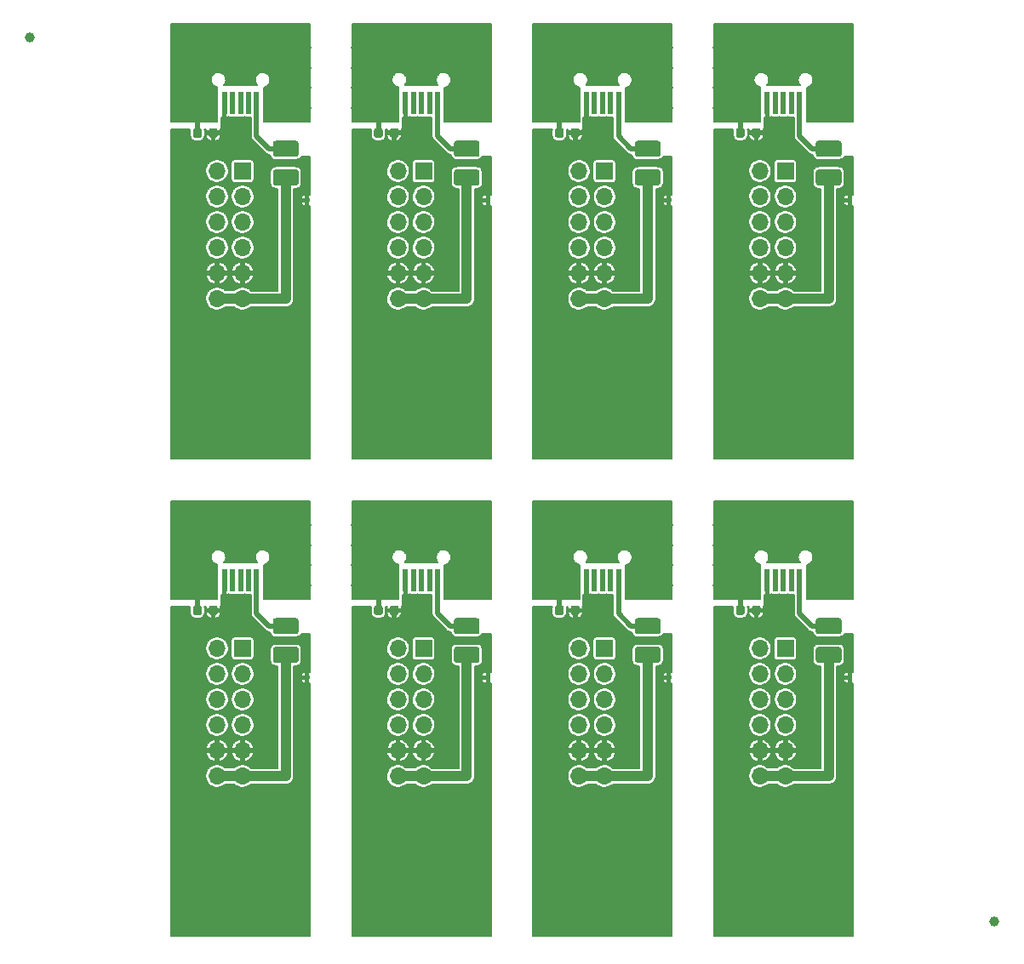
<source format=gtl>
G04 #@! TF.GenerationSoftware,KiCad,Pcbnew,(5.99.0-1907-g1c46bf195)*
G04 #@! TF.CreationDate,2020-10-23T20:38:09+00:00*
G04 #@! TF.ProjectId,USB PMOD Panelised,55534220-504d-44f4-9420-50616e656c69,rev?*
G04 #@! TF.SameCoordinates,Original*
G04 #@! TF.FileFunction,Copper,L1,Top*
G04 #@! TF.FilePolarity,Positive*
%FSLAX46Y46*%
G04 Gerber Fmt 4.6, Leading zero omitted, Abs format (unit mm)*
G04 Created by KiCad (PCBNEW (5.99.0-1907-g1c46bf195)) date 2020-10-23 20:38:09*
%MOMM*%
%LPD*%
G01*
G04 APERTURE LIST*
G04 #@! TA.AperFunction,SMDPad,CuDef*
%ADD10C,1.000000*%
G04 #@! TD*
G04 #@! TA.AperFunction,SMDPad,CuDef*
%ADD11R,2.050000X4.000000*%
G04 #@! TD*
G04 #@! TA.AperFunction,SMDPad,CuDef*
%ADD12R,2.050000X3.500000*%
G04 #@! TD*
G04 #@! TA.AperFunction,SMDPad,CuDef*
%ADD13R,0.500000X2.250000*%
G04 #@! TD*
G04 #@! TA.AperFunction,ComponentPad*
%ADD14C,0.800000*%
G04 #@! TD*
G04 #@! TA.AperFunction,ComponentPad*
%ADD15C,6.400000*%
G04 #@! TD*
G04 #@! TA.AperFunction,ComponentPad*
%ADD16O,1.700000X1.700000*%
G04 #@! TD*
G04 #@! TA.AperFunction,ComponentPad*
%ADD17R,1.700000X1.700000*%
G04 #@! TD*
G04 #@! TA.AperFunction,SMDPad,CuDef*
%ADD18R,0.600000X0.450000*%
G04 #@! TD*
G04 #@! TA.AperFunction,ViaPad*
%ADD19C,0.800000*%
G04 #@! TD*
G04 #@! TA.AperFunction,Conductor*
%ADD20C,0.508000*%
G04 #@! TD*
G04 #@! TA.AperFunction,Conductor*
%ADD21C,1.016000*%
G04 #@! TD*
G04 #@! TA.AperFunction,Conductor*
%ADD22C,0.203200*%
G04 #@! TD*
G04 APERTURE END LIST*
D10*
G04 #@! TO.P,REF\u002A\u002A,*
G04 #@! TO.N,*
X174300000Y-128550000D03*
G04 #@! TD*
G04 #@! TO.P,REF\u002A\u002A,*
G04 #@! TO.N,*
X78300000Y-40550000D03*
G04 #@! TD*
D11*
G04 #@! TO.P,J1,6,Shield*
G04 #@! TO.N,Net-(J1-Pad6)*
X148375000Y-42800000D03*
X158225000Y-42800000D03*
D12*
X148375000Y-47050000D03*
X158225000Y-47050000D03*
D13*
G04 #@! TO.P,J1,5,GND*
G04 #@! TO.N,GND*
X151700000Y-47050000D03*
G04 #@! TO.P,J1,4,ID*
G04 #@! TO.N,Net-(J1-Pad4)*
X152500000Y-47050000D03*
G04 #@! TO.P,J1,3,D+*
G04 #@! TO.N,Net-(J1-Pad3)*
X153300000Y-47050000D03*
G04 #@! TO.P,J1,2,D-*
G04 #@! TO.N,Net-(J1-Pad2)*
X154100000Y-47050000D03*
G04 #@! TO.P,J1,1,VBUS*
G04 #@! TO.N,Net-(F1-Pad2)*
X154900000Y-47050000D03*
G04 #@! TD*
D11*
G04 #@! TO.P,J1,6,Shield*
G04 #@! TO.N,Net-(J1-Pad6)*
X148375000Y-90300000D03*
X158225000Y-90300000D03*
D12*
X148375000Y-94550000D03*
X158225000Y-94550000D03*
D13*
G04 #@! TO.P,J1,5,GND*
G04 #@! TO.N,GND*
X151700000Y-94550000D03*
G04 #@! TO.P,J1,4,ID*
G04 #@! TO.N,Net-(J1-Pad4)*
X152500000Y-94550000D03*
G04 #@! TO.P,J1,3,D+*
G04 #@! TO.N,Net-(J1-Pad3)*
X153300000Y-94550000D03*
G04 #@! TO.P,J1,2,D-*
G04 #@! TO.N,Net-(J1-Pad2)*
X154100000Y-94550000D03*
G04 #@! TO.P,J1,1,VBUS*
G04 #@! TO.N,Net-(F1-Pad2)*
X154900000Y-94550000D03*
G04 #@! TD*
D11*
G04 #@! TO.P,J1,6,Shield*
G04 #@! TO.N,Net-(J1-Pad6)*
X130375000Y-90300000D03*
X140225000Y-90300000D03*
D12*
X130375000Y-94550000D03*
X140225000Y-94550000D03*
D13*
G04 #@! TO.P,J1,5,GND*
G04 #@! TO.N,GND*
X133700000Y-94550000D03*
G04 #@! TO.P,J1,4,ID*
G04 #@! TO.N,Net-(J1-Pad4)*
X134500000Y-94550000D03*
G04 #@! TO.P,J1,3,D+*
G04 #@! TO.N,Net-(J1-Pad3)*
X135300000Y-94550000D03*
G04 #@! TO.P,J1,2,D-*
G04 #@! TO.N,Net-(J1-Pad2)*
X136100000Y-94550000D03*
G04 #@! TO.P,J1,1,VBUS*
G04 #@! TO.N,Net-(F1-Pad2)*
X136900000Y-94550000D03*
G04 #@! TD*
D11*
G04 #@! TO.P,J1,6,Shield*
G04 #@! TO.N,Net-(J1-Pad6)*
X112375000Y-90300000D03*
X122225000Y-90300000D03*
D12*
X112375000Y-94550000D03*
X122225000Y-94550000D03*
D13*
G04 #@! TO.P,J1,5,GND*
G04 #@! TO.N,GND*
X115700000Y-94550000D03*
G04 #@! TO.P,J1,4,ID*
G04 #@! TO.N,Net-(J1-Pad4)*
X116500000Y-94550000D03*
G04 #@! TO.P,J1,3,D+*
G04 #@! TO.N,Net-(J1-Pad3)*
X117300000Y-94550000D03*
G04 #@! TO.P,J1,2,D-*
G04 #@! TO.N,Net-(J1-Pad2)*
X118100000Y-94550000D03*
G04 #@! TO.P,J1,1,VBUS*
G04 #@! TO.N,Net-(F1-Pad2)*
X118900000Y-94550000D03*
G04 #@! TD*
D11*
G04 #@! TO.P,J1,6,Shield*
G04 #@! TO.N,Net-(J1-Pad6)*
X94375000Y-90300000D03*
X104225000Y-90300000D03*
D12*
X94375000Y-94550000D03*
X104225000Y-94550000D03*
D13*
G04 #@! TO.P,J1,5,GND*
G04 #@! TO.N,GND*
X97700000Y-94550000D03*
G04 #@! TO.P,J1,4,ID*
G04 #@! TO.N,Net-(J1-Pad4)*
X98500000Y-94550000D03*
G04 #@! TO.P,J1,3,D+*
G04 #@! TO.N,Net-(J1-Pad3)*
X99300000Y-94550000D03*
G04 #@! TO.P,J1,2,D-*
G04 #@! TO.N,Net-(J1-Pad2)*
X100100000Y-94550000D03*
G04 #@! TO.P,J1,1,VBUS*
G04 #@! TO.N,Net-(F1-Pad2)*
X100900000Y-94550000D03*
G04 #@! TD*
D11*
G04 #@! TO.P,J1,6,Shield*
G04 #@! TO.N,Net-(J1-Pad6)*
X130375000Y-42800000D03*
X140225000Y-42800000D03*
D12*
X130375000Y-47050000D03*
X140225000Y-47050000D03*
D13*
G04 #@! TO.P,J1,5,GND*
G04 #@! TO.N,GND*
X133700000Y-47050000D03*
G04 #@! TO.P,J1,4,ID*
G04 #@! TO.N,Net-(J1-Pad4)*
X134500000Y-47050000D03*
G04 #@! TO.P,J1,3,D+*
G04 #@! TO.N,Net-(J1-Pad3)*
X135300000Y-47050000D03*
G04 #@! TO.P,J1,2,D-*
G04 #@! TO.N,Net-(J1-Pad2)*
X136100000Y-47050000D03*
G04 #@! TO.P,J1,1,VBUS*
G04 #@! TO.N,Net-(F1-Pad2)*
X136900000Y-47050000D03*
G04 #@! TD*
D11*
G04 #@! TO.P,J1,6,Shield*
G04 #@! TO.N,Net-(J1-Pad6)*
X112375000Y-42800000D03*
X122225000Y-42800000D03*
D12*
X112375000Y-47050000D03*
X122225000Y-47050000D03*
D13*
G04 #@! TO.P,J1,5,GND*
G04 #@! TO.N,GND*
X115700000Y-47050000D03*
G04 #@! TO.P,J1,4,ID*
G04 #@! TO.N,Net-(J1-Pad4)*
X116500000Y-47050000D03*
G04 #@! TO.P,J1,3,D+*
G04 #@! TO.N,Net-(J1-Pad3)*
X117300000Y-47050000D03*
G04 #@! TO.P,J1,2,D-*
G04 #@! TO.N,Net-(J1-Pad2)*
X118100000Y-47050000D03*
G04 #@! TO.P,J1,1,VBUS*
G04 #@! TO.N,Net-(F1-Pad2)*
X118900000Y-47050000D03*
G04 #@! TD*
G04 #@! TO.P,F1,2*
G04 #@! TO.N,Net-(F1-Pad2)*
G04 #@! TA.AperFunction,SMDPad,CuDef*
G36*
G01*
X158825000Y-99925000D02*
X156775000Y-99925000D01*
G75*
G02*
X156525000Y-99675000I0J250000D01*
G01*
X156525000Y-98575000D01*
G75*
G02*
X156775000Y-98325000I250000J0D01*
G01*
X158825000Y-98325000D01*
G75*
G02*
X159075000Y-98575000I0J-250000D01*
G01*
X159075000Y-99675000D01*
G75*
G02*
X158825000Y-99925000I-250000J0D01*
G01*
G37*
G04 #@! TD.AperFunction*
G04 #@! TO.P,F1,1*
G04 #@! TO.N,Net-(D1-Pad2)*
G04 #@! TA.AperFunction,SMDPad,CuDef*
G36*
G01*
X158825000Y-102775000D02*
X156775000Y-102775000D01*
G75*
G02*
X156525000Y-102525000I0J250000D01*
G01*
X156525000Y-101425000D01*
G75*
G02*
X156775000Y-101175000I250000J0D01*
G01*
X158825000Y-101175000D01*
G75*
G02*
X159075000Y-101425000I0J-250000D01*
G01*
X159075000Y-102525000D01*
G75*
G02*
X158825000Y-102775000I-250000J0D01*
G01*
G37*
G04 #@! TD.AperFunction*
G04 #@! TD*
G04 #@! TO.P,F1,2*
G04 #@! TO.N,Net-(F1-Pad2)*
G04 #@! TA.AperFunction,SMDPad,CuDef*
G36*
G01*
X140825000Y-99925000D02*
X138775000Y-99925000D01*
G75*
G02*
X138525000Y-99675000I0J250000D01*
G01*
X138525000Y-98575000D01*
G75*
G02*
X138775000Y-98325000I250000J0D01*
G01*
X140825000Y-98325000D01*
G75*
G02*
X141075000Y-98575000I0J-250000D01*
G01*
X141075000Y-99675000D01*
G75*
G02*
X140825000Y-99925000I-250000J0D01*
G01*
G37*
G04 #@! TD.AperFunction*
G04 #@! TO.P,F1,1*
G04 #@! TO.N,Net-(D1-Pad2)*
G04 #@! TA.AperFunction,SMDPad,CuDef*
G36*
G01*
X140825000Y-102775000D02*
X138775000Y-102775000D01*
G75*
G02*
X138525000Y-102525000I0J250000D01*
G01*
X138525000Y-101425000D01*
G75*
G02*
X138775000Y-101175000I250000J0D01*
G01*
X140825000Y-101175000D01*
G75*
G02*
X141075000Y-101425000I0J-250000D01*
G01*
X141075000Y-102525000D01*
G75*
G02*
X140825000Y-102775000I-250000J0D01*
G01*
G37*
G04 #@! TD.AperFunction*
G04 #@! TD*
G04 #@! TO.P,F1,2*
G04 #@! TO.N,Net-(F1-Pad2)*
G04 #@! TA.AperFunction,SMDPad,CuDef*
G36*
G01*
X122825000Y-99925000D02*
X120775000Y-99925000D01*
G75*
G02*
X120525000Y-99675000I0J250000D01*
G01*
X120525000Y-98575000D01*
G75*
G02*
X120775000Y-98325000I250000J0D01*
G01*
X122825000Y-98325000D01*
G75*
G02*
X123075000Y-98575000I0J-250000D01*
G01*
X123075000Y-99675000D01*
G75*
G02*
X122825000Y-99925000I-250000J0D01*
G01*
G37*
G04 #@! TD.AperFunction*
G04 #@! TO.P,F1,1*
G04 #@! TO.N,Net-(D1-Pad2)*
G04 #@! TA.AperFunction,SMDPad,CuDef*
G36*
G01*
X122825000Y-102775000D02*
X120775000Y-102775000D01*
G75*
G02*
X120525000Y-102525000I0J250000D01*
G01*
X120525000Y-101425000D01*
G75*
G02*
X120775000Y-101175000I250000J0D01*
G01*
X122825000Y-101175000D01*
G75*
G02*
X123075000Y-101425000I0J-250000D01*
G01*
X123075000Y-102525000D01*
G75*
G02*
X122825000Y-102775000I-250000J0D01*
G01*
G37*
G04 #@! TD.AperFunction*
G04 #@! TD*
G04 #@! TO.P,F1,2*
G04 #@! TO.N,Net-(F1-Pad2)*
G04 #@! TA.AperFunction,SMDPad,CuDef*
G36*
G01*
X104825000Y-99925000D02*
X102775000Y-99925000D01*
G75*
G02*
X102525000Y-99675000I0J250000D01*
G01*
X102525000Y-98575000D01*
G75*
G02*
X102775000Y-98325000I250000J0D01*
G01*
X104825000Y-98325000D01*
G75*
G02*
X105075000Y-98575000I0J-250000D01*
G01*
X105075000Y-99675000D01*
G75*
G02*
X104825000Y-99925000I-250000J0D01*
G01*
G37*
G04 #@! TD.AperFunction*
G04 #@! TO.P,F1,1*
G04 #@! TO.N,Net-(D1-Pad2)*
G04 #@! TA.AperFunction,SMDPad,CuDef*
G36*
G01*
X104825000Y-102775000D02*
X102775000Y-102775000D01*
G75*
G02*
X102525000Y-102525000I0J250000D01*
G01*
X102525000Y-101425000D01*
G75*
G02*
X102775000Y-101175000I250000J0D01*
G01*
X104825000Y-101175000D01*
G75*
G02*
X105075000Y-101425000I0J-250000D01*
G01*
X105075000Y-102525000D01*
G75*
G02*
X104825000Y-102775000I-250000J0D01*
G01*
G37*
G04 #@! TD.AperFunction*
G04 #@! TD*
G04 #@! TO.P,F1,2*
G04 #@! TO.N,Net-(F1-Pad2)*
G04 #@! TA.AperFunction,SMDPad,CuDef*
G36*
G01*
X158825000Y-52425000D02*
X156775000Y-52425000D01*
G75*
G02*
X156525000Y-52175000I0J250000D01*
G01*
X156525000Y-51075000D01*
G75*
G02*
X156775000Y-50825000I250000J0D01*
G01*
X158825000Y-50825000D01*
G75*
G02*
X159075000Y-51075000I0J-250000D01*
G01*
X159075000Y-52175000D01*
G75*
G02*
X158825000Y-52425000I-250000J0D01*
G01*
G37*
G04 #@! TD.AperFunction*
G04 #@! TO.P,F1,1*
G04 #@! TO.N,Net-(D1-Pad2)*
G04 #@! TA.AperFunction,SMDPad,CuDef*
G36*
G01*
X158825000Y-55275000D02*
X156775000Y-55275000D01*
G75*
G02*
X156525000Y-55025000I0J250000D01*
G01*
X156525000Y-53925000D01*
G75*
G02*
X156775000Y-53675000I250000J0D01*
G01*
X158825000Y-53675000D01*
G75*
G02*
X159075000Y-53925000I0J-250000D01*
G01*
X159075000Y-55025000D01*
G75*
G02*
X158825000Y-55275000I-250000J0D01*
G01*
G37*
G04 #@! TD.AperFunction*
G04 #@! TD*
G04 #@! TO.P,F1,2*
G04 #@! TO.N,Net-(F1-Pad2)*
G04 #@! TA.AperFunction,SMDPad,CuDef*
G36*
G01*
X140825000Y-52425000D02*
X138775000Y-52425000D01*
G75*
G02*
X138525000Y-52175000I0J250000D01*
G01*
X138525000Y-51075000D01*
G75*
G02*
X138775000Y-50825000I250000J0D01*
G01*
X140825000Y-50825000D01*
G75*
G02*
X141075000Y-51075000I0J-250000D01*
G01*
X141075000Y-52175000D01*
G75*
G02*
X140825000Y-52425000I-250000J0D01*
G01*
G37*
G04 #@! TD.AperFunction*
G04 #@! TO.P,F1,1*
G04 #@! TO.N,Net-(D1-Pad2)*
G04 #@! TA.AperFunction,SMDPad,CuDef*
G36*
G01*
X140825000Y-55275000D02*
X138775000Y-55275000D01*
G75*
G02*
X138525000Y-55025000I0J250000D01*
G01*
X138525000Y-53925000D01*
G75*
G02*
X138775000Y-53675000I250000J0D01*
G01*
X140825000Y-53675000D01*
G75*
G02*
X141075000Y-53925000I0J-250000D01*
G01*
X141075000Y-55025000D01*
G75*
G02*
X140825000Y-55275000I-250000J0D01*
G01*
G37*
G04 #@! TD.AperFunction*
G04 #@! TD*
G04 #@! TO.P,F1,2*
G04 #@! TO.N,Net-(F1-Pad2)*
G04 #@! TA.AperFunction,SMDPad,CuDef*
G36*
G01*
X122825000Y-52425000D02*
X120775000Y-52425000D01*
G75*
G02*
X120525000Y-52175000I0J250000D01*
G01*
X120525000Y-51075000D01*
G75*
G02*
X120775000Y-50825000I250000J0D01*
G01*
X122825000Y-50825000D01*
G75*
G02*
X123075000Y-51075000I0J-250000D01*
G01*
X123075000Y-52175000D01*
G75*
G02*
X122825000Y-52425000I-250000J0D01*
G01*
G37*
G04 #@! TD.AperFunction*
G04 #@! TO.P,F1,1*
G04 #@! TO.N,Net-(D1-Pad2)*
G04 #@! TA.AperFunction,SMDPad,CuDef*
G36*
G01*
X122825000Y-55275000D02*
X120775000Y-55275000D01*
G75*
G02*
X120525000Y-55025000I0J250000D01*
G01*
X120525000Y-53925000D01*
G75*
G02*
X120775000Y-53675000I250000J0D01*
G01*
X122825000Y-53675000D01*
G75*
G02*
X123075000Y-53925000I0J-250000D01*
G01*
X123075000Y-55025000D01*
G75*
G02*
X122825000Y-55275000I-250000J0D01*
G01*
G37*
G04 #@! TD.AperFunction*
G04 #@! TD*
D14*
G04 #@! TO.P,H1,1,1*
G04 #@! TO.N,GND*
X151247056Y-121602944D03*
X149550000Y-120900000D03*
X147852944Y-121602944D03*
X147150000Y-123300000D03*
X147852944Y-124997056D03*
X149550000Y-125700000D03*
X151247056Y-124997056D03*
X151950000Y-123300000D03*
D15*
X149550000Y-123300000D03*
G04 #@! TD*
D14*
G04 #@! TO.P,H1,1,1*
G04 #@! TO.N,GND*
X133247056Y-121602944D03*
X131550000Y-120900000D03*
X129852944Y-121602944D03*
X129150000Y-123300000D03*
X129852944Y-124997056D03*
X131550000Y-125700000D03*
X133247056Y-124997056D03*
X133950000Y-123300000D03*
D15*
X131550000Y-123300000D03*
G04 #@! TD*
D14*
G04 #@! TO.P,H1,1,1*
G04 #@! TO.N,GND*
X115247056Y-121602944D03*
X113550000Y-120900000D03*
X111852944Y-121602944D03*
X111150000Y-123300000D03*
X111852944Y-124997056D03*
X113550000Y-125700000D03*
X115247056Y-124997056D03*
X115950000Y-123300000D03*
D15*
X113550000Y-123300000D03*
G04 #@! TD*
D14*
G04 #@! TO.P,H1,1,1*
G04 #@! TO.N,GND*
X97247056Y-121602944D03*
X95550000Y-120900000D03*
X93852944Y-121602944D03*
X93150000Y-123300000D03*
X93852944Y-124997056D03*
X95550000Y-125700000D03*
X97247056Y-124997056D03*
X97950000Y-123300000D03*
D15*
X95550000Y-123300000D03*
G04 #@! TD*
D14*
G04 #@! TO.P,H1,1,1*
G04 #@! TO.N,GND*
X151247056Y-74102944D03*
X149550000Y-73400000D03*
X147852944Y-74102944D03*
X147150000Y-75800000D03*
X147852944Y-77497056D03*
X149550000Y-78200000D03*
X151247056Y-77497056D03*
X151950000Y-75800000D03*
D15*
X149550000Y-75800000D03*
G04 #@! TD*
D14*
G04 #@! TO.P,H1,1,1*
G04 #@! TO.N,GND*
X133247056Y-74102944D03*
X131550000Y-73400000D03*
X129852944Y-74102944D03*
X129150000Y-75800000D03*
X129852944Y-77497056D03*
X131550000Y-78200000D03*
X133247056Y-77497056D03*
X133950000Y-75800000D03*
D15*
X131550000Y-75800000D03*
G04 #@! TD*
D14*
G04 #@! TO.P,H1,1,1*
G04 #@! TO.N,GND*
X115247056Y-74102944D03*
X113550000Y-73400000D03*
X111852944Y-74102944D03*
X111150000Y-75800000D03*
X111852944Y-77497056D03*
X113550000Y-78200000D03*
X115247056Y-77497056D03*
X115950000Y-75800000D03*
D15*
X113550000Y-75800000D03*
G04 #@! TD*
D16*
G04 #@! TO.P,J2,12,Pin_12*
G04 #@! TO.N,Net-(D1-Pad2)*
X150960000Y-114040000D03*
G04 #@! TO.P,J2,6,Pin_6*
X153500000Y-114040000D03*
G04 #@! TO.P,J2,11,Pin_11*
G04 #@! TO.N,GND*
X150960000Y-111500000D03*
G04 #@! TO.P,J2,5,Pin_5*
X153500000Y-111500000D03*
G04 #@! TO.P,J2,10,Pin_10*
G04 #@! TO.N,Net-(J2-Pad10)*
X150960000Y-108960000D03*
G04 #@! TO.P,J2,4,Pin_4*
G04 #@! TO.N,Net-(J2-Pad4)*
X153500000Y-108960000D03*
G04 #@! TO.P,J2,9,Pin_9*
G04 #@! TO.N,Net-(J2-Pad9)*
X150960000Y-106420000D03*
G04 #@! TO.P,J2,3,Pin_3*
G04 #@! TO.N,Net-(J2-Pad3)*
X153500000Y-106420000D03*
G04 #@! TO.P,J2,8,Pin_8*
G04 #@! TO.N,Net-(J2-Pad8)*
X150960000Y-103880000D03*
G04 #@! TO.P,J2,2,Pin_2*
G04 #@! TO.N,Net-(J2-Pad2)*
X153500000Y-103880000D03*
G04 #@! TO.P,J2,7,Pin_7*
G04 #@! TO.N,Net-(J2-Pad7)*
X150960000Y-101340000D03*
D17*
G04 #@! TO.P,J2,1,Pin_1*
G04 #@! TO.N,Net-(J2-Pad1)*
X153500000Y-101340000D03*
G04 #@! TD*
D16*
G04 #@! TO.P,J2,12,Pin_12*
G04 #@! TO.N,Net-(D1-Pad2)*
X132960000Y-114040000D03*
G04 #@! TO.P,J2,6,Pin_6*
X135500000Y-114040000D03*
G04 #@! TO.P,J2,11,Pin_11*
G04 #@! TO.N,GND*
X132960000Y-111500000D03*
G04 #@! TO.P,J2,5,Pin_5*
X135500000Y-111500000D03*
G04 #@! TO.P,J2,10,Pin_10*
G04 #@! TO.N,Net-(J2-Pad10)*
X132960000Y-108960000D03*
G04 #@! TO.P,J2,4,Pin_4*
G04 #@! TO.N,Net-(J2-Pad4)*
X135500000Y-108960000D03*
G04 #@! TO.P,J2,9,Pin_9*
G04 #@! TO.N,Net-(J2-Pad9)*
X132960000Y-106420000D03*
G04 #@! TO.P,J2,3,Pin_3*
G04 #@! TO.N,Net-(J2-Pad3)*
X135500000Y-106420000D03*
G04 #@! TO.P,J2,8,Pin_8*
G04 #@! TO.N,Net-(J2-Pad8)*
X132960000Y-103880000D03*
G04 #@! TO.P,J2,2,Pin_2*
G04 #@! TO.N,Net-(J2-Pad2)*
X135500000Y-103880000D03*
G04 #@! TO.P,J2,7,Pin_7*
G04 #@! TO.N,Net-(J2-Pad7)*
X132960000Y-101340000D03*
D17*
G04 #@! TO.P,J2,1,Pin_1*
G04 #@! TO.N,Net-(J2-Pad1)*
X135500000Y-101340000D03*
G04 #@! TD*
D16*
G04 #@! TO.P,J2,12,Pin_12*
G04 #@! TO.N,Net-(D1-Pad2)*
X114960000Y-114040000D03*
G04 #@! TO.P,J2,6,Pin_6*
X117500000Y-114040000D03*
G04 #@! TO.P,J2,11,Pin_11*
G04 #@! TO.N,GND*
X114960000Y-111500000D03*
G04 #@! TO.P,J2,5,Pin_5*
X117500000Y-111500000D03*
G04 #@! TO.P,J2,10,Pin_10*
G04 #@! TO.N,Net-(J2-Pad10)*
X114960000Y-108960000D03*
G04 #@! TO.P,J2,4,Pin_4*
G04 #@! TO.N,Net-(J2-Pad4)*
X117500000Y-108960000D03*
G04 #@! TO.P,J2,9,Pin_9*
G04 #@! TO.N,Net-(J2-Pad9)*
X114960000Y-106420000D03*
G04 #@! TO.P,J2,3,Pin_3*
G04 #@! TO.N,Net-(J2-Pad3)*
X117500000Y-106420000D03*
G04 #@! TO.P,J2,8,Pin_8*
G04 #@! TO.N,Net-(J2-Pad8)*
X114960000Y-103880000D03*
G04 #@! TO.P,J2,2,Pin_2*
G04 #@! TO.N,Net-(J2-Pad2)*
X117500000Y-103880000D03*
G04 #@! TO.P,J2,7,Pin_7*
G04 #@! TO.N,Net-(J2-Pad7)*
X114960000Y-101340000D03*
D17*
G04 #@! TO.P,J2,1,Pin_1*
G04 #@! TO.N,Net-(J2-Pad1)*
X117500000Y-101340000D03*
G04 #@! TD*
D16*
G04 #@! TO.P,J2,12,Pin_12*
G04 #@! TO.N,Net-(D1-Pad2)*
X96960000Y-114040000D03*
G04 #@! TO.P,J2,6,Pin_6*
X99500000Y-114040000D03*
G04 #@! TO.P,J2,11,Pin_11*
G04 #@! TO.N,GND*
X96960000Y-111500000D03*
G04 #@! TO.P,J2,5,Pin_5*
X99500000Y-111500000D03*
G04 #@! TO.P,J2,10,Pin_10*
G04 #@! TO.N,Net-(J2-Pad10)*
X96960000Y-108960000D03*
G04 #@! TO.P,J2,4,Pin_4*
G04 #@! TO.N,Net-(J2-Pad4)*
X99500000Y-108960000D03*
G04 #@! TO.P,J2,9,Pin_9*
G04 #@! TO.N,Net-(J2-Pad9)*
X96960000Y-106420000D03*
G04 #@! TO.P,J2,3,Pin_3*
G04 #@! TO.N,Net-(J2-Pad3)*
X99500000Y-106420000D03*
G04 #@! TO.P,J2,8,Pin_8*
G04 #@! TO.N,Net-(J2-Pad8)*
X96960000Y-103880000D03*
G04 #@! TO.P,J2,2,Pin_2*
G04 #@! TO.N,Net-(J2-Pad2)*
X99500000Y-103880000D03*
G04 #@! TO.P,J2,7,Pin_7*
G04 #@! TO.N,Net-(J2-Pad7)*
X96960000Y-101340000D03*
D17*
G04 #@! TO.P,J2,1,Pin_1*
G04 #@! TO.N,Net-(J2-Pad1)*
X99500000Y-101340000D03*
G04 #@! TD*
D16*
G04 #@! TO.P,J2,12,Pin_12*
G04 #@! TO.N,Net-(D1-Pad2)*
X150960000Y-66540000D03*
G04 #@! TO.P,J2,6,Pin_6*
X153500000Y-66540000D03*
G04 #@! TO.P,J2,11,Pin_11*
G04 #@! TO.N,GND*
X150960000Y-64000000D03*
G04 #@! TO.P,J2,5,Pin_5*
X153500000Y-64000000D03*
G04 #@! TO.P,J2,10,Pin_10*
G04 #@! TO.N,Net-(J2-Pad10)*
X150960000Y-61460000D03*
G04 #@! TO.P,J2,4,Pin_4*
G04 #@! TO.N,Net-(J2-Pad4)*
X153500000Y-61460000D03*
G04 #@! TO.P,J2,9,Pin_9*
G04 #@! TO.N,Net-(J2-Pad9)*
X150960000Y-58920000D03*
G04 #@! TO.P,J2,3,Pin_3*
G04 #@! TO.N,Net-(J2-Pad3)*
X153500000Y-58920000D03*
G04 #@! TO.P,J2,8,Pin_8*
G04 #@! TO.N,Net-(J2-Pad8)*
X150960000Y-56380000D03*
G04 #@! TO.P,J2,2,Pin_2*
G04 #@! TO.N,Net-(J2-Pad2)*
X153500000Y-56380000D03*
G04 #@! TO.P,J2,7,Pin_7*
G04 #@! TO.N,Net-(J2-Pad7)*
X150960000Y-53840000D03*
D17*
G04 #@! TO.P,J2,1,Pin_1*
G04 #@! TO.N,Net-(J2-Pad1)*
X153500000Y-53840000D03*
G04 #@! TD*
D16*
G04 #@! TO.P,J2,12,Pin_12*
G04 #@! TO.N,Net-(D1-Pad2)*
X132960000Y-66540000D03*
G04 #@! TO.P,J2,6,Pin_6*
X135500000Y-66540000D03*
G04 #@! TO.P,J2,11,Pin_11*
G04 #@! TO.N,GND*
X132960000Y-64000000D03*
G04 #@! TO.P,J2,5,Pin_5*
X135500000Y-64000000D03*
G04 #@! TO.P,J2,10,Pin_10*
G04 #@! TO.N,Net-(J2-Pad10)*
X132960000Y-61460000D03*
G04 #@! TO.P,J2,4,Pin_4*
G04 #@! TO.N,Net-(J2-Pad4)*
X135500000Y-61460000D03*
G04 #@! TO.P,J2,9,Pin_9*
G04 #@! TO.N,Net-(J2-Pad9)*
X132960000Y-58920000D03*
G04 #@! TO.P,J2,3,Pin_3*
G04 #@! TO.N,Net-(J2-Pad3)*
X135500000Y-58920000D03*
G04 #@! TO.P,J2,8,Pin_8*
G04 #@! TO.N,Net-(J2-Pad8)*
X132960000Y-56380000D03*
G04 #@! TO.P,J2,2,Pin_2*
G04 #@! TO.N,Net-(J2-Pad2)*
X135500000Y-56380000D03*
G04 #@! TO.P,J2,7,Pin_7*
G04 #@! TO.N,Net-(J2-Pad7)*
X132960000Y-53840000D03*
D17*
G04 #@! TO.P,J2,1,Pin_1*
G04 #@! TO.N,Net-(J2-Pad1)*
X135500000Y-53840000D03*
G04 #@! TD*
D16*
G04 #@! TO.P,J2,12,Pin_12*
G04 #@! TO.N,Net-(D1-Pad2)*
X114960000Y-66540000D03*
G04 #@! TO.P,J2,6,Pin_6*
X117500000Y-66540000D03*
G04 #@! TO.P,J2,11,Pin_11*
G04 #@! TO.N,GND*
X114960000Y-64000000D03*
G04 #@! TO.P,J2,5,Pin_5*
X117500000Y-64000000D03*
G04 #@! TO.P,J2,10,Pin_10*
G04 #@! TO.N,Net-(J2-Pad10)*
X114960000Y-61460000D03*
G04 #@! TO.P,J2,4,Pin_4*
G04 #@! TO.N,Net-(J2-Pad4)*
X117500000Y-61460000D03*
G04 #@! TO.P,J2,9,Pin_9*
G04 #@! TO.N,Net-(J2-Pad9)*
X114960000Y-58920000D03*
G04 #@! TO.P,J2,3,Pin_3*
G04 #@! TO.N,Net-(J2-Pad3)*
X117500000Y-58920000D03*
G04 #@! TO.P,J2,8,Pin_8*
G04 #@! TO.N,Net-(J2-Pad8)*
X114960000Y-56380000D03*
G04 #@! TO.P,J2,2,Pin_2*
G04 #@! TO.N,Net-(J2-Pad2)*
X117500000Y-56380000D03*
G04 #@! TO.P,J2,7,Pin_7*
G04 #@! TO.N,Net-(J2-Pad7)*
X114960000Y-53840000D03*
D17*
G04 #@! TO.P,J2,1,Pin_1*
G04 #@! TO.N,Net-(J2-Pad1)*
X117500000Y-53840000D03*
G04 #@! TD*
D18*
G04 #@! TO.P,D1,2,A2*
G04 #@! TO.N,Net-(D1-Pad2)*
X157800000Y-104250000D03*
G04 #@! TO.P,D1,1,A1*
G04 #@! TO.N,GND*
X159900000Y-104250000D03*
G04 #@! TD*
G04 #@! TO.P,D1,2,A2*
G04 #@! TO.N,Net-(D1-Pad2)*
X139800000Y-104250000D03*
G04 #@! TO.P,D1,1,A1*
G04 #@! TO.N,GND*
X141900000Y-104250000D03*
G04 #@! TD*
G04 #@! TO.P,D1,2,A2*
G04 #@! TO.N,Net-(D1-Pad2)*
X121800000Y-104250000D03*
G04 #@! TO.P,D1,1,A1*
G04 #@! TO.N,GND*
X123900000Y-104250000D03*
G04 #@! TD*
G04 #@! TO.P,D1,2,A2*
G04 #@! TO.N,Net-(D1-Pad2)*
X103800000Y-104250000D03*
G04 #@! TO.P,D1,1,A1*
G04 #@! TO.N,GND*
X105900000Y-104250000D03*
G04 #@! TD*
G04 #@! TO.P,D1,2,A2*
G04 #@! TO.N,Net-(D1-Pad2)*
X157800000Y-56750000D03*
G04 #@! TO.P,D1,1,A1*
G04 #@! TO.N,GND*
X159900000Y-56750000D03*
G04 #@! TD*
G04 #@! TO.P,D1,2,A2*
G04 #@! TO.N,Net-(D1-Pad2)*
X139800000Y-56750000D03*
G04 #@! TO.P,D1,1,A1*
G04 #@! TO.N,GND*
X141900000Y-56750000D03*
G04 #@! TD*
G04 #@! TO.P,D1,2,A2*
G04 #@! TO.N,Net-(D1-Pad2)*
X121800000Y-56750000D03*
G04 #@! TO.P,D1,1,A1*
G04 #@! TO.N,GND*
X123900000Y-56750000D03*
G04 #@! TD*
G04 #@! TO.P,R1,2*
G04 #@! TO.N,GND*
G04 #@! TA.AperFunction,SMDPad,CuDef*
G36*
G01*
X150150000Y-97806250D02*
X150150000Y-97293750D01*
G75*
G02*
X150368750Y-97075000I218750J0D01*
G01*
X150806250Y-97075000D01*
G75*
G02*
X151025000Y-97293750I0J-218750D01*
G01*
X151025000Y-97806250D01*
G75*
G02*
X150806250Y-98025000I-218750J0D01*
G01*
X150368750Y-98025000D01*
G75*
G02*
X150150000Y-97806250I0J218750D01*
G01*
G37*
G04 #@! TD.AperFunction*
G04 #@! TO.P,R1,1*
G04 #@! TO.N,Net-(J1-Pad6)*
G04 #@! TA.AperFunction,SMDPad,CuDef*
G36*
G01*
X148575000Y-97806250D02*
X148575000Y-97293750D01*
G75*
G02*
X148793750Y-97075000I218750J0D01*
G01*
X149231250Y-97075000D01*
G75*
G02*
X149450000Y-97293750I0J-218750D01*
G01*
X149450000Y-97806250D01*
G75*
G02*
X149231250Y-98025000I-218750J0D01*
G01*
X148793750Y-98025000D01*
G75*
G02*
X148575000Y-97806250I0J218750D01*
G01*
G37*
G04 #@! TD.AperFunction*
G04 #@! TD*
G04 #@! TO.P,R1,2*
G04 #@! TO.N,GND*
G04 #@! TA.AperFunction,SMDPad,CuDef*
G36*
G01*
X132150000Y-97806250D02*
X132150000Y-97293750D01*
G75*
G02*
X132368750Y-97075000I218750J0D01*
G01*
X132806250Y-97075000D01*
G75*
G02*
X133025000Y-97293750I0J-218750D01*
G01*
X133025000Y-97806250D01*
G75*
G02*
X132806250Y-98025000I-218750J0D01*
G01*
X132368750Y-98025000D01*
G75*
G02*
X132150000Y-97806250I0J218750D01*
G01*
G37*
G04 #@! TD.AperFunction*
G04 #@! TO.P,R1,1*
G04 #@! TO.N,Net-(J1-Pad6)*
G04 #@! TA.AperFunction,SMDPad,CuDef*
G36*
G01*
X130575000Y-97806250D02*
X130575000Y-97293750D01*
G75*
G02*
X130793750Y-97075000I218750J0D01*
G01*
X131231250Y-97075000D01*
G75*
G02*
X131450000Y-97293750I0J-218750D01*
G01*
X131450000Y-97806250D01*
G75*
G02*
X131231250Y-98025000I-218750J0D01*
G01*
X130793750Y-98025000D01*
G75*
G02*
X130575000Y-97806250I0J218750D01*
G01*
G37*
G04 #@! TD.AperFunction*
G04 #@! TD*
G04 #@! TO.P,R1,2*
G04 #@! TO.N,GND*
G04 #@! TA.AperFunction,SMDPad,CuDef*
G36*
G01*
X114150000Y-97806250D02*
X114150000Y-97293750D01*
G75*
G02*
X114368750Y-97075000I218750J0D01*
G01*
X114806250Y-97075000D01*
G75*
G02*
X115025000Y-97293750I0J-218750D01*
G01*
X115025000Y-97806250D01*
G75*
G02*
X114806250Y-98025000I-218750J0D01*
G01*
X114368750Y-98025000D01*
G75*
G02*
X114150000Y-97806250I0J218750D01*
G01*
G37*
G04 #@! TD.AperFunction*
G04 #@! TO.P,R1,1*
G04 #@! TO.N,Net-(J1-Pad6)*
G04 #@! TA.AperFunction,SMDPad,CuDef*
G36*
G01*
X112575000Y-97806250D02*
X112575000Y-97293750D01*
G75*
G02*
X112793750Y-97075000I218750J0D01*
G01*
X113231250Y-97075000D01*
G75*
G02*
X113450000Y-97293750I0J-218750D01*
G01*
X113450000Y-97806250D01*
G75*
G02*
X113231250Y-98025000I-218750J0D01*
G01*
X112793750Y-98025000D01*
G75*
G02*
X112575000Y-97806250I0J218750D01*
G01*
G37*
G04 #@! TD.AperFunction*
G04 #@! TD*
G04 #@! TO.P,R1,2*
G04 #@! TO.N,GND*
G04 #@! TA.AperFunction,SMDPad,CuDef*
G36*
G01*
X96150000Y-97806250D02*
X96150000Y-97293750D01*
G75*
G02*
X96368750Y-97075000I218750J0D01*
G01*
X96806250Y-97075000D01*
G75*
G02*
X97025000Y-97293750I0J-218750D01*
G01*
X97025000Y-97806250D01*
G75*
G02*
X96806250Y-98025000I-218750J0D01*
G01*
X96368750Y-98025000D01*
G75*
G02*
X96150000Y-97806250I0J218750D01*
G01*
G37*
G04 #@! TD.AperFunction*
G04 #@! TO.P,R1,1*
G04 #@! TO.N,Net-(J1-Pad6)*
G04 #@! TA.AperFunction,SMDPad,CuDef*
G36*
G01*
X94575000Y-97806250D02*
X94575000Y-97293750D01*
G75*
G02*
X94793750Y-97075000I218750J0D01*
G01*
X95231250Y-97075000D01*
G75*
G02*
X95450000Y-97293750I0J-218750D01*
G01*
X95450000Y-97806250D01*
G75*
G02*
X95231250Y-98025000I-218750J0D01*
G01*
X94793750Y-98025000D01*
G75*
G02*
X94575000Y-97806250I0J218750D01*
G01*
G37*
G04 #@! TD.AperFunction*
G04 #@! TD*
G04 #@! TO.P,R1,2*
G04 #@! TO.N,GND*
G04 #@! TA.AperFunction,SMDPad,CuDef*
G36*
G01*
X150150000Y-50306250D02*
X150150000Y-49793750D01*
G75*
G02*
X150368750Y-49575000I218750J0D01*
G01*
X150806250Y-49575000D01*
G75*
G02*
X151025000Y-49793750I0J-218750D01*
G01*
X151025000Y-50306250D01*
G75*
G02*
X150806250Y-50525000I-218750J0D01*
G01*
X150368750Y-50525000D01*
G75*
G02*
X150150000Y-50306250I0J218750D01*
G01*
G37*
G04 #@! TD.AperFunction*
G04 #@! TO.P,R1,1*
G04 #@! TO.N,Net-(J1-Pad6)*
G04 #@! TA.AperFunction,SMDPad,CuDef*
G36*
G01*
X148575000Y-50306250D02*
X148575000Y-49793750D01*
G75*
G02*
X148793750Y-49575000I218750J0D01*
G01*
X149231250Y-49575000D01*
G75*
G02*
X149450000Y-49793750I0J-218750D01*
G01*
X149450000Y-50306250D01*
G75*
G02*
X149231250Y-50525000I-218750J0D01*
G01*
X148793750Y-50525000D01*
G75*
G02*
X148575000Y-50306250I0J218750D01*
G01*
G37*
G04 #@! TD.AperFunction*
G04 #@! TD*
G04 #@! TO.P,R1,2*
G04 #@! TO.N,GND*
G04 #@! TA.AperFunction,SMDPad,CuDef*
G36*
G01*
X132150000Y-50306250D02*
X132150000Y-49793750D01*
G75*
G02*
X132368750Y-49575000I218750J0D01*
G01*
X132806250Y-49575000D01*
G75*
G02*
X133025000Y-49793750I0J-218750D01*
G01*
X133025000Y-50306250D01*
G75*
G02*
X132806250Y-50525000I-218750J0D01*
G01*
X132368750Y-50525000D01*
G75*
G02*
X132150000Y-50306250I0J218750D01*
G01*
G37*
G04 #@! TD.AperFunction*
G04 #@! TO.P,R1,1*
G04 #@! TO.N,Net-(J1-Pad6)*
G04 #@! TA.AperFunction,SMDPad,CuDef*
G36*
G01*
X130575000Y-50306250D02*
X130575000Y-49793750D01*
G75*
G02*
X130793750Y-49575000I218750J0D01*
G01*
X131231250Y-49575000D01*
G75*
G02*
X131450000Y-49793750I0J-218750D01*
G01*
X131450000Y-50306250D01*
G75*
G02*
X131231250Y-50525000I-218750J0D01*
G01*
X130793750Y-50525000D01*
G75*
G02*
X130575000Y-50306250I0J218750D01*
G01*
G37*
G04 #@! TD.AperFunction*
G04 #@! TD*
G04 #@! TO.P,R1,2*
G04 #@! TO.N,GND*
G04 #@! TA.AperFunction,SMDPad,CuDef*
G36*
G01*
X114150000Y-50306250D02*
X114150000Y-49793750D01*
G75*
G02*
X114368750Y-49575000I218750J0D01*
G01*
X114806250Y-49575000D01*
G75*
G02*
X115025000Y-49793750I0J-218750D01*
G01*
X115025000Y-50306250D01*
G75*
G02*
X114806250Y-50525000I-218750J0D01*
G01*
X114368750Y-50525000D01*
G75*
G02*
X114150000Y-50306250I0J218750D01*
G01*
G37*
G04 #@! TD.AperFunction*
G04 #@! TO.P,R1,1*
G04 #@! TO.N,Net-(J1-Pad6)*
G04 #@! TA.AperFunction,SMDPad,CuDef*
G36*
G01*
X112575000Y-50306250D02*
X112575000Y-49793750D01*
G75*
G02*
X112793750Y-49575000I218750J0D01*
G01*
X113231250Y-49575000D01*
G75*
G02*
X113450000Y-49793750I0J-218750D01*
G01*
X113450000Y-50306250D01*
G75*
G02*
X113231250Y-50525000I-218750J0D01*
G01*
X112793750Y-50525000D01*
G75*
G02*
X112575000Y-50306250I0J218750D01*
G01*
G37*
G04 #@! TD.AperFunction*
G04 #@! TD*
G04 #@! TO.P,D1,2,A2*
G04 #@! TO.N,Net-(D1-Pad2)*
X103800000Y-56750000D03*
G04 #@! TO.P,D1,1,A1*
G04 #@! TO.N,GND*
X105900000Y-56750000D03*
G04 #@! TD*
G04 #@! TO.P,R1,2*
G04 #@! TO.N,GND*
G04 #@! TA.AperFunction,SMDPad,CuDef*
G36*
G01*
X96150000Y-50306250D02*
X96150000Y-49793750D01*
G75*
G02*
X96368750Y-49575000I218750J0D01*
G01*
X96806250Y-49575000D01*
G75*
G02*
X97025000Y-49793750I0J-218750D01*
G01*
X97025000Y-50306250D01*
G75*
G02*
X96806250Y-50525000I-218750J0D01*
G01*
X96368750Y-50525000D01*
G75*
G02*
X96150000Y-50306250I0J218750D01*
G01*
G37*
G04 #@! TD.AperFunction*
G04 #@! TO.P,R1,1*
G04 #@! TO.N,Net-(J1-Pad6)*
G04 #@! TA.AperFunction,SMDPad,CuDef*
G36*
G01*
X94575000Y-50306250D02*
X94575000Y-49793750D01*
G75*
G02*
X94793750Y-49575000I218750J0D01*
G01*
X95231250Y-49575000D01*
G75*
G02*
X95450000Y-49793750I0J-218750D01*
G01*
X95450000Y-50306250D01*
G75*
G02*
X95231250Y-50525000I-218750J0D01*
G01*
X94793750Y-50525000D01*
G75*
G02*
X94575000Y-50306250I0J218750D01*
G01*
G37*
G04 #@! TD.AperFunction*
G04 #@! TD*
D16*
G04 #@! TO.P,J2,12,Pin_12*
G04 #@! TO.N,Net-(D1-Pad2)*
X96960000Y-66540000D03*
G04 #@! TO.P,J2,6,Pin_6*
X99500000Y-66540000D03*
G04 #@! TO.P,J2,11,Pin_11*
G04 #@! TO.N,GND*
X96960000Y-64000000D03*
G04 #@! TO.P,J2,5,Pin_5*
X99500000Y-64000000D03*
G04 #@! TO.P,J2,10,Pin_10*
G04 #@! TO.N,Net-(J2-Pad10)*
X96960000Y-61460000D03*
G04 #@! TO.P,J2,4,Pin_4*
G04 #@! TO.N,Net-(J2-Pad4)*
X99500000Y-61460000D03*
G04 #@! TO.P,J2,9,Pin_9*
G04 #@! TO.N,Net-(J2-Pad9)*
X96960000Y-58920000D03*
G04 #@! TO.P,J2,3,Pin_3*
G04 #@! TO.N,Net-(J2-Pad3)*
X99500000Y-58920000D03*
G04 #@! TO.P,J2,8,Pin_8*
G04 #@! TO.N,Net-(J2-Pad8)*
X96960000Y-56380000D03*
G04 #@! TO.P,J2,2,Pin_2*
G04 #@! TO.N,Net-(J2-Pad2)*
X99500000Y-56380000D03*
G04 #@! TO.P,J2,7,Pin_7*
G04 #@! TO.N,Net-(J2-Pad7)*
X96960000Y-53840000D03*
D17*
G04 #@! TO.P,J2,1,Pin_1*
G04 #@! TO.N,Net-(J2-Pad1)*
X99500000Y-53840000D03*
G04 #@! TD*
D11*
G04 #@! TO.P,J1,6,Shield*
G04 #@! TO.N,Net-(J1-Pad6)*
X94375000Y-42800000D03*
X104225000Y-42800000D03*
D12*
X94375000Y-47050000D03*
X104225000Y-47050000D03*
D13*
G04 #@! TO.P,J1,5,GND*
G04 #@! TO.N,GND*
X97700000Y-47050000D03*
G04 #@! TO.P,J1,4,ID*
G04 #@! TO.N,Net-(J1-Pad4)*
X98500000Y-47050000D03*
G04 #@! TO.P,J1,3,D+*
G04 #@! TO.N,Net-(J1-Pad3)*
X99300000Y-47050000D03*
G04 #@! TO.P,J1,2,D-*
G04 #@! TO.N,Net-(J1-Pad2)*
X100100000Y-47050000D03*
G04 #@! TO.P,J1,1,VBUS*
G04 #@! TO.N,Net-(F1-Pad2)*
X100900000Y-47050000D03*
G04 #@! TD*
G04 #@! TO.P,F1,2*
G04 #@! TO.N,Net-(F1-Pad2)*
G04 #@! TA.AperFunction,SMDPad,CuDef*
G36*
G01*
X104825000Y-52425000D02*
X102775000Y-52425000D01*
G75*
G02*
X102525000Y-52175000I0J250000D01*
G01*
X102525000Y-51075000D01*
G75*
G02*
X102775000Y-50825000I250000J0D01*
G01*
X104825000Y-50825000D01*
G75*
G02*
X105075000Y-51075000I0J-250000D01*
G01*
X105075000Y-52175000D01*
G75*
G02*
X104825000Y-52425000I-250000J0D01*
G01*
G37*
G04 #@! TD.AperFunction*
G04 #@! TO.P,F1,1*
G04 #@! TO.N,Net-(D1-Pad2)*
G04 #@! TA.AperFunction,SMDPad,CuDef*
G36*
G01*
X104825000Y-55275000D02*
X102775000Y-55275000D01*
G75*
G02*
X102525000Y-55025000I0J250000D01*
G01*
X102525000Y-53925000D01*
G75*
G02*
X102775000Y-53675000I250000J0D01*
G01*
X104825000Y-53675000D01*
G75*
G02*
X105075000Y-53925000I0J-250000D01*
G01*
X105075000Y-55025000D01*
G75*
G02*
X104825000Y-55275000I-250000J0D01*
G01*
G37*
G04 #@! TD.AperFunction*
G04 #@! TD*
D14*
G04 #@! TO.P,H1,1,1*
G04 #@! TO.N,GND*
X97247056Y-74102944D03*
X95550000Y-73400000D03*
X93852944Y-74102944D03*
X93150000Y-75800000D03*
X93852944Y-77497056D03*
X95550000Y-78200000D03*
X97247056Y-77497056D03*
X97950000Y-75800000D03*
D15*
X95550000Y-75800000D03*
G04 #@! TD*
D19*
G04 #@! TO.N,Net-(J1-Pad6)*
X99300000Y-40050000D03*
X159900000Y-91050000D03*
X141900000Y-91050000D03*
X123900000Y-91050000D03*
X105900000Y-91050000D03*
X159900000Y-43550000D03*
X141900000Y-43550000D03*
X123900000Y-43550000D03*
X146700000Y-95050000D03*
X128700000Y-95050000D03*
X110700000Y-95050000D03*
X92700000Y-95050000D03*
X146700000Y-47550000D03*
X128700000Y-47550000D03*
X110700000Y-47550000D03*
X147300000Y-87550000D03*
X129300000Y-87550000D03*
X111300000Y-87550000D03*
X93300000Y-87550000D03*
X147300000Y-40050000D03*
X129300000Y-40050000D03*
X111300000Y-40050000D03*
X159900000Y-89050000D03*
X141900000Y-89050000D03*
X123900000Y-89050000D03*
X105900000Y-89050000D03*
X159900000Y-41550000D03*
X141900000Y-41550000D03*
X123900000Y-41550000D03*
X157300000Y-87550000D03*
X139300000Y-87550000D03*
X121300000Y-87550000D03*
X103300000Y-87550000D03*
X157300000Y-40050000D03*
X139300000Y-40050000D03*
X121300000Y-40050000D03*
X159900000Y-93050000D03*
X141900000Y-93050000D03*
X123900000Y-93050000D03*
X105900000Y-93050000D03*
X159900000Y-45550000D03*
X141900000Y-45550000D03*
X123900000Y-45550000D03*
X159300000Y-87550000D03*
X141300000Y-87550000D03*
X123300000Y-87550000D03*
X105300000Y-87550000D03*
X159300000Y-40050000D03*
X141300000Y-40050000D03*
X123300000Y-40050000D03*
X146700000Y-93050000D03*
X128700000Y-93050000D03*
X110700000Y-93050000D03*
X92700000Y-93050000D03*
X146700000Y-45550000D03*
X128700000Y-45550000D03*
X110700000Y-45550000D03*
X146700000Y-89050000D03*
X128700000Y-89050000D03*
X110700000Y-89050000D03*
X92700000Y-89050000D03*
X146700000Y-41550000D03*
X128700000Y-41550000D03*
X110700000Y-41550000D03*
X153300000Y-87550000D03*
X135300000Y-87550000D03*
X117300000Y-87550000D03*
X99300000Y-87550000D03*
X153300000Y-40050000D03*
X135300000Y-40050000D03*
X117300000Y-40050000D03*
X151300000Y-87550000D03*
X133300000Y-87550000D03*
X115300000Y-87550000D03*
X97300000Y-87550000D03*
X151300000Y-40050000D03*
X133300000Y-40050000D03*
X115300000Y-40050000D03*
X159900000Y-95050000D03*
X141900000Y-95050000D03*
X123900000Y-95050000D03*
X105900000Y-95050000D03*
X159900000Y-47550000D03*
X141900000Y-47550000D03*
X123900000Y-47550000D03*
X146700000Y-91050000D03*
X128700000Y-91050000D03*
X110700000Y-91050000D03*
X92700000Y-91050000D03*
X146700000Y-43550000D03*
X128700000Y-43550000D03*
X110700000Y-43550000D03*
X155300000Y-87550000D03*
X137300000Y-87550000D03*
X119300000Y-87550000D03*
X101300000Y-87550000D03*
X155300000Y-40050000D03*
X137300000Y-40050000D03*
X119300000Y-40050000D03*
X149300000Y-87550000D03*
X131300000Y-87550000D03*
X113300000Y-87550000D03*
X95300000Y-87550000D03*
X149300000Y-40050000D03*
X131300000Y-40050000D03*
X113300000Y-40050000D03*
X105900000Y-47550000D03*
X105900000Y-45550000D03*
X105900000Y-41550000D03*
X105900000Y-43550000D03*
X105300000Y-40050000D03*
X103300000Y-40050000D03*
X101300000Y-40050000D03*
X97300000Y-40050000D03*
X95300000Y-40050000D03*
X92700000Y-47550000D03*
X92700000Y-45550000D03*
X92700000Y-43550000D03*
X92700000Y-41550000D03*
X93300000Y-40050000D03*
G04 #@! TD*
D20*
G04 #@! TO.N,Net-(J1-Pad6)*
X93300000Y-40050000D02*
X105300000Y-40050000D01*
X97125000Y-40050000D02*
X94375000Y-42800000D01*
X92700000Y-41550000D02*
X92700000Y-40650000D01*
X92700000Y-40650000D02*
X93300000Y-40050000D01*
X92700000Y-47550000D02*
X92700000Y-41550000D01*
X99300000Y-40050000D02*
X97125000Y-40050000D01*
X146700000Y-89050000D02*
X146700000Y-88150000D01*
X128700000Y-89050000D02*
X128700000Y-88150000D01*
X110700000Y-89050000D02*
X110700000Y-88150000D01*
X92700000Y-89050000D02*
X92700000Y-88150000D01*
X146700000Y-41550000D02*
X146700000Y-40650000D01*
X128700000Y-41550000D02*
X128700000Y-40650000D01*
X110700000Y-41550000D02*
X110700000Y-40650000D01*
X149012500Y-94437500D02*
X148875000Y-94300000D01*
X131012500Y-94437500D02*
X130875000Y-94300000D01*
X113012500Y-94437500D02*
X112875000Y-94300000D01*
X95012500Y-94437500D02*
X94875000Y-94300000D01*
X149012500Y-46937500D02*
X148875000Y-46800000D01*
X131012500Y-46937500D02*
X130875000Y-46800000D01*
X113012500Y-46937500D02*
X112875000Y-46800000D01*
X159300000Y-88450000D02*
X159900000Y-89050000D01*
X141300000Y-88450000D02*
X141900000Y-89050000D01*
X123300000Y-88450000D02*
X123900000Y-89050000D01*
X105300000Y-88450000D02*
X105900000Y-89050000D01*
X159300000Y-40950000D02*
X159900000Y-41550000D01*
X141300000Y-40950000D02*
X141900000Y-41550000D01*
X123300000Y-40950000D02*
X123900000Y-41550000D01*
X159900000Y-89050000D02*
X159900000Y-95050000D01*
X141900000Y-89050000D02*
X141900000Y-95050000D01*
X123900000Y-89050000D02*
X123900000Y-95050000D01*
X105900000Y-89050000D02*
X105900000Y-95050000D01*
X159900000Y-41550000D02*
X159900000Y-47550000D01*
X141900000Y-41550000D02*
X141900000Y-47550000D01*
X123900000Y-41550000D02*
X123900000Y-47550000D01*
X159300000Y-87550000D02*
X159300000Y-88450000D01*
X141300000Y-87550000D02*
X141300000Y-88450000D01*
X123300000Y-87550000D02*
X123300000Y-88450000D01*
X105300000Y-87550000D02*
X105300000Y-88450000D01*
X159300000Y-40050000D02*
X159300000Y-40950000D01*
X141300000Y-40050000D02*
X141300000Y-40950000D01*
X123300000Y-40050000D02*
X123300000Y-40950000D01*
X149012500Y-97550000D02*
X149012500Y-95187500D01*
X131012500Y-97550000D02*
X131012500Y-95187500D01*
X113012500Y-97550000D02*
X113012500Y-95187500D01*
X95012500Y-97550000D02*
X95012500Y-95187500D01*
X149012500Y-50050000D02*
X149012500Y-47687500D01*
X131012500Y-50050000D02*
X131012500Y-47687500D01*
X113012500Y-50050000D02*
X113012500Y-47687500D01*
X149012500Y-97550000D02*
X149012500Y-94437500D01*
X131012500Y-97550000D02*
X131012500Y-94437500D01*
X113012500Y-97550000D02*
X113012500Y-94437500D01*
X95012500Y-97550000D02*
X95012500Y-94437500D01*
X149012500Y-50050000D02*
X149012500Y-46937500D01*
X131012500Y-50050000D02*
X131012500Y-46937500D01*
X113012500Y-50050000D02*
X113012500Y-46937500D01*
D21*
G04 #@! TO.N,Net-(D1-Pad2)*
X157800000Y-101975000D02*
X157800000Y-114050000D01*
X139800000Y-101975000D02*
X139800000Y-114050000D01*
X121800000Y-101975000D02*
X121800000Y-114050000D01*
X103800000Y-101975000D02*
X103800000Y-114050000D01*
X157800000Y-54475000D02*
X157800000Y-66550000D01*
X139800000Y-54475000D02*
X139800000Y-66550000D01*
X121800000Y-54475000D02*
X121800000Y-66550000D01*
X153510000Y-114050000D02*
X153500000Y-114040000D01*
X135510000Y-114050000D02*
X135500000Y-114040000D01*
X117510000Y-114050000D02*
X117500000Y-114040000D01*
X99510000Y-114050000D02*
X99500000Y-114040000D01*
X153510000Y-66550000D02*
X153500000Y-66540000D01*
X135510000Y-66550000D02*
X135500000Y-66540000D01*
X117510000Y-66550000D02*
X117500000Y-66540000D01*
D20*
G04 #@! TO.N,Net-(J1-Pad6)*
X149012500Y-95187500D02*
X148375000Y-94550000D01*
X131012500Y-95187500D02*
X130375000Y-94550000D01*
X113012500Y-95187500D02*
X112375000Y-94550000D01*
X95012500Y-95187500D02*
X94375000Y-94550000D01*
X149012500Y-47687500D02*
X148375000Y-47050000D01*
X131012500Y-47687500D02*
X130375000Y-47050000D01*
X113012500Y-47687500D02*
X112375000Y-47050000D01*
X147300000Y-87550000D02*
X159300000Y-87550000D01*
X129300000Y-87550000D02*
X141300000Y-87550000D01*
X111300000Y-87550000D02*
X123300000Y-87550000D01*
X93300000Y-87550000D02*
X105300000Y-87550000D01*
X147300000Y-40050000D02*
X159300000Y-40050000D01*
X129300000Y-40050000D02*
X141300000Y-40050000D01*
X111300000Y-40050000D02*
X123300000Y-40050000D01*
X146700000Y-95050000D02*
X147875000Y-95050000D01*
X128700000Y-95050000D02*
X129875000Y-95050000D01*
X110700000Y-95050000D02*
X111875000Y-95050000D01*
X92700000Y-95050000D02*
X93875000Y-95050000D01*
X146700000Y-47550000D02*
X147875000Y-47550000D01*
X128700000Y-47550000D02*
X129875000Y-47550000D01*
X110700000Y-47550000D02*
X111875000Y-47550000D01*
X146700000Y-88150000D02*
X147300000Y-87550000D01*
X128700000Y-88150000D02*
X129300000Y-87550000D01*
X110700000Y-88150000D02*
X111300000Y-87550000D01*
X92700000Y-88150000D02*
X93300000Y-87550000D01*
X146700000Y-40650000D02*
X147300000Y-40050000D01*
X128700000Y-40650000D02*
X129300000Y-40050000D01*
X110700000Y-40650000D02*
X111300000Y-40050000D01*
G04 #@! TO.N,Net-(F1-Pad2)*
X154900000Y-97900000D02*
X156125000Y-99125000D01*
X136900000Y-97900000D02*
X138125000Y-99125000D01*
X118900000Y-97900000D02*
X120125000Y-99125000D01*
X100900000Y-97900000D02*
X102125000Y-99125000D01*
X154900000Y-50400000D02*
X156125000Y-51625000D01*
X136900000Y-50400000D02*
X138125000Y-51625000D01*
X118900000Y-50400000D02*
X120125000Y-51625000D01*
D21*
G04 #@! TO.N,Net-(D1-Pad2)*
X153500000Y-114040000D02*
X150960000Y-114040000D01*
X135500000Y-114040000D02*
X132960000Y-114040000D01*
X117500000Y-114040000D02*
X114960000Y-114040000D01*
X99500000Y-114040000D02*
X96960000Y-114040000D01*
X153500000Y-66540000D02*
X150960000Y-66540000D01*
X135500000Y-66540000D02*
X132960000Y-66540000D01*
X117500000Y-66540000D02*
X114960000Y-66540000D01*
D20*
G04 #@! TO.N,Net-(J1-Pad6)*
X153300000Y-87550000D02*
X151125000Y-87550000D01*
X135300000Y-87550000D02*
X133125000Y-87550000D01*
X117300000Y-87550000D02*
X115125000Y-87550000D01*
X99300000Y-87550000D02*
X97125000Y-87550000D01*
X153300000Y-40050000D02*
X151125000Y-40050000D01*
X135300000Y-40050000D02*
X133125000Y-40050000D01*
X117300000Y-40050000D02*
X115125000Y-40050000D01*
X146700000Y-95050000D02*
X146700000Y-89050000D01*
X128700000Y-95050000D02*
X128700000Y-89050000D01*
X110700000Y-95050000D02*
X110700000Y-89050000D01*
X92700000Y-95050000D02*
X92700000Y-89050000D01*
X146700000Y-47550000D02*
X146700000Y-41550000D01*
X128700000Y-47550000D02*
X128700000Y-41550000D01*
X110700000Y-47550000D02*
X110700000Y-41550000D01*
X151125000Y-87550000D02*
X148375000Y-90300000D01*
X133125000Y-87550000D02*
X130375000Y-90300000D01*
X115125000Y-87550000D02*
X112375000Y-90300000D01*
X97125000Y-87550000D02*
X94375000Y-90300000D01*
X151125000Y-40050000D02*
X148375000Y-42800000D01*
X133125000Y-40050000D02*
X130375000Y-42800000D01*
X115125000Y-40050000D02*
X112375000Y-42800000D01*
G04 #@! TO.N,Net-(F1-Pad2)*
X154900000Y-94300000D02*
X154900000Y-97900000D01*
X136900000Y-94300000D02*
X136900000Y-97900000D01*
X118900000Y-94300000D02*
X118900000Y-97900000D01*
X100900000Y-94300000D02*
X100900000Y-97900000D01*
X154900000Y-46800000D02*
X154900000Y-50400000D01*
X136900000Y-46800000D02*
X136900000Y-50400000D01*
X118900000Y-46800000D02*
X118900000Y-50400000D01*
G04 #@! TO.N,Net-(J1-Pad6)*
X147875000Y-95050000D02*
X148375000Y-94550000D01*
X129875000Y-95050000D02*
X130375000Y-94550000D01*
X111875000Y-95050000D02*
X112375000Y-94550000D01*
X93875000Y-95050000D02*
X94375000Y-94550000D01*
X147875000Y-47550000D02*
X148375000Y-47050000D01*
X129875000Y-47550000D02*
X130375000Y-47050000D01*
X111875000Y-47550000D02*
X112375000Y-47050000D01*
G04 #@! TO.N,Net-(F1-Pad2)*
X156125000Y-99125000D02*
X157800000Y-99125000D01*
X138125000Y-99125000D02*
X139800000Y-99125000D01*
X120125000Y-99125000D02*
X121800000Y-99125000D01*
X102125000Y-99125000D02*
X103800000Y-99125000D01*
X156125000Y-51625000D02*
X157800000Y-51625000D01*
X138125000Y-51625000D02*
X139800000Y-51625000D01*
X120125000Y-51625000D02*
X121800000Y-51625000D01*
D21*
G04 #@! TO.N,Net-(D1-Pad2)*
X157800000Y-114050000D02*
X153510000Y-114050000D01*
X139800000Y-114050000D02*
X135510000Y-114050000D01*
X121800000Y-114050000D02*
X117510000Y-114050000D01*
X103800000Y-114050000D02*
X99510000Y-114050000D01*
X157800000Y-66550000D02*
X153510000Y-66550000D01*
X139800000Y-66550000D02*
X135510000Y-66550000D01*
X121800000Y-66550000D02*
X117510000Y-66550000D01*
D20*
G04 #@! TO.N,Net-(J1-Pad6)*
X92700000Y-47550000D02*
X93875000Y-47550000D01*
X93875000Y-47550000D02*
X94375000Y-47050000D01*
X105900000Y-41550000D02*
X105900000Y-47550000D01*
X105300000Y-40050000D02*
X105300000Y-40950000D01*
X105300000Y-40950000D02*
X105900000Y-41550000D01*
X95012500Y-50050000D02*
X95012500Y-47687500D01*
X95012500Y-47687500D02*
X94375000Y-47050000D01*
G04 #@! TO.N,Net-(F1-Pad2)*
X100900000Y-46800000D02*
X100900000Y-50400000D01*
X100900000Y-50400000D02*
X102125000Y-51625000D01*
X102125000Y-51625000D02*
X103800000Y-51625000D01*
G04 #@! TO.N,Net-(J1-Pad6)*
X95012500Y-50050000D02*
X95012500Y-46937500D01*
X95012500Y-46937500D02*
X94875000Y-46800000D01*
D21*
G04 #@! TO.N,Net-(D1-Pad2)*
X99500000Y-66540000D02*
X96960000Y-66540000D01*
X103800000Y-54475000D02*
X103800000Y-66550000D01*
X103800000Y-66550000D02*
X99510000Y-66550000D01*
X99510000Y-66550000D02*
X99500000Y-66540000D01*
G04 #@! TD*
G04 #@! TO.N,GND*
G36*
X133849400Y-95929761D02*
G01*
X133922960Y-95990131D01*
X134058629Y-95963144D01*
X134076937Y-95955561D01*
X134100000Y-95940151D01*
X134123063Y-95955561D01*
X134141371Y-95963144D01*
X134235221Y-95981812D01*
X134245058Y-95982781D01*
X134754942Y-95982781D01*
X134764779Y-95981812D01*
X134858629Y-95963144D01*
X134876937Y-95955561D01*
X134900000Y-95940151D01*
X134923063Y-95955561D01*
X134941371Y-95963144D01*
X135035221Y-95981812D01*
X135045058Y-95982781D01*
X135554942Y-95982781D01*
X135564779Y-95981812D01*
X135658629Y-95963144D01*
X135676937Y-95955561D01*
X135700000Y-95940151D01*
X135723063Y-95955561D01*
X135741371Y-95963144D01*
X135835221Y-95981812D01*
X135845058Y-95982781D01*
X136340200Y-95982781D01*
X136340201Y-97875560D01*
X136334507Y-97940639D01*
X136336041Y-97958175D01*
X136352953Y-98021289D01*
X136364295Y-98085614D01*
X136370316Y-98102157D01*
X136378349Y-98116070D01*
X136382509Y-98131597D01*
X136389949Y-98147553D01*
X136427426Y-98201073D01*
X136460085Y-98257643D01*
X136471400Y-98271128D01*
X136521443Y-98313118D01*
X137711888Y-99503565D01*
X137753872Y-99553601D01*
X137767357Y-99564915D01*
X137823930Y-99597578D01*
X137877448Y-99635051D01*
X137893400Y-99642490D01*
X137908927Y-99646651D01*
X137922845Y-99654686D01*
X137939386Y-99660706D01*
X138003722Y-99672051D01*
X138066824Y-99688959D01*
X138084360Y-99690493D01*
X138149431Y-99684800D01*
X138218645Y-99684800D01*
X138219021Y-99688041D01*
X138271090Y-99909427D01*
X138280010Y-99928428D01*
X138394060Y-100079454D01*
X138407838Y-100092015D01*
X138567747Y-100191025D01*
X138585131Y-100197760D01*
X138765416Y-100231462D01*
X138774679Y-100232320D01*
X140826486Y-100232320D01*
X140838041Y-100230979D01*
X141059427Y-100178910D01*
X141078428Y-100169990D01*
X141229454Y-100055940D01*
X141242015Y-100042162D01*
X141329665Y-99900600D01*
X142199400Y-99900600D01*
X142199400Y-103717219D01*
X142083330Y-103717219D01*
X142024400Y-103776149D01*
X142024399Y-104723851D01*
X142083329Y-104782781D01*
X142199400Y-104782781D01*
X142199400Y-129949400D01*
X128400600Y-129949400D01*
X128400600Y-114132071D01*
X131804758Y-114132071D01*
X131805582Y-114141877D01*
X131844643Y-114354706D01*
X131847355Y-114364165D01*
X131927011Y-114565352D01*
X131931509Y-114574104D01*
X132048725Y-114755989D01*
X132054838Y-114763701D01*
X132205150Y-114919354D01*
X132212644Y-114925732D01*
X132390327Y-115049225D01*
X132398917Y-115054025D01*
X132597203Y-115140654D01*
X132606561Y-115143695D01*
X132817897Y-115190160D01*
X132827668Y-115191325D01*
X133044003Y-115195857D01*
X133053815Y-115195102D01*
X133266911Y-115157527D01*
X133276389Y-115154881D01*
X133478128Y-115076631D01*
X133486911Y-115072195D01*
X133669609Y-114956251D01*
X133677364Y-114950193D01*
X133778587Y-114853800D01*
X134681845Y-114853800D01*
X134745150Y-114919354D01*
X134752644Y-114925732D01*
X134930327Y-115049225D01*
X134938917Y-115054025D01*
X135137203Y-115140654D01*
X135146561Y-115143695D01*
X135357897Y-115190160D01*
X135367668Y-115191325D01*
X135584003Y-115195857D01*
X135593815Y-115195102D01*
X135806911Y-115157527D01*
X135816389Y-115154881D01*
X136018128Y-115076631D01*
X136026911Y-115072195D01*
X136209609Y-114956251D01*
X136217364Y-114950193D01*
X136308086Y-114863800D01*
X139788317Y-114863800D01*
X139904340Y-114864509D01*
X139918542Y-114862564D01*
X139970304Y-114847770D01*
X140023586Y-114840139D01*
X140037344Y-114836116D01*
X140081799Y-114815904D01*
X140128752Y-114802484D01*
X140141836Y-114796632D01*
X140187364Y-114767907D01*
X140236365Y-114745627D01*
X140248441Y-114737904D01*
X140285432Y-114706029D01*
X140326735Y-114679969D01*
X140337651Y-114670679D01*
X140373279Y-114630336D01*
X140414064Y-114595194D01*
X140423487Y-114584392D01*
X140450048Y-114543414D01*
X140482374Y-114506811D01*
X140490244Y-114494830D01*
X140513119Y-114446107D01*
X140542400Y-114400932D01*
X140548412Y-114387920D01*
X140562407Y-114341128D01*
X140583224Y-114296789D01*
X140587462Y-114282774D01*
X140595058Y-114231949D01*
X140611055Y-114178460D01*
X140613173Y-114164283D01*
X140613526Y-114106482D01*
X140613800Y-114102801D01*
X140613800Y-114061684D01*
X140614509Y-113945660D01*
X140613800Y-113940484D01*
X140613800Y-104433329D01*
X141292219Y-104433329D01*
X141292219Y-104479942D01*
X141293188Y-104489779D01*
X141311856Y-104583629D01*
X141319439Y-104601937D01*
X141375360Y-104685628D01*
X141389372Y-104699640D01*
X141473063Y-104755561D01*
X141491371Y-104763144D01*
X141585221Y-104781812D01*
X141595058Y-104782781D01*
X141716670Y-104782781D01*
X141775600Y-104723851D01*
X141775600Y-104433329D01*
X141716670Y-104374399D01*
X141351149Y-104374399D01*
X141292219Y-104433329D01*
X140613800Y-104433329D01*
X140613800Y-104052040D01*
X141284869Y-104052040D01*
X141345239Y-104125600D01*
X141716671Y-104125600D01*
X141775601Y-104066670D01*
X141775601Y-103776149D01*
X141716671Y-103717219D01*
X141595058Y-103717219D01*
X141585221Y-103718188D01*
X141491371Y-103736856D01*
X141473063Y-103744439D01*
X141389372Y-103800360D01*
X141375360Y-103814372D01*
X141319439Y-103898063D01*
X141311856Y-103916371D01*
X141284869Y-104052040D01*
X140613800Y-104052040D01*
X140613800Y-103082320D01*
X140826486Y-103082320D01*
X140838041Y-103080979D01*
X141059427Y-103028910D01*
X141078428Y-103019990D01*
X141229454Y-102905940D01*
X141242015Y-102892162D01*
X141341025Y-102732253D01*
X141347760Y-102714869D01*
X141381462Y-102534584D01*
X141382320Y-102525321D01*
X141382320Y-101423514D01*
X141380979Y-101411959D01*
X141328910Y-101190573D01*
X141319990Y-101171572D01*
X141205940Y-101020546D01*
X141192162Y-101007985D01*
X141032253Y-100908975D01*
X141014869Y-100902240D01*
X140834584Y-100868538D01*
X140825321Y-100867680D01*
X138773514Y-100867680D01*
X138761959Y-100869021D01*
X138540573Y-100921090D01*
X138521572Y-100930010D01*
X138370546Y-101044060D01*
X138357985Y-101057838D01*
X138258975Y-101217747D01*
X138252240Y-101235131D01*
X138218538Y-101415416D01*
X138217680Y-101424679D01*
X138217680Y-102526486D01*
X138219021Y-102538041D01*
X138271090Y-102759427D01*
X138280010Y-102778428D01*
X138394060Y-102929454D01*
X138407838Y-102942015D01*
X138567747Y-103041025D01*
X138585131Y-103047760D01*
X138765416Y-103081462D01*
X138774679Y-103082320D01*
X138986200Y-103082320D01*
X138986201Y-113236200D01*
X136327908Y-113236200D01*
X136242499Y-113150193D01*
X136234917Y-113143920D01*
X136055527Y-113022920D01*
X136046871Y-113018239D01*
X135847394Y-112934388D01*
X135837994Y-112931478D01*
X135626031Y-112887967D01*
X135616244Y-112886939D01*
X135399866Y-112885429D01*
X135390066Y-112886321D01*
X135177516Y-112926867D01*
X135168076Y-112929645D01*
X134967449Y-113010703D01*
X134958728Y-113015262D01*
X134777666Y-113133747D01*
X134769997Y-113139913D01*
X134681883Y-113226200D01*
X133777978Y-113226200D01*
X133702499Y-113150193D01*
X133694917Y-113143920D01*
X133515527Y-113022920D01*
X133506871Y-113018239D01*
X133307394Y-112934388D01*
X133297994Y-112931478D01*
X133086031Y-112887967D01*
X133076244Y-112886939D01*
X132859866Y-112885429D01*
X132850066Y-112886321D01*
X132637516Y-112926867D01*
X132628076Y-112929645D01*
X132427449Y-113010703D01*
X132418728Y-113015262D01*
X132237666Y-113133747D01*
X132229997Y-113139913D01*
X132075398Y-113291307D01*
X132069072Y-113298846D01*
X131946823Y-113477386D01*
X131942082Y-113486009D01*
X131856840Y-113684895D01*
X131853864Y-113694274D01*
X131808875Y-113905930D01*
X131807778Y-113915709D01*
X131804758Y-114132071D01*
X128400600Y-114132071D01*
X128400600Y-111725809D01*
X131828328Y-111725809D01*
X131844643Y-111814705D01*
X131847355Y-111824164D01*
X131927011Y-112025352D01*
X131931509Y-112034104D01*
X132048725Y-112215989D01*
X132054838Y-112223701D01*
X132205150Y-112379354D01*
X132212644Y-112385732D01*
X132390327Y-112509225D01*
X132398917Y-112514025D01*
X132597203Y-112600654D01*
X132606561Y-112603695D01*
X132731473Y-112631158D01*
X132806600Y-112570754D01*
X132806600Y-111712330D01*
X133113400Y-111712330D01*
X133113400Y-112571615D01*
X133185271Y-112631923D01*
X133266911Y-112617527D01*
X133276389Y-112614881D01*
X133478128Y-112536631D01*
X133486911Y-112532195D01*
X133669609Y-112416251D01*
X133677364Y-112410193D01*
X133834063Y-112260971D01*
X133840493Y-112253522D01*
X133965223Y-112076705D01*
X133970083Y-112068149D01*
X134058095Y-111870473D01*
X134061201Y-111861136D01*
X134091204Y-111729076D01*
X134088597Y-111725809D01*
X134368328Y-111725809D01*
X134384643Y-111814705D01*
X134387355Y-111824164D01*
X134467011Y-112025352D01*
X134471509Y-112034104D01*
X134588725Y-112215989D01*
X134594838Y-112223701D01*
X134745150Y-112379354D01*
X134752644Y-112385732D01*
X134930327Y-112509225D01*
X134938917Y-112514025D01*
X135137203Y-112600654D01*
X135146561Y-112603695D01*
X135271473Y-112631158D01*
X135346600Y-112570754D01*
X135346600Y-111712330D01*
X135653400Y-111712330D01*
X135653400Y-112571615D01*
X135725271Y-112631923D01*
X135806911Y-112617527D01*
X135816389Y-112614881D01*
X136018128Y-112536631D01*
X136026911Y-112532195D01*
X136209609Y-112416251D01*
X136217364Y-112410193D01*
X136374063Y-112260971D01*
X136380493Y-112253522D01*
X136505223Y-112076705D01*
X136510083Y-112068149D01*
X136598095Y-111870473D01*
X136601201Y-111861136D01*
X136631204Y-111729076D01*
X136570794Y-111653400D01*
X135712330Y-111653400D01*
X135653400Y-111712330D01*
X135346600Y-111712330D01*
X135287670Y-111653400D01*
X134428658Y-111653400D01*
X134368328Y-111725809D01*
X134088597Y-111725809D01*
X134030794Y-111653400D01*
X133172330Y-111653400D01*
X133113400Y-111712330D01*
X132806600Y-111712330D01*
X132747670Y-111653400D01*
X131888658Y-111653400D01*
X131828328Y-111725809D01*
X128400600Y-111725809D01*
X128400600Y-111272019D01*
X131828837Y-111272019D01*
X131889231Y-111346600D01*
X132747670Y-111346600D01*
X132806600Y-111287670D01*
X132806600Y-110429166D01*
X133113400Y-110429166D01*
X133113400Y-111287670D01*
X133172330Y-111346600D01*
X134030953Y-111346600D01*
X134091320Y-111273107D01*
X134091105Y-111272019D01*
X134368837Y-111272019D01*
X134429231Y-111346600D01*
X135287670Y-111346600D01*
X135346600Y-111287670D01*
X135346600Y-110429166D01*
X135653400Y-110429166D01*
X135653400Y-111287670D01*
X135712330Y-111346600D01*
X136570953Y-111346600D01*
X136631320Y-111273107D01*
X136610854Y-111169752D01*
X136608010Y-111160332D01*
X136525553Y-110960276D01*
X136520934Y-110951588D01*
X136401189Y-110771358D01*
X136394970Y-110763732D01*
X136242499Y-110610193D01*
X136234917Y-110603920D01*
X136055527Y-110482920D01*
X136046871Y-110478239D01*
X135847394Y-110394388D01*
X135837994Y-110391478D01*
X135727436Y-110368783D01*
X135653400Y-110429166D01*
X135346600Y-110429166D01*
X135346600Y-110428878D01*
X135273650Y-110368529D01*
X135177516Y-110386867D01*
X135168076Y-110389645D01*
X134967449Y-110470703D01*
X134958728Y-110475262D01*
X134777666Y-110593747D01*
X134769997Y-110599913D01*
X134615398Y-110751307D01*
X134609072Y-110758846D01*
X134486823Y-110937386D01*
X134482082Y-110946009D01*
X134396840Y-111144895D01*
X134393864Y-111154275D01*
X134368837Y-111272019D01*
X134091105Y-111272019D01*
X134070854Y-111169752D01*
X134068010Y-111160332D01*
X133985553Y-110960276D01*
X133980934Y-110951588D01*
X133861189Y-110771358D01*
X133854970Y-110763732D01*
X133702499Y-110610193D01*
X133694917Y-110603920D01*
X133515527Y-110482920D01*
X133506871Y-110478239D01*
X133307394Y-110394388D01*
X133297994Y-110391478D01*
X133187436Y-110368783D01*
X133113400Y-110429166D01*
X132806600Y-110429166D01*
X132806600Y-110428878D01*
X132733650Y-110368529D01*
X132637516Y-110386867D01*
X132628076Y-110389645D01*
X132427449Y-110470703D01*
X132418728Y-110475262D01*
X132237666Y-110593747D01*
X132229997Y-110599913D01*
X132075398Y-110751307D01*
X132069072Y-110758846D01*
X131946823Y-110937386D01*
X131942082Y-110946009D01*
X131856840Y-111144895D01*
X131853864Y-111154275D01*
X131828837Y-111272019D01*
X128400600Y-111272019D01*
X128400600Y-109052071D01*
X131804758Y-109052071D01*
X131805582Y-109061877D01*
X131844643Y-109274706D01*
X131847355Y-109284165D01*
X131927011Y-109485352D01*
X131931509Y-109494104D01*
X132048725Y-109675989D01*
X132054838Y-109683701D01*
X132205150Y-109839354D01*
X132212644Y-109845732D01*
X132390327Y-109969225D01*
X132398917Y-109974025D01*
X132597203Y-110060654D01*
X132606561Y-110063695D01*
X132817897Y-110110160D01*
X132827668Y-110111325D01*
X133044003Y-110115857D01*
X133053815Y-110115102D01*
X133266911Y-110077527D01*
X133276389Y-110074881D01*
X133478128Y-109996631D01*
X133486911Y-109992195D01*
X133669609Y-109876251D01*
X133677364Y-109870193D01*
X133834063Y-109720971D01*
X133840493Y-109713522D01*
X133965223Y-109536705D01*
X133970083Y-109528149D01*
X134058095Y-109330473D01*
X134061201Y-109321136D01*
X134109218Y-109109786D01*
X134110467Y-109099316D01*
X134111126Y-109052071D01*
X134344758Y-109052071D01*
X134345582Y-109061877D01*
X134384643Y-109274706D01*
X134387355Y-109284165D01*
X134467011Y-109485352D01*
X134471509Y-109494104D01*
X134588725Y-109675989D01*
X134594838Y-109683701D01*
X134745150Y-109839354D01*
X134752644Y-109845732D01*
X134930327Y-109969225D01*
X134938917Y-109974025D01*
X135137203Y-110060654D01*
X135146561Y-110063695D01*
X135357897Y-110110160D01*
X135367668Y-110111325D01*
X135584003Y-110115857D01*
X135593815Y-110115102D01*
X135806911Y-110077527D01*
X135816389Y-110074881D01*
X136018128Y-109996631D01*
X136026911Y-109992195D01*
X136209609Y-109876251D01*
X136217364Y-109870193D01*
X136374063Y-109720971D01*
X136380493Y-109713522D01*
X136505223Y-109536705D01*
X136510083Y-109528149D01*
X136598095Y-109330473D01*
X136601201Y-109321136D01*
X136649218Y-109109786D01*
X136650467Y-109099316D01*
X136653908Y-108852862D01*
X136652952Y-108842361D01*
X136610854Y-108629753D01*
X136608010Y-108620332D01*
X136525553Y-108420276D01*
X136520934Y-108411588D01*
X136401189Y-108231358D01*
X136394970Y-108223732D01*
X136242499Y-108070193D01*
X136234917Y-108063920D01*
X136055527Y-107942920D01*
X136046871Y-107938239D01*
X135847394Y-107854388D01*
X135837994Y-107851478D01*
X135626031Y-107807967D01*
X135616244Y-107806939D01*
X135399866Y-107805429D01*
X135390066Y-107806321D01*
X135177516Y-107846867D01*
X135168076Y-107849645D01*
X134967449Y-107930703D01*
X134958728Y-107935262D01*
X134777666Y-108053747D01*
X134769997Y-108059913D01*
X134615398Y-108211307D01*
X134609072Y-108218846D01*
X134486823Y-108397386D01*
X134482082Y-108406009D01*
X134396840Y-108604895D01*
X134393864Y-108614274D01*
X134348875Y-108825930D01*
X134347778Y-108835709D01*
X134344758Y-109052071D01*
X134111126Y-109052071D01*
X134113908Y-108852862D01*
X134112952Y-108842361D01*
X134070854Y-108629753D01*
X134068010Y-108620332D01*
X133985553Y-108420276D01*
X133980934Y-108411588D01*
X133861189Y-108231358D01*
X133854970Y-108223732D01*
X133702499Y-108070193D01*
X133694917Y-108063920D01*
X133515527Y-107942920D01*
X133506871Y-107938239D01*
X133307394Y-107854388D01*
X133297994Y-107851478D01*
X133086031Y-107807967D01*
X133076244Y-107806939D01*
X132859866Y-107805429D01*
X132850066Y-107806321D01*
X132637516Y-107846867D01*
X132628076Y-107849645D01*
X132427449Y-107930703D01*
X132418728Y-107935262D01*
X132237666Y-108053747D01*
X132229997Y-108059913D01*
X132075398Y-108211307D01*
X132069072Y-108218846D01*
X131946823Y-108397386D01*
X131942082Y-108406009D01*
X131856840Y-108604895D01*
X131853864Y-108614274D01*
X131808875Y-108825930D01*
X131807778Y-108835709D01*
X131804758Y-109052071D01*
X128400600Y-109052071D01*
X128400600Y-106512071D01*
X131804758Y-106512071D01*
X131805582Y-106521877D01*
X131844643Y-106734706D01*
X131847355Y-106744165D01*
X131927011Y-106945352D01*
X131931509Y-106954104D01*
X132048725Y-107135989D01*
X132054838Y-107143701D01*
X132205150Y-107299354D01*
X132212644Y-107305732D01*
X132390327Y-107429225D01*
X132398917Y-107434025D01*
X132597203Y-107520654D01*
X132606561Y-107523695D01*
X132817897Y-107570160D01*
X132827668Y-107571325D01*
X133044003Y-107575857D01*
X133053815Y-107575102D01*
X133266911Y-107537527D01*
X133276389Y-107534881D01*
X133478128Y-107456631D01*
X133486911Y-107452195D01*
X133669609Y-107336251D01*
X133677364Y-107330193D01*
X133834063Y-107180971D01*
X133840493Y-107173522D01*
X133965223Y-106996705D01*
X133970083Y-106988149D01*
X134058095Y-106790473D01*
X134061201Y-106781136D01*
X134109218Y-106569786D01*
X134110467Y-106559316D01*
X134111126Y-106512071D01*
X134344758Y-106512071D01*
X134345582Y-106521877D01*
X134384643Y-106734706D01*
X134387355Y-106744165D01*
X134467011Y-106945352D01*
X134471509Y-106954104D01*
X134588725Y-107135989D01*
X134594838Y-107143701D01*
X134745150Y-107299354D01*
X134752644Y-107305732D01*
X134930327Y-107429225D01*
X134938917Y-107434025D01*
X135137203Y-107520654D01*
X135146561Y-107523695D01*
X135357897Y-107570160D01*
X135367668Y-107571325D01*
X135584003Y-107575857D01*
X135593815Y-107575102D01*
X135806911Y-107537527D01*
X135816389Y-107534881D01*
X136018128Y-107456631D01*
X136026911Y-107452195D01*
X136209609Y-107336251D01*
X136217364Y-107330193D01*
X136374063Y-107180971D01*
X136380493Y-107173522D01*
X136505223Y-106996705D01*
X136510083Y-106988149D01*
X136598095Y-106790473D01*
X136601201Y-106781136D01*
X136649218Y-106569786D01*
X136650467Y-106559316D01*
X136653908Y-106312862D01*
X136652952Y-106302361D01*
X136610854Y-106089753D01*
X136608010Y-106080332D01*
X136525553Y-105880276D01*
X136520934Y-105871588D01*
X136401189Y-105691358D01*
X136394970Y-105683732D01*
X136242499Y-105530193D01*
X136234917Y-105523920D01*
X136055527Y-105402920D01*
X136046871Y-105398239D01*
X135847394Y-105314388D01*
X135837994Y-105311478D01*
X135626031Y-105267967D01*
X135616244Y-105266939D01*
X135399866Y-105265429D01*
X135390066Y-105266321D01*
X135177516Y-105306867D01*
X135168076Y-105309645D01*
X134967449Y-105390703D01*
X134958728Y-105395262D01*
X134777666Y-105513747D01*
X134769997Y-105519913D01*
X134615398Y-105671307D01*
X134609072Y-105678846D01*
X134486823Y-105857386D01*
X134482082Y-105866009D01*
X134396840Y-106064895D01*
X134393864Y-106074274D01*
X134348875Y-106285930D01*
X134347778Y-106295709D01*
X134344758Y-106512071D01*
X134111126Y-106512071D01*
X134113908Y-106312862D01*
X134112952Y-106302361D01*
X134070854Y-106089753D01*
X134068010Y-106080332D01*
X133985553Y-105880276D01*
X133980934Y-105871588D01*
X133861189Y-105691358D01*
X133854970Y-105683732D01*
X133702499Y-105530193D01*
X133694917Y-105523920D01*
X133515527Y-105402920D01*
X133506871Y-105398239D01*
X133307394Y-105314388D01*
X133297994Y-105311478D01*
X133086031Y-105267967D01*
X133076244Y-105266939D01*
X132859866Y-105265429D01*
X132850066Y-105266321D01*
X132637516Y-105306867D01*
X132628076Y-105309645D01*
X132427449Y-105390703D01*
X132418728Y-105395262D01*
X132237666Y-105513747D01*
X132229997Y-105519913D01*
X132075398Y-105671307D01*
X132069072Y-105678846D01*
X131946823Y-105857386D01*
X131942082Y-105866009D01*
X131856840Y-106064895D01*
X131853864Y-106074274D01*
X131808875Y-106285930D01*
X131807778Y-106295709D01*
X131804758Y-106512071D01*
X128400600Y-106512071D01*
X128400600Y-103972071D01*
X131804758Y-103972071D01*
X131805582Y-103981877D01*
X131844643Y-104194706D01*
X131847355Y-104204165D01*
X131927011Y-104405352D01*
X131931509Y-104414104D01*
X132048725Y-104595989D01*
X132054838Y-104603701D01*
X132205150Y-104759354D01*
X132212644Y-104765732D01*
X132390327Y-104889225D01*
X132398917Y-104894025D01*
X132597203Y-104980654D01*
X132606561Y-104983695D01*
X132817897Y-105030160D01*
X132827668Y-105031325D01*
X133044003Y-105035857D01*
X133053815Y-105035102D01*
X133266911Y-104997527D01*
X133276389Y-104994881D01*
X133478128Y-104916631D01*
X133486911Y-104912195D01*
X133669609Y-104796251D01*
X133677364Y-104790193D01*
X133834063Y-104640971D01*
X133840493Y-104633522D01*
X133965223Y-104456705D01*
X133970083Y-104448149D01*
X134058095Y-104250473D01*
X134061201Y-104241136D01*
X134109218Y-104029786D01*
X134110467Y-104019316D01*
X134111126Y-103972071D01*
X134344758Y-103972071D01*
X134345582Y-103981877D01*
X134384643Y-104194706D01*
X134387355Y-104204165D01*
X134467011Y-104405352D01*
X134471509Y-104414104D01*
X134588725Y-104595989D01*
X134594838Y-104603701D01*
X134745150Y-104759354D01*
X134752644Y-104765732D01*
X134930327Y-104889225D01*
X134938917Y-104894025D01*
X135137203Y-104980654D01*
X135146561Y-104983695D01*
X135357897Y-105030160D01*
X135367668Y-105031325D01*
X135584003Y-105035857D01*
X135593815Y-105035102D01*
X135806911Y-104997527D01*
X135816389Y-104994881D01*
X136018128Y-104916631D01*
X136026911Y-104912195D01*
X136209609Y-104796251D01*
X136217364Y-104790193D01*
X136374063Y-104640971D01*
X136380493Y-104633522D01*
X136505223Y-104456705D01*
X136510083Y-104448149D01*
X136598095Y-104250473D01*
X136601201Y-104241136D01*
X136649218Y-104029786D01*
X136650467Y-104019316D01*
X136653908Y-103772862D01*
X136652952Y-103762361D01*
X136610854Y-103549753D01*
X136608010Y-103540332D01*
X136525553Y-103340276D01*
X136520934Y-103331588D01*
X136401189Y-103151358D01*
X136394970Y-103143732D01*
X136242499Y-102990193D01*
X136234917Y-102983920D01*
X136055527Y-102862920D01*
X136046871Y-102858239D01*
X135847394Y-102774388D01*
X135837994Y-102771478D01*
X135626031Y-102727967D01*
X135616244Y-102726939D01*
X135399866Y-102725429D01*
X135390066Y-102726321D01*
X135177516Y-102766867D01*
X135168076Y-102769645D01*
X134967449Y-102850703D01*
X134958728Y-102855262D01*
X134777666Y-102973747D01*
X134769997Y-102979913D01*
X134615398Y-103131307D01*
X134609072Y-103138846D01*
X134486823Y-103317386D01*
X134482082Y-103326009D01*
X134396840Y-103524895D01*
X134393864Y-103534274D01*
X134348875Y-103745930D01*
X134347778Y-103755709D01*
X134344758Y-103972071D01*
X134111126Y-103972071D01*
X134113908Y-103772862D01*
X134112952Y-103762361D01*
X134070854Y-103549753D01*
X134068010Y-103540332D01*
X133985553Y-103340276D01*
X133980934Y-103331588D01*
X133861189Y-103151358D01*
X133854970Y-103143732D01*
X133702499Y-102990193D01*
X133694917Y-102983920D01*
X133515527Y-102862920D01*
X133506871Y-102858239D01*
X133307394Y-102774388D01*
X133297994Y-102771478D01*
X133086031Y-102727967D01*
X133076244Y-102726939D01*
X132859866Y-102725429D01*
X132850066Y-102726321D01*
X132637516Y-102766867D01*
X132628076Y-102769645D01*
X132427449Y-102850703D01*
X132418728Y-102855262D01*
X132237666Y-102973747D01*
X132229997Y-102979913D01*
X132075398Y-103131307D01*
X132069072Y-103138846D01*
X131946823Y-103317386D01*
X131942082Y-103326009D01*
X131856840Y-103524895D01*
X131853864Y-103534274D01*
X131808875Y-103745930D01*
X131807778Y-103755709D01*
X131804758Y-103972071D01*
X128400600Y-103972071D01*
X128400600Y-101432071D01*
X131804758Y-101432071D01*
X131805582Y-101441877D01*
X131844643Y-101654706D01*
X131847355Y-101664165D01*
X131927011Y-101865352D01*
X131931509Y-101874104D01*
X132048725Y-102055989D01*
X132054838Y-102063701D01*
X132205150Y-102219354D01*
X132212644Y-102225732D01*
X132390327Y-102349225D01*
X132398917Y-102354025D01*
X132597203Y-102440654D01*
X132606561Y-102443695D01*
X132817897Y-102490160D01*
X132827668Y-102491325D01*
X133044003Y-102495857D01*
X133053815Y-102495102D01*
X133266911Y-102457527D01*
X133276389Y-102454881D01*
X133478128Y-102376631D01*
X133486911Y-102372195D01*
X133669609Y-102256251D01*
X133677364Y-102250193D01*
X133834063Y-102100971D01*
X133840493Y-102093522D01*
X133965223Y-101916705D01*
X133970083Y-101908149D01*
X134058095Y-101710473D01*
X134061201Y-101701136D01*
X134109218Y-101489786D01*
X134110467Y-101479316D01*
X134113908Y-101232862D01*
X134112952Y-101222361D01*
X134070854Y-101009753D01*
X134068010Y-101000332D01*
X133985553Y-100800276D01*
X133980934Y-100791588D01*
X133861189Y-100611358D01*
X133854970Y-100603732D01*
X133737122Y-100485058D01*
X134342219Y-100485058D01*
X134342219Y-102194942D01*
X134343188Y-102204779D01*
X134361856Y-102298629D01*
X134369439Y-102316937D01*
X134425360Y-102400628D01*
X134439372Y-102414640D01*
X134523063Y-102470561D01*
X134541371Y-102478144D01*
X134635221Y-102496812D01*
X134645058Y-102497781D01*
X136354942Y-102497781D01*
X136364779Y-102496812D01*
X136458629Y-102478144D01*
X136476937Y-102470561D01*
X136560628Y-102414640D01*
X136574640Y-102400628D01*
X136630561Y-102316937D01*
X136638144Y-102298629D01*
X136656812Y-102204779D01*
X136657781Y-102194942D01*
X136657781Y-100485058D01*
X136656812Y-100475221D01*
X136638144Y-100381371D01*
X136630561Y-100363063D01*
X136574640Y-100279372D01*
X136560628Y-100265360D01*
X136476937Y-100209439D01*
X136458629Y-100201856D01*
X136364779Y-100183188D01*
X136354942Y-100182219D01*
X134645058Y-100182219D01*
X134635221Y-100183188D01*
X134541371Y-100201856D01*
X134523063Y-100209439D01*
X134439372Y-100265360D01*
X134425360Y-100279372D01*
X134369439Y-100363063D01*
X134361856Y-100381371D01*
X134343188Y-100475221D01*
X134342219Y-100485058D01*
X133737122Y-100485058D01*
X133702499Y-100450193D01*
X133694917Y-100443920D01*
X133515527Y-100322920D01*
X133506871Y-100318239D01*
X133307394Y-100234388D01*
X133297994Y-100231478D01*
X133086031Y-100187967D01*
X133076244Y-100186939D01*
X132859866Y-100185429D01*
X132850066Y-100186321D01*
X132637516Y-100226867D01*
X132628076Y-100229645D01*
X132427449Y-100310703D01*
X132418728Y-100315262D01*
X132237666Y-100433747D01*
X132229997Y-100439913D01*
X132075398Y-100591307D01*
X132069072Y-100598846D01*
X131946823Y-100777386D01*
X131942082Y-100786009D01*
X131856840Y-100984895D01*
X131853864Y-100994274D01*
X131808875Y-101205930D01*
X131807778Y-101215709D01*
X131804758Y-101432071D01*
X128400600Y-101432071D01*
X128400600Y-97150600D01*
X130293405Y-97150600D01*
X130268538Y-97283626D01*
X130267680Y-97292888D01*
X130267680Y-97808277D01*
X130269021Y-97819832D01*
X130317757Y-98027047D01*
X130326677Y-98046048D01*
X130433686Y-98187751D01*
X130447464Y-98200311D01*
X130597440Y-98293172D01*
X130614825Y-98299907D01*
X130783626Y-98331462D01*
X130792888Y-98332320D01*
X131233277Y-98332320D01*
X131244832Y-98330979D01*
X131452047Y-98282243D01*
X131471048Y-98273323D01*
X131612751Y-98166314D01*
X131625311Y-98152536D01*
X131718172Y-98002560D01*
X131724907Y-97985175D01*
X131756462Y-97816374D01*
X131757320Y-97807112D01*
X131757320Y-97779674D01*
X131834575Y-97779674D01*
X131892757Y-98027047D01*
X131901677Y-98046048D01*
X132008686Y-98187751D01*
X132022464Y-98200311D01*
X132172440Y-98293172D01*
X132189825Y-98299907D01*
X132361436Y-98331987D01*
X132434100Y-98271647D01*
X132434100Y-97762330D01*
X132740900Y-97762330D01*
X132740900Y-98271189D01*
X132817174Y-98331605D01*
X133027047Y-98282243D01*
X133046048Y-98273323D01*
X133187751Y-98166314D01*
X133200311Y-98152536D01*
X133293172Y-98002560D01*
X133299907Y-97985175D01*
X133338997Y-97776064D01*
X133278657Y-97703400D01*
X132799830Y-97703400D01*
X132740900Y-97762330D01*
X132434100Y-97762330D01*
X132375170Y-97703400D01*
X131894991Y-97703400D01*
X131834575Y-97779674D01*
X131757320Y-97779674D01*
X131757320Y-97291723D01*
X131755979Y-97280168D01*
X131725505Y-97150600D01*
X131868405Y-97150600D01*
X131836003Y-97323936D01*
X131896343Y-97396600D01*
X133280009Y-97396600D01*
X133340425Y-97320326D01*
X133300506Y-97150600D01*
X133341670Y-97150600D01*
X133400600Y-97091670D01*
X133400600Y-95974926D01*
X133477040Y-95990131D01*
X133550600Y-95929761D01*
X133550600Y-94400600D01*
X133849400Y-94400600D01*
X133849400Y-95929761D01*
G37*
D22*
X133849400Y-95929761D02*
X133922960Y-95990131D01*
X134058629Y-95963144D01*
X134076937Y-95955561D01*
X134100000Y-95940151D01*
X134123063Y-95955561D01*
X134141371Y-95963144D01*
X134235221Y-95981812D01*
X134245058Y-95982781D01*
X134754942Y-95982781D01*
X134764779Y-95981812D01*
X134858629Y-95963144D01*
X134876937Y-95955561D01*
X134900000Y-95940151D01*
X134923063Y-95955561D01*
X134941371Y-95963144D01*
X135035221Y-95981812D01*
X135045058Y-95982781D01*
X135554942Y-95982781D01*
X135564779Y-95981812D01*
X135658629Y-95963144D01*
X135676937Y-95955561D01*
X135700000Y-95940151D01*
X135723063Y-95955561D01*
X135741371Y-95963144D01*
X135835221Y-95981812D01*
X135845058Y-95982781D01*
X136340200Y-95982781D01*
X136340201Y-97875560D01*
X136334507Y-97940639D01*
X136336041Y-97958175D01*
X136352953Y-98021289D01*
X136364295Y-98085614D01*
X136370316Y-98102157D01*
X136378349Y-98116070D01*
X136382509Y-98131597D01*
X136389949Y-98147553D01*
X136427426Y-98201073D01*
X136460085Y-98257643D01*
X136471400Y-98271128D01*
X136521443Y-98313118D01*
X137711888Y-99503565D01*
X137753872Y-99553601D01*
X137767357Y-99564915D01*
X137823930Y-99597578D01*
X137877448Y-99635051D01*
X137893400Y-99642490D01*
X137908927Y-99646651D01*
X137922845Y-99654686D01*
X137939386Y-99660706D01*
X138003722Y-99672051D01*
X138066824Y-99688959D01*
X138084360Y-99690493D01*
X138149431Y-99684800D01*
X138218645Y-99684800D01*
X138219021Y-99688041D01*
X138271090Y-99909427D01*
X138280010Y-99928428D01*
X138394060Y-100079454D01*
X138407838Y-100092015D01*
X138567747Y-100191025D01*
X138585131Y-100197760D01*
X138765416Y-100231462D01*
X138774679Y-100232320D01*
X140826486Y-100232320D01*
X140838041Y-100230979D01*
X141059427Y-100178910D01*
X141078428Y-100169990D01*
X141229454Y-100055940D01*
X141242015Y-100042162D01*
X141329665Y-99900600D01*
X142199400Y-99900600D01*
X142199400Y-103717219D01*
X142083330Y-103717219D01*
X142024400Y-103776149D01*
X142024399Y-104723851D01*
X142083329Y-104782781D01*
X142199400Y-104782781D01*
X142199400Y-129949400D01*
X128400600Y-129949400D01*
X128400600Y-114132071D01*
X131804758Y-114132071D01*
X131805582Y-114141877D01*
X131844643Y-114354706D01*
X131847355Y-114364165D01*
X131927011Y-114565352D01*
X131931509Y-114574104D01*
X132048725Y-114755989D01*
X132054838Y-114763701D01*
X132205150Y-114919354D01*
X132212644Y-114925732D01*
X132390327Y-115049225D01*
X132398917Y-115054025D01*
X132597203Y-115140654D01*
X132606561Y-115143695D01*
X132817897Y-115190160D01*
X132827668Y-115191325D01*
X133044003Y-115195857D01*
X133053815Y-115195102D01*
X133266911Y-115157527D01*
X133276389Y-115154881D01*
X133478128Y-115076631D01*
X133486911Y-115072195D01*
X133669609Y-114956251D01*
X133677364Y-114950193D01*
X133778587Y-114853800D01*
X134681845Y-114853800D01*
X134745150Y-114919354D01*
X134752644Y-114925732D01*
X134930327Y-115049225D01*
X134938917Y-115054025D01*
X135137203Y-115140654D01*
X135146561Y-115143695D01*
X135357897Y-115190160D01*
X135367668Y-115191325D01*
X135584003Y-115195857D01*
X135593815Y-115195102D01*
X135806911Y-115157527D01*
X135816389Y-115154881D01*
X136018128Y-115076631D01*
X136026911Y-115072195D01*
X136209609Y-114956251D01*
X136217364Y-114950193D01*
X136308086Y-114863800D01*
X139788317Y-114863800D01*
X139904340Y-114864509D01*
X139918542Y-114862564D01*
X139970304Y-114847770D01*
X140023586Y-114840139D01*
X140037344Y-114836116D01*
X140081799Y-114815904D01*
X140128752Y-114802484D01*
X140141836Y-114796632D01*
X140187364Y-114767907D01*
X140236365Y-114745627D01*
X140248441Y-114737904D01*
X140285432Y-114706029D01*
X140326735Y-114679969D01*
X140337651Y-114670679D01*
X140373279Y-114630336D01*
X140414064Y-114595194D01*
X140423487Y-114584392D01*
X140450048Y-114543414D01*
X140482374Y-114506811D01*
X140490244Y-114494830D01*
X140513119Y-114446107D01*
X140542400Y-114400932D01*
X140548412Y-114387920D01*
X140562407Y-114341128D01*
X140583224Y-114296789D01*
X140587462Y-114282774D01*
X140595058Y-114231949D01*
X140611055Y-114178460D01*
X140613173Y-114164283D01*
X140613526Y-114106482D01*
X140613800Y-114102801D01*
X140613800Y-114061684D01*
X140614509Y-113945660D01*
X140613800Y-113940484D01*
X140613800Y-104433329D01*
X141292219Y-104433329D01*
X141292219Y-104479942D01*
X141293188Y-104489779D01*
X141311856Y-104583629D01*
X141319439Y-104601937D01*
X141375360Y-104685628D01*
X141389372Y-104699640D01*
X141473063Y-104755561D01*
X141491371Y-104763144D01*
X141585221Y-104781812D01*
X141595058Y-104782781D01*
X141716670Y-104782781D01*
X141775600Y-104723851D01*
X141775600Y-104433329D01*
X141716670Y-104374399D01*
X141351149Y-104374399D01*
X141292219Y-104433329D01*
X140613800Y-104433329D01*
X140613800Y-104052040D01*
X141284869Y-104052040D01*
X141345239Y-104125600D01*
X141716671Y-104125600D01*
X141775601Y-104066670D01*
X141775601Y-103776149D01*
X141716671Y-103717219D01*
X141595058Y-103717219D01*
X141585221Y-103718188D01*
X141491371Y-103736856D01*
X141473063Y-103744439D01*
X141389372Y-103800360D01*
X141375360Y-103814372D01*
X141319439Y-103898063D01*
X141311856Y-103916371D01*
X141284869Y-104052040D01*
X140613800Y-104052040D01*
X140613800Y-103082320D01*
X140826486Y-103082320D01*
X140838041Y-103080979D01*
X141059427Y-103028910D01*
X141078428Y-103019990D01*
X141229454Y-102905940D01*
X141242015Y-102892162D01*
X141341025Y-102732253D01*
X141347760Y-102714869D01*
X141381462Y-102534584D01*
X141382320Y-102525321D01*
X141382320Y-101423514D01*
X141380979Y-101411959D01*
X141328910Y-101190573D01*
X141319990Y-101171572D01*
X141205940Y-101020546D01*
X141192162Y-101007985D01*
X141032253Y-100908975D01*
X141014869Y-100902240D01*
X140834584Y-100868538D01*
X140825321Y-100867680D01*
X138773514Y-100867680D01*
X138761959Y-100869021D01*
X138540573Y-100921090D01*
X138521572Y-100930010D01*
X138370546Y-101044060D01*
X138357985Y-101057838D01*
X138258975Y-101217747D01*
X138252240Y-101235131D01*
X138218538Y-101415416D01*
X138217680Y-101424679D01*
X138217680Y-102526486D01*
X138219021Y-102538041D01*
X138271090Y-102759427D01*
X138280010Y-102778428D01*
X138394060Y-102929454D01*
X138407838Y-102942015D01*
X138567747Y-103041025D01*
X138585131Y-103047760D01*
X138765416Y-103081462D01*
X138774679Y-103082320D01*
X138986200Y-103082320D01*
X138986201Y-113236200D01*
X136327908Y-113236200D01*
X136242499Y-113150193D01*
X136234917Y-113143920D01*
X136055527Y-113022920D01*
X136046871Y-113018239D01*
X135847394Y-112934388D01*
X135837994Y-112931478D01*
X135626031Y-112887967D01*
X135616244Y-112886939D01*
X135399866Y-112885429D01*
X135390066Y-112886321D01*
X135177516Y-112926867D01*
X135168076Y-112929645D01*
X134967449Y-113010703D01*
X134958728Y-113015262D01*
X134777666Y-113133747D01*
X134769997Y-113139913D01*
X134681883Y-113226200D01*
X133777978Y-113226200D01*
X133702499Y-113150193D01*
X133694917Y-113143920D01*
X133515527Y-113022920D01*
X133506871Y-113018239D01*
X133307394Y-112934388D01*
X133297994Y-112931478D01*
X133086031Y-112887967D01*
X133076244Y-112886939D01*
X132859866Y-112885429D01*
X132850066Y-112886321D01*
X132637516Y-112926867D01*
X132628076Y-112929645D01*
X132427449Y-113010703D01*
X132418728Y-113015262D01*
X132237666Y-113133747D01*
X132229997Y-113139913D01*
X132075398Y-113291307D01*
X132069072Y-113298846D01*
X131946823Y-113477386D01*
X131942082Y-113486009D01*
X131856840Y-113684895D01*
X131853864Y-113694274D01*
X131808875Y-113905930D01*
X131807778Y-113915709D01*
X131804758Y-114132071D01*
X128400600Y-114132071D01*
X128400600Y-111725809D01*
X131828328Y-111725809D01*
X131844643Y-111814705D01*
X131847355Y-111824164D01*
X131927011Y-112025352D01*
X131931509Y-112034104D01*
X132048725Y-112215989D01*
X132054838Y-112223701D01*
X132205150Y-112379354D01*
X132212644Y-112385732D01*
X132390327Y-112509225D01*
X132398917Y-112514025D01*
X132597203Y-112600654D01*
X132606561Y-112603695D01*
X132731473Y-112631158D01*
X132806600Y-112570754D01*
X132806600Y-111712330D01*
X133113400Y-111712330D01*
X133113400Y-112571615D01*
X133185271Y-112631923D01*
X133266911Y-112617527D01*
X133276389Y-112614881D01*
X133478128Y-112536631D01*
X133486911Y-112532195D01*
X133669609Y-112416251D01*
X133677364Y-112410193D01*
X133834063Y-112260971D01*
X133840493Y-112253522D01*
X133965223Y-112076705D01*
X133970083Y-112068149D01*
X134058095Y-111870473D01*
X134061201Y-111861136D01*
X134091204Y-111729076D01*
X134088597Y-111725809D01*
X134368328Y-111725809D01*
X134384643Y-111814705D01*
X134387355Y-111824164D01*
X134467011Y-112025352D01*
X134471509Y-112034104D01*
X134588725Y-112215989D01*
X134594838Y-112223701D01*
X134745150Y-112379354D01*
X134752644Y-112385732D01*
X134930327Y-112509225D01*
X134938917Y-112514025D01*
X135137203Y-112600654D01*
X135146561Y-112603695D01*
X135271473Y-112631158D01*
X135346600Y-112570754D01*
X135346600Y-111712330D01*
X135653400Y-111712330D01*
X135653400Y-112571615D01*
X135725271Y-112631923D01*
X135806911Y-112617527D01*
X135816389Y-112614881D01*
X136018128Y-112536631D01*
X136026911Y-112532195D01*
X136209609Y-112416251D01*
X136217364Y-112410193D01*
X136374063Y-112260971D01*
X136380493Y-112253522D01*
X136505223Y-112076705D01*
X136510083Y-112068149D01*
X136598095Y-111870473D01*
X136601201Y-111861136D01*
X136631204Y-111729076D01*
X136570794Y-111653400D01*
X135712330Y-111653400D01*
X135653400Y-111712330D01*
X135346600Y-111712330D01*
X135287670Y-111653400D01*
X134428658Y-111653400D01*
X134368328Y-111725809D01*
X134088597Y-111725809D01*
X134030794Y-111653400D01*
X133172330Y-111653400D01*
X133113400Y-111712330D01*
X132806600Y-111712330D01*
X132747670Y-111653400D01*
X131888658Y-111653400D01*
X131828328Y-111725809D01*
X128400600Y-111725809D01*
X128400600Y-111272019D01*
X131828837Y-111272019D01*
X131889231Y-111346600D01*
X132747670Y-111346600D01*
X132806600Y-111287670D01*
X132806600Y-110429166D01*
X133113400Y-110429166D01*
X133113400Y-111287670D01*
X133172330Y-111346600D01*
X134030953Y-111346600D01*
X134091320Y-111273107D01*
X134091105Y-111272019D01*
X134368837Y-111272019D01*
X134429231Y-111346600D01*
X135287670Y-111346600D01*
X135346600Y-111287670D01*
X135346600Y-110429166D01*
X135653400Y-110429166D01*
X135653400Y-111287670D01*
X135712330Y-111346600D01*
X136570953Y-111346600D01*
X136631320Y-111273107D01*
X136610854Y-111169752D01*
X136608010Y-111160332D01*
X136525553Y-110960276D01*
X136520934Y-110951588D01*
X136401189Y-110771358D01*
X136394970Y-110763732D01*
X136242499Y-110610193D01*
X136234917Y-110603920D01*
X136055527Y-110482920D01*
X136046871Y-110478239D01*
X135847394Y-110394388D01*
X135837994Y-110391478D01*
X135727436Y-110368783D01*
X135653400Y-110429166D01*
X135346600Y-110429166D01*
X135346600Y-110428878D01*
X135273650Y-110368529D01*
X135177516Y-110386867D01*
X135168076Y-110389645D01*
X134967449Y-110470703D01*
X134958728Y-110475262D01*
X134777666Y-110593747D01*
X134769997Y-110599913D01*
X134615398Y-110751307D01*
X134609072Y-110758846D01*
X134486823Y-110937386D01*
X134482082Y-110946009D01*
X134396840Y-111144895D01*
X134393864Y-111154275D01*
X134368837Y-111272019D01*
X134091105Y-111272019D01*
X134070854Y-111169752D01*
X134068010Y-111160332D01*
X133985553Y-110960276D01*
X133980934Y-110951588D01*
X133861189Y-110771358D01*
X133854970Y-110763732D01*
X133702499Y-110610193D01*
X133694917Y-110603920D01*
X133515527Y-110482920D01*
X133506871Y-110478239D01*
X133307394Y-110394388D01*
X133297994Y-110391478D01*
X133187436Y-110368783D01*
X133113400Y-110429166D01*
X132806600Y-110429166D01*
X132806600Y-110428878D01*
X132733650Y-110368529D01*
X132637516Y-110386867D01*
X132628076Y-110389645D01*
X132427449Y-110470703D01*
X132418728Y-110475262D01*
X132237666Y-110593747D01*
X132229997Y-110599913D01*
X132075398Y-110751307D01*
X132069072Y-110758846D01*
X131946823Y-110937386D01*
X131942082Y-110946009D01*
X131856840Y-111144895D01*
X131853864Y-111154275D01*
X131828837Y-111272019D01*
X128400600Y-111272019D01*
X128400600Y-109052071D01*
X131804758Y-109052071D01*
X131805582Y-109061877D01*
X131844643Y-109274706D01*
X131847355Y-109284165D01*
X131927011Y-109485352D01*
X131931509Y-109494104D01*
X132048725Y-109675989D01*
X132054838Y-109683701D01*
X132205150Y-109839354D01*
X132212644Y-109845732D01*
X132390327Y-109969225D01*
X132398917Y-109974025D01*
X132597203Y-110060654D01*
X132606561Y-110063695D01*
X132817897Y-110110160D01*
X132827668Y-110111325D01*
X133044003Y-110115857D01*
X133053815Y-110115102D01*
X133266911Y-110077527D01*
X133276389Y-110074881D01*
X133478128Y-109996631D01*
X133486911Y-109992195D01*
X133669609Y-109876251D01*
X133677364Y-109870193D01*
X133834063Y-109720971D01*
X133840493Y-109713522D01*
X133965223Y-109536705D01*
X133970083Y-109528149D01*
X134058095Y-109330473D01*
X134061201Y-109321136D01*
X134109218Y-109109786D01*
X134110467Y-109099316D01*
X134111126Y-109052071D01*
X134344758Y-109052071D01*
X134345582Y-109061877D01*
X134384643Y-109274706D01*
X134387355Y-109284165D01*
X134467011Y-109485352D01*
X134471509Y-109494104D01*
X134588725Y-109675989D01*
X134594838Y-109683701D01*
X134745150Y-109839354D01*
X134752644Y-109845732D01*
X134930327Y-109969225D01*
X134938917Y-109974025D01*
X135137203Y-110060654D01*
X135146561Y-110063695D01*
X135357897Y-110110160D01*
X135367668Y-110111325D01*
X135584003Y-110115857D01*
X135593815Y-110115102D01*
X135806911Y-110077527D01*
X135816389Y-110074881D01*
X136018128Y-109996631D01*
X136026911Y-109992195D01*
X136209609Y-109876251D01*
X136217364Y-109870193D01*
X136374063Y-109720971D01*
X136380493Y-109713522D01*
X136505223Y-109536705D01*
X136510083Y-109528149D01*
X136598095Y-109330473D01*
X136601201Y-109321136D01*
X136649218Y-109109786D01*
X136650467Y-109099316D01*
X136653908Y-108852862D01*
X136652952Y-108842361D01*
X136610854Y-108629753D01*
X136608010Y-108620332D01*
X136525553Y-108420276D01*
X136520934Y-108411588D01*
X136401189Y-108231358D01*
X136394970Y-108223732D01*
X136242499Y-108070193D01*
X136234917Y-108063920D01*
X136055527Y-107942920D01*
X136046871Y-107938239D01*
X135847394Y-107854388D01*
X135837994Y-107851478D01*
X135626031Y-107807967D01*
X135616244Y-107806939D01*
X135399866Y-107805429D01*
X135390066Y-107806321D01*
X135177516Y-107846867D01*
X135168076Y-107849645D01*
X134967449Y-107930703D01*
X134958728Y-107935262D01*
X134777666Y-108053747D01*
X134769997Y-108059913D01*
X134615398Y-108211307D01*
X134609072Y-108218846D01*
X134486823Y-108397386D01*
X134482082Y-108406009D01*
X134396840Y-108604895D01*
X134393864Y-108614274D01*
X134348875Y-108825930D01*
X134347778Y-108835709D01*
X134344758Y-109052071D01*
X134111126Y-109052071D01*
X134113908Y-108852862D01*
X134112952Y-108842361D01*
X134070854Y-108629753D01*
X134068010Y-108620332D01*
X133985553Y-108420276D01*
X133980934Y-108411588D01*
X133861189Y-108231358D01*
X133854970Y-108223732D01*
X133702499Y-108070193D01*
X133694917Y-108063920D01*
X133515527Y-107942920D01*
X133506871Y-107938239D01*
X133307394Y-107854388D01*
X133297994Y-107851478D01*
X133086031Y-107807967D01*
X133076244Y-107806939D01*
X132859866Y-107805429D01*
X132850066Y-107806321D01*
X132637516Y-107846867D01*
X132628076Y-107849645D01*
X132427449Y-107930703D01*
X132418728Y-107935262D01*
X132237666Y-108053747D01*
X132229997Y-108059913D01*
X132075398Y-108211307D01*
X132069072Y-108218846D01*
X131946823Y-108397386D01*
X131942082Y-108406009D01*
X131856840Y-108604895D01*
X131853864Y-108614274D01*
X131808875Y-108825930D01*
X131807778Y-108835709D01*
X131804758Y-109052071D01*
X128400600Y-109052071D01*
X128400600Y-106512071D01*
X131804758Y-106512071D01*
X131805582Y-106521877D01*
X131844643Y-106734706D01*
X131847355Y-106744165D01*
X131927011Y-106945352D01*
X131931509Y-106954104D01*
X132048725Y-107135989D01*
X132054838Y-107143701D01*
X132205150Y-107299354D01*
X132212644Y-107305732D01*
X132390327Y-107429225D01*
X132398917Y-107434025D01*
X132597203Y-107520654D01*
X132606561Y-107523695D01*
X132817897Y-107570160D01*
X132827668Y-107571325D01*
X133044003Y-107575857D01*
X133053815Y-107575102D01*
X133266911Y-107537527D01*
X133276389Y-107534881D01*
X133478128Y-107456631D01*
X133486911Y-107452195D01*
X133669609Y-107336251D01*
X133677364Y-107330193D01*
X133834063Y-107180971D01*
X133840493Y-107173522D01*
X133965223Y-106996705D01*
X133970083Y-106988149D01*
X134058095Y-106790473D01*
X134061201Y-106781136D01*
X134109218Y-106569786D01*
X134110467Y-106559316D01*
X134111126Y-106512071D01*
X134344758Y-106512071D01*
X134345582Y-106521877D01*
X134384643Y-106734706D01*
X134387355Y-106744165D01*
X134467011Y-106945352D01*
X134471509Y-106954104D01*
X134588725Y-107135989D01*
X134594838Y-107143701D01*
X134745150Y-107299354D01*
X134752644Y-107305732D01*
X134930327Y-107429225D01*
X134938917Y-107434025D01*
X135137203Y-107520654D01*
X135146561Y-107523695D01*
X135357897Y-107570160D01*
X135367668Y-107571325D01*
X135584003Y-107575857D01*
X135593815Y-107575102D01*
X135806911Y-107537527D01*
X135816389Y-107534881D01*
X136018128Y-107456631D01*
X136026911Y-107452195D01*
X136209609Y-107336251D01*
X136217364Y-107330193D01*
X136374063Y-107180971D01*
X136380493Y-107173522D01*
X136505223Y-106996705D01*
X136510083Y-106988149D01*
X136598095Y-106790473D01*
X136601201Y-106781136D01*
X136649218Y-106569786D01*
X136650467Y-106559316D01*
X136653908Y-106312862D01*
X136652952Y-106302361D01*
X136610854Y-106089753D01*
X136608010Y-106080332D01*
X136525553Y-105880276D01*
X136520934Y-105871588D01*
X136401189Y-105691358D01*
X136394970Y-105683732D01*
X136242499Y-105530193D01*
X136234917Y-105523920D01*
X136055527Y-105402920D01*
X136046871Y-105398239D01*
X135847394Y-105314388D01*
X135837994Y-105311478D01*
X135626031Y-105267967D01*
X135616244Y-105266939D01*
X135399866Y-105265429D01*
X135390066Y-105266321D01*
X135177516Y-105306867D01*
X135168076Y-105309645D01*
X134967449Y-105390703D01*
X134958728Y-105395262D01*
X134777666Y-105513747D01*
X134769997Y-105519913D01*
X134615398Y-105671307D01*
X134609072Y-105678846D01*
X134486823Y-105857386D01*
X134482082Y-105866009D01*
X134396840Y-106064895D01*
X134393864Y-106074274D01*
X134348875Y-106285930D01*
X134347778Y-106295709D01*
X134344758Y-106512071D01*
X134111126Y-106512071D01*
X134113908Y-106312862D01*
X134112952Y-106302361D01*
X134070854Y-106089753D01*
X134068010Y-106080332D01*
X133985553Y-105880276D01*
X133980934Y-105871588D01*
X133861189Y-105691358D01*
X133854970Y-105683732D01*
X133702499Y-105530193D01*
X133694917Y-105523920D01*
X133515527Y-105402920D01*
X133506871Y-105398239D01*
X133307394Y-105314388D01*
X133297994Y-105311478D01*
X133086031Y-105267967D01*
X133076244Y-105266939D01*
X132859866Y-105265429D01*
X132850066Y-105266321D01*
X132637516Y-105306867D01*
X132628076Y-105309645D01*
X132427449Y-105390703D01*
X132418728Y-105395262D01*
X132237666Y-105513747D01*
X132229997Y-105519913D01*
X132075398Y-105671307D01*
X132069072Y-105678846D01*
X131946823Y-105857386D01*
X131942082Y-105866009D01*
X131856840Y-106064895D01*
X131853864Y-106074274D01*
X131808875Y-106285930D01*
X131807778Y-106295709D01*
X131804758Y-106512071D01*
X128400600Y-106512071D01*
X128400600Y-103972071D01*
X131804758Y-103972071D01*
X131805582Y-103981877D01*
X131844643Y-104194706D01*
X131847355Y-104204165D01*
X131927011Y-104405352D01*
X131931509Y-104414104D01*
X132048725Y-104595989D01*
X132054838Y-104603701D01*
X132205150Y-104759354D01*
X132212644Y-104765732D01*
X132390327Y-104889225D01*
X132398917Y-104894025D01*
X132597203Y-104980654D01*
X132606561Y-104983695D01*
X132817897Y-105030160D01*
X132827668Y-105031325D01*
X133044003Y-105035857D01*
X133053815Y-105035102D01*
X133266911Y-104997527D01*
X133276389Y-104994881D01*
X133478128Y-104916631D01*
X133486911Y-104912195D01*
X133669609Y-104796251D01*
X133677364Y-104790193D01*
X133834063Y-104640971D01*
X133840493Y-104633522D01*
X133965223Y-104456705D01*
X133970083Y-104448149D01*
X134058095Y-104250473D01*
X134061201Y-104241136D01*
X134109218Y-104029786D01*
X134110467Y-104019316D01*
X134111126Y-103972071D01*
X134344758Y-103972071D01*
X134345582Y-103981877D01*
X134384643Y-104194706D01*
X134387355Y-104204165D01*
X134467011Y-104405352D01*
X134471509Y-104414104D01*
X134588725Y-104595989D01*
X134594838Y-104603701D01*
X134745150Y-104759354D01*
X134752644Y-104765732D01*
X134930327Y-104889225D01*
X134938917Y-104894025D01*
X135137203Y-104980654D01*
X135146561Y-104983695D01*
X135357897Y-105030160D01*
X135367668Y-105031325D01*
X135584003Y-105035857D01*
X135593815Y-105035102D01*
X135806911Y-104997527D01*
X135816389Y-104994881D01*
X136018128Y-104916631D01*
X136026911Y-104912195D01*
X136209609Y-104796251D01*
X136217364Y-104790193D01*
X136374063Y-104640971D01*
X136380493Y-104633522D01*
X136505223Y-104456705D01*
X136510083Y-104448149D01*
X136598095Y-104250473D01*
X136601201Y-104241136D01*
X136649218Y-104029786D01*
X136650467Y-104019316D01*
X136653908Y-103772862D01*
X136652952Y-103762361D01*
X136610854Y-103549753D01*
X136608010Y-103540332D01*
X136525553Y-103340276D01*
X136520934Y-103331588D01*
X136401189Y-103151358D01*
X136394970Y-103143732D01*
X136242499Y-102990193D01*
X136234917Y-102983920D01*
X136055527Y-102862920D01*
X136046871Y-102858239D01*
X135847394Y-102774388D01*
X135837994Y-102771478D01*
X135626031Y-102727967D01*
X135616244Y-102726939D01*
X135399866Y-102725429D01*
X135390066Y-102726321D01*
X135177516Y-102766867D01*
X135168076Y-102769645D01*
X134967449Y-102850703D01*
X134958728Y-102855262D01*
X134777666Y-102973747D01*
X134769997Y-102979913D01*
X134615398Y-103131307D01*
X134609072Y-103138846D01*
X134486823Y-103317386D01*
X134482082Y-103326009D01*
X134396840Y-103524895D01*
X134393864Y-103534274D01*
X134348875Y-103745930D01*
X134347778Y-103755709D01*
X134344758Y-103972071D01*
X134111126Y-103972071D01*
X134113908Y-103772862D01*
X134112952Y-103762361D01*
X134070854Y-103549753D01*
X134068010Y-103540332D01*
X133985553Y-103340276D01*
X133980934Y-103331588D01*
X133861189Y-103151358D01*
X133854970Y-103143732D01*
X133702499Y-102990193D01*
X133694917Y-102983920D01*
X133515527Y-102862920D01*
X133506871Y-102858239D01*
X133307394Y-102774388D01*
X133297994Y-102771478D01*
X133086031Y-102727967D01*
X133076244Y-102726939D01*
X132859866Y-102725429D01*
X132850066Y-102726321D01*
X132637516Y-102766867D01*
X132628076Y-102769645D01*
X132427449Y-102850703D01*
X132418728Y-102855262D01*
X132237666Y-102973747D01*
X132229997Y-102979913D01*
X132075398Y-103131307D01*
X132069072Y-103138846D01*
X131946823Y-103317386D01*
X131942082Y-103326009D01*
X131856840Y-103524895D01*
X131853864Y-103534274D01*
X131808875Y-103745930D01*
X131807778Y-103755709D01*
X131804758Y-103972071D01*
X128400600Y-103972071D01*
X128400600Y-101432071D01*
X131804758Y-101432071D01*
X131805582Y-101441877D01*
X131844643Y-101654706D01*
X131847355Y-101664165D01*
X131927011Y-101865352D01*
X131931509Y-101874104D01*
X132048725Y-102055989D01*
X132054838Y-102063701D01*
X132205150Y-102219354D01*
X132212644Y-102225732D01*
X132390327Y-102349225D01*
X132398917Y-102354025D01*
X132597203Y-102440654D01*
X132606561Y-102443695D01*
X132817897Y-102490160D01*
X132827668Y-102491325D01*
X133044003Y-102495857D01*
X133053815Y-102495102D01*
X133266911Y-102457527D01*
X133276389Y-102454881D01*
X133478128Y-102376631D01*
X133486911Y-102372195D01*
X133669609Y-102256251D01*
X133677364Y-102250193D01*
X133834063Y-102100971D01*
X133840493Y-102093522D01*
X133965223Y-101916705D01*
X133970083Y-101908149D01*
X134058095Y-101710473D01*
X134061201Y-101701136D01*
X134109218Y-101489786D01*
X134110467Y-101479316D01*
X134113908Y-101232862D01*
X134112952Y-101222361D01*
X134070854Y-101009753D01*
X134068010Y-101000332D01*
X133985553Y-100800276D01*
X133980934Y-100791588D01*
X133861189Y-100611358D01*
X133854970Y-100603732D01*
X133737122Y-100485058D01*
X134342219Y-100485058D01*
X134342219Y-102194942D01*
X134343188Y-102204779D01*
X134361856Y-102298629D01*
X134369439Y-102316937D01*
X134425360Y-102400628D01*
X134439372Y-102414640D01*
X134523063Y-102470561D01*
X134541371Y-102478144D01*
X134635221Y-102496812D01*
X134645058Y-102497781D01*
X136354942Y-102497781D01*
X136364779Y-102496812D01*
X136458629Y-102478144D01*
X136476937Y-102470561D01*
X136560628Y-102414640D01*
X136574640Y-102400628D01*
X136630561Y-102316937D01*
X136638144Y-102298629D01*
X136656812Y-102204779D01*
X136657781Y-102194942D01*
X136657781Y-100485058D01*
X136656812Y-100475221D01*
X136638144Y-100381371D01*
X136630561Y-100363063D01*
X136574640Y-100279372D01*
X136560628Y-100265360D01*
X136476937Y-100209439D01*
X136458629Y-100201856D01*
X136364779Y-100183188D01*
X136354942Y-100182219D01*
X134645058Y-100182219D01*
X134635221Y-100183188D01*
X134541371Y-100201856D01*
X134523063Y-100209439D01*
X134439372Y-100265360D01*
X134425360Y-100279372D01*
X134369439Y-100363063D01*
X134361856Y-100381371D01*
X134343188Y-100475221D01*
X134342219Y-100485058D01*
X133737122Y-100485058D01*
X133702499Y-100450193D01*
X133694917Y-100443920D01*
X133515527Y-100322920D01*
X133506871Y-100318239D01*
X133307394Y-100234388D01*
X133297994Y-100231478D01*
X133086031Y-100187967D01*
X133076244Y-100186939D01*
X132859866Y-100185429D01*
X132850066Y-100186321D01*
X132637516Y-100226867D01*
X132628076Y-100229645D01*
X132427449Y-100310703D01*
X132418728Y-100315262D01*
X132237666Y-100433747D01*
X132229997Y-100439913D01*
X132075398Y-100591307D01*
X132069072Y-100598846D01*
X131946823Y-100777386D01*
X131942082Y-100786009D01*
X131856840Y-100984895D01*
X131853864Y-100994274D01*
X131808875Y-101205930D01*
X131807778Y-101215709D01*
X131804758Y-101432071D01*
X128400600Y-101432071D01*
X128400600Y-97150600D01*
X130293405Y-97150600D01*
X130268538Y-97283626D01*
X130267680Y-97292888D01*
X130267680Y-97808277D01*
X130269021Y-97819832D01*
X130317757Y-98027047D01*
X130326677Y-98046048D01*
X130433686Y-98187751D01*
X130447464Y-98200311D01*
X130597440Y-98293172D01*
X130614825Y-98299907D01*
X130783626Y-98331462D01*
X130792888Y-98332320D01*
X131233277Y-98332320D01*
X131244832Y-98330979D01*
X131452047Y-98282243D01*
X131471048Y-98273323D01*
X131612751Y-98166314D01*
X131625311Y-98152536D01*
X131718172Y-98002560D01*
X131724907Y-97985175D01*
X131756462Y-97816374D01*
X131757320Y-97807112D01*
X131757320Y-97779674D01*
X131834575Y-97779674D01*
X131892757Y-98027047D01*
X131901677Y-98046048D01*
X132008686Y-98187751D01*
X132022464Y-98200311D01*
X132172440Y-98293172D01*
X132189825Y-98299907D01*
X132361436Y-98331987D01*
X132434100Y-98271647D01*
X132434100Y-97762330D01*
X132740900Y-97762330D01*
X132740900Y-98271189D01*
X132817174Y-98331605D01*
X133027047Y-98282243D01*
X133046048Y-98273323D01*
X133187751Y-98166314D01*
X133200311Y-98152536D01*
X133293172Y-98002560D01*
X133299907Y-97985175D01*
X133338997Y-97776064D01*
X133278657Y-97703400D01*
X132799830Y-97703400D01*
X132740900Y-97762330D01*
X132434100Y-97762330D01*
X132375170Y-97703400D01*
X131894991Y-97703400D01*
X131834575Y-97779674D01*
X131757320Y-97779674D01*
X131757320Y-97291723D01*
X131755979Y-97280168D01*
X131725505Y-97150600D01*
X131868405Y-97150600D01*
X131836003Y-97323936D01*
X131896343Y-97396600D01*
X133280009Y-97396600D01*
X133340425Y-97320326D01*
X133300506Y-97150600D01*
X133341670Y-97150600D01*
X133400600Y-97091670D01*
X133400600Y-95974926D01*
X133477040Y-95990131D01*
X133550600Y-95929761D01*
X133550600Y-94400600D01*
X133849400Y-94400600D01*
X133849400Y-95929761D01*
G36*
X115849400Y-95929761D02*
G01*
X115922960Y-95990131D01*
X116058629Y-95963144D01*
X116076937Y-95955561D01*
X116100000Y-95940151D01*
X116123063Y-95955561D01*
X116141371Y-95963144D01*
X116235221Y-95981812D01*
X116245058Y-95982781D01*
X116754942Y-95982781D01*
X116764779Y-95981812D01*
X116858629Y-95963144D01*
X116876937Y-95955561D01*
X116900000Y-95940151D01*
X116923063Y-95955561D01*
X116941371Y-95963144D01*
X117035221Y-95981812D01*
X117045058Y-95982781D01*
X117554942Y-95982781D01*
X117564779Y-95981812D01*
X117658629Y-95963144D01*
X117676937Y-95955561D01*
X117700000Y-95940151D01*
X117723063Y-95955561D01*
X117741371Y-95963144D01*
X117835221Y-95981812D01*
X117845058Y-95982781D01*
X118340200Y-95982781D01*
X118340201Y-97875560D01*
X118334507Y-97940639D01*
X118336041Y-97958175D01*
X118352953Y-98021289D01*
X118364295Y-98085614D01*
X118370316Y-98102157D01*
X118378349Y-98116070D01*
X118382509Y-98131597D01*
X118389949Y-98147553D01*
X118427426Y-98201073D01*
X118460085Y-98257643D01*
X118471400Y-98271128D01*
X118521443Y-98313118D01*
X119711888Y-99503565D01*
X119753872Y-99553601D01*
X119767357Y-99564915D01*
X119823930Y-99597578D01*
X119877448Y-99635051D01*
X119893400Y-99642490D01*
X119908927Y-99646651D01*
X119922845Y-99654686D01*
X119939386Y-99660706D01*
X120003722Y-99672051D01*
X120066824Y-99688959D01*
X120084360Y-99690493D01*
X120149431Y-99684800D01*
X120218645Y-99684800D01*
X120219021Y-99688041D01*
X120271090Y-99909427D01*
X120280010Y-99928428D01*
X120394060Y-100079454D01*
X120407838Y-100092015D01*
X120567747Y-100191025D01*
X120585131Y-100197760D01*
X120765416Y-100231462D01*
X120774679Y-100232320D01*
X122826486Y-100232320D01*
X122838041Y-100230979D01*
X123059427Y-100178910D01*
X123078428Y-100169990D01*
X123229454Y-100055940D01*
X123242015Y-100042162D01*
X123329665Y-99900600D01*
X124199400Y-99900600D01*
X124199400Y-103717219D01*
X124083330Y-103717219D01*
X124024400Y-103776149D01*
X124024399Y-104723851D01*
X124083329Y-104782781D01*
X124199400Y-104782781D01*
X124199400Y-129949400D01*
X110400600Y-129949400D01*
X110400600Y-114132071D01*
X113804758Y-114132071D01*
X113805582Y-114141877D01*
X113844643Y-114354706D01*
X113847355Y-114364165D01*
X113927011Y-114565352D01*
X113931509Y-114574104D01*
X114048725Y-114755989D01*
X114054838Y-114763701D01*
X114205150Y-114919354D01*
X114212644Y-114925732D01*
X114390327Y-115049225D01*
X114398917Y-115054025D01*
X114597203Y-115140654D01*
X114606561Y-115143695D01*
X114817897Y-115190160D01*
X114827668Y-115191325D01*
X115044003Y-115195857D01*
X115053815Y-115195102D01*
X115266911Y-115157527D01*
X115276389Y-115154881D01*
X115478128Y-115076631D01*
X115486911Y-115072195D01*
X115669609Y-114956251D01*
X115677364Y-114950193D01*
X115778587Y-114853800D01*
X116681845Y-114853800D01*
X116745150Y-114919354D01*
X116752644Y-114925732D01*
X116930327Y-115049225D01*
X116938917Y-115054025D01*
X117137203Y-115140654D01*
X117146561Y-115143695D01*
X117357897Y-115190160D01*
X117367668Y-115191325D01*
X117584003Y-115195857D01*
X117593815Y-115195102D01*
X117806911Y-115157527D01*
X117816389Y-115154881D01*
X118018128Y-115076631D01*
X118026911Y-115072195D01*
X118209609Y-114956251D01*
X118217364Y-114950193D01*
X118308086Y-114863800D01*
X121788317Y-114863800D01*
X121904340Y-114864509D01*
X121918542Y-114862564D01*
X121970304Y-114847770D01*
X122023586Y-114840139D01*
X122037344Y-114836116D01*
X122081799Y-114815904D01*
X122128752Y-114802484D01*
X122141836Y-114796632D01*
X122187364Y-114767907D01*
X122236365Y-114745627D01*
X122248441Y-114737904D01*
X122285432Y-114706029D01*
X122326735Y-114679969D01*
X122337651Y-114670679D01*
X122373279Y-114630336D01*
X122414064Y-114595194D01*
X122423487Y-114584392D01*
X122450048Y-114543414D01*
X122482374Y-114506811D01*
X122490244Y-114494830D01*
X122513119Y-114446107D01*
X122542400Y-114400932D01*
X122548412Y-114387920D01*
X122562407Y-114341128D01*
X122583224Y-114296789D01*
X122587462Y-114282774D01*
X122595058Y-114231949D01*
X122611055Y-114178460D01*
X122613173Y-114164283D01*
X122613526Y-114106482D01*
X122613800Y-114102801D01*
X122613800Y-114061684D01*
X122614509Y-113945660D01*
X122613800Y-113940484D01*
X122613800Y-104433329D01*
X123292219Y-104433329D01*
X123292219Y-104479942D01*
X123293188Y-104489779D01*
X123311856Y-104583629D01*
X123319439Y-104601937D01*
X123375360Y-104685628D01*
X123389372Y-104699640D01*
X123473063Y-104755561D01*
X123491371Y-104763144D01*
X123585221Y-104781812D01*
X123595058Y-104782781D01*
X123716670Y-104782781D01*
X123775600Y-104723851D01*
X123775600Y-104433329D01*
X123716670Y-104374399D01*
X123351149Y-104374399D01*
X123292219Y-104433329D01*
X122613800Y-104433329D01*
X122613800Y-104052040D01*
X123284869Y-104052040D01*
X123345239Y-104125600D01*
X123716671Y-104125600D01*
X123775601Y-104066670D01*
X123775601Y-103776149D01*
X123716671Y-103717219D01*
X123595058Y-103717219D01*
X123585221Y-103718188D01*
X123491371Y-103736856D01*
X123473063Y-103744439D01*
X123389372Y-103800360D01*
X123375360Y-103814372D01*
X123319439Y-103898063D01*
X123311856Y-103916371D01*
X123284869Y-104052040D01*
X122613800Y-104052040D01*
X122613800Y-103082320D01*
X122826486Y-103082320D01*
X122838041Y-103080979D01*
X123059427Y-103028910D01*
X123078428Y-103019990D01*
X123229454Y-102905940D01*
X123242015Y-102892162D01*
X123341025Y-102732253D01*
X123347760Y-102714869D01*
X123381462Y-102534584D01*
X123382320Y-102525321D01*
X123382320Y-101423514D01*
X123380979Y-101411959D01*
X123328910Y-101190573D01*
X123319990Y-101171572D01*
X123205940Y-101020546D01*
X123192162Y-101007985D01*
X123032253Y-100908975D01*
X123014869Y-100902240D01*
X122834584Y-100868538D01*
X122825321Y-100867680D01*
X120773514Y-100867680D01*
X120761959Y-100869021D01*
X120540573Y-100921090D01*
X120521572Y-100930010D01*
X120370546Y-101044060D01*
X120357985Y-101057838D01*
X120258975Y-101217747D01*
X120252240Y-101235131D01*
X120218538Y-101415416D01*
X120217680Y-101424679D01*
X120217680Y-102526486D01*
X120219021Y-102538041D01*
X120271090Y-102759427D01*
X120280010Y-102778428D01*
X120394060Y-102929454D01*
X120407838Y-102942015D01*
X120567747Y-103041025D01*
X120585131Y-103047760D01*
X120765416Y-103081462D01*
X120774679Y-103082320D01*
X120986200Y-103082320D01*
X120986201Y-113236200D01*
X118327908Y-113236200D01*
X118242499Y-113150193D01*
X118234917Y-113143920D01*
X118055527Y-113022920D01*
X118046871Y-113018239D01*
X117847394Y-112934388D01*
X117837994Y-112931478D01*
X117626031Y-112887967D01*
X117616244Y-112886939D01*
X117399866Y-112885429D01*
X117390066Y-112886321D01*
X117177516Y-112926867D01*
X117168076Y-112929645D01*
X116967449Y-113010703D01*
X116958728Y-113015262D01*
X116777666Y-113133747D01*
X116769997Y-113139913D01*
X116681883Y-113226200D01*
X115777978Y-113226200D01*
X115702499Y-113150193D01*
X115694917Y-113143920D01*
X115515527Y-113022920D01*
X115506871Y-113018239D01*
X115307394Y-112934388D01*
X115297994Y-112931478D01*
X115086031Y-112887967D01*
X115076244Y-112886939D01*
X114859866Y-112885429D01*
X114850066Y-112886321D01*
X114637516Y-112926867D01*
X114628076Y-112929645D01*
X114427449Y-113010703D01*
X114418728Y-113015262D01*
X114237666Y-113133747D01*
X114229997Y-113139913D01*
X114075398Y-113291307D01*
X114069072Y-113298846D01*
X113946823Y-113477386D01*
X113942082Y-113486009D01*
X113856840Y-113684895D01*
X113853864Y-113694274D01*
X113808875Y-113905930D01*
X113807778Y-113915709D01*
X113804758Y-114132071D01*
X110400600Y-114132071D01*
X110400600Y-111725809D01*
X113828328Y-111725809D01*
X113844643Y-111814705D01*
X113847355Y-111824164D01*
X113927011Y-112025352D01*
X113931509Y-112034104D01*
X114048725Y-112215989D01*
X114054838Y-112223701D01*
X114205150Y-112379354D01*
X114212644Y-112385732D01*
X114390327Y-112509225D01*
X114398917Y-112514025D01*
X114597203Y-112600654D01*
X114606561Y-112603695D01*
X114731473Y-112631158D01*
X114806600Y-112570754D01*
X114806600Y-111712330D01*
X115113400Y-111712330D01*
X115113400Y-112571615D01*
X115185271Y-112631923D01*
X115266911Y-112617527D01*
X115276389Y-112614881D01*
X115478128Y-112536631D01*
X115486911Y-112532195D01*
X115669609Y-112416251D01*
X115677364Y-112410193D01*
X115834063Y-112260971D01*
X115840493Y-112253522D01*
X115965223Y-112076705D01*
X115970083Y-112068149D01*
X116058095Y-111870473D01*
X116061201Y-111861136D01*
X116091204Y-111729076D01*
X116088597Y-111725809D01*
X116368328Y-111725809D01*
X116384643Y-111814705D01*
X116387355Y-111824164D01*
X116467011Y-112025352D01*
X116471509Y-112034104D01*
X116588725Y-112215989D01*
X116594838Y-112223701D01*
X116745150Y-112379354D01*
X116752644Y-112385732D01*
X116930327Y-112509225D01*
X116938917Y-112514025D01*
X117137203Y-112600654D01*
X117146561Y-112603695D01*
X117271473Y-112631158D01*
X117346600Y-112570754D01*
X117346600Y-111712330D01*
X117653400Y-111712330D01*
X117653400Y-112571615D01*
X117725271Y-112631923D01*
X117806911Y-112617527D01*
X117816389Y-112614881D01*
X118018128Y-112536631D01*
X118026911Y-112532195D01*
X118209609Y-112416251D01*
X118217364Y-112410193D01*
X118374063Y-112260971D01*
X118380493Y-112253522D01*
X118505223Y-112076705D01*
X118510083Y-112068149D01*
X118598095Y-111870473D01*
X118601201Y-111861136D01*
X118631204Y-111729076D01*
X118570794Y-111653400D01*
X117712330Y-111653400D01*
X117653400Y-111712330D01*
X117346600Y-111712330D01*
X117287670Y-111653400D01*
X116428658Y-111653400D01*
X116368328Y-111725809D01*
X116088597Y-111725809D01*
X116030794Y-111653400D01*
X115172330Y-111653400D01*
X115113400Y-111712330D01*
X114806600Y-111712330D01*
X114747670Y-111653400D01*
X113888658Y-111653400D01*
X113828328Y-111725809D01*
X110400600Y-111725809D01*
X110400600Y-111272019D01*
X113828837Y-111272019D01*
X113889231Y-111346600D01*
X114747670Y-111346600D01*
X114806600Y-111287670D01*
X114806600Y-110429166D01*
X115113400Y-110429166D01*
X115113400Y-111287670D01*
X115172330Y-111346600D01*
X116030953Y-111346600D01*
X116091320Y-111273107D01*
X116091105Y-111272019D01*
X116368837Y-111272019D01*
X116429231Y-111346600D01*
X117287670Y-111346600D01*
X117346600Y-111287670D01*
X117346600Y-110429166D01*
X117653400Y-110429166D01*
X117653400Y-111287670D01*
X117712330Y-111346600D01*
X118570953Y-111346600D01*
X118631320Y-111273107D01*
X118610854Y-111169752D01*
X118608010Y-111160332D01*
X118525553Y-110960276D01*
X118520934Y-110951588D01*
X118401189Y-110771358D01*
X118394970Y-110763732D01*
X118242499Y-110610193D01*
X118234917Y-110603920D01*
X118055527Y-110482920D01*
X118046871Y-110478239D01*
X117847394Y-110394388D01*
X117837994Y-110391478D01*
X117727436Y-110368783D01*
X117653400Y-110429166D01*
X117346600Y-110429166D01*
X117346600Y-110428878D01*
X117273650Y-110368529D01*
X117177516Y-110386867D01*
X117168076Y-110389645D01*
X116967449Y-110470703D01*
X116958728Y-110475262D01*
X116777666Y-110593747D01*
X116769997Y-110599913D01*
X116615398Y-110751307D01*
X116609072Y-110758846D01*
X116486823Y-110937386D01*
X116482082Y-110946009D01*
X116396840Y-111144895D01*
X116393864Y-111154275D01*
X116368837Y-111272019D01*
X116091105Y-111272019D01*
X116070854Y-111169752D01*
X116068010Y-111160332D01*
X115985553Y-110960276D01*
X115980934Y-110951588D01*
X115861189Y-110771358D01*
X115854970Y-110763732D01*
X115702499Y-110610193D01*
X115694917Y-110603920D01*
X115515527Y-110482920D01*
X115506871Y-110478239D01*
X115307394Y-110394388D01*
X115297994Y-110391478D01*
X115187436Y-110368783D01*
X115113400Y-110429166D01*
X114806600Y-110429166D01*
X114806600Y-110428878D01*
X114733650Y-110368529D01*
X114637516Y-110386867D01*
X114628076Y-110389645D01*
X114427449Y-110470703D01*
X114418728Y-110475262D01*
X114237666Y-110593747D01*
X114229997Y-110599913D01*
X114075398Y-110751307D01*
X114069072Y-110758846D01*
X113946823Y-110937386D01*
X113942082Y-110946009D01*
X113856840Y-111144895D01*
X113853864Y-111154275D01*
X113828837Y-111272019D01*
X110400600Y-111272019D01*
X110400600Y-109052071D01*
X113804758Y-109052071D01*
X113805582Y-109061877D01*
X113844643Y-109274706D01*
X113847355Y-109284165D01*
X113927011Y-109485352D01*
X113931509Y-109494104D01*
X114048725Y-109675989D01*
X114054838Y-109683701D01*
X114205150Y-109839354D01*
X114212644Y-109845732D01*
X114390327Y-109969225D01*
X114398917Y-109974025D01*
X114597203Y-110060654D01*
X114606561Y-110063695D01*
X114817897Y-110110160D01*
X114827668Y-110111325D01*
X115044003Y-110115857D01*
X115053815Y-110115102D01*
X115266911Y-110077527D01*
X115276389Y-110074881D01*
X115478128Y-109996631D01*
X115486911Y-109992195D01*
X115669609Y-109876251D01*
X115677364Y-109870193D01*
X115834063Y-109720971D01*
X115840493Y-109713522D01*
X115965223Y-109536705D01*
X115970083Y-109528149D01*
X116058095Y-109330473D01*
X116061201Y-109321136D01*
X116109218Y-109109786D01*
X116110467Y-109099316D01*
X116111126Y-109052071D01*
X116344758Y-109052071D01*
X116345582Y-109061877D01*
X116384643Y-109274706D01*
X116387355Y-109284165D01*
X116467011Y-109485352D01*
X116471509Y-109494104D01*
X116588725Y-109675989D01*
X116594838Y-109683701D01*
X116745150Y-109839354D01*
X116752644Y-109845732D01*
X116930327Y-109969225D01*
X116938917Y-109974025D01*
X117137203Y-110060654D01*
X117146561Y-110063695D01*
X117357897Y-110110160D01*
X117367668Y-110111325D01*
X117584003Y-110115857D01*
X117593815Y-110115102D01*
X117806911Y-110077527D01*
X117816389Y-110074881D01*
X118018128Y-109996631D01*
X118026911Y-109992195D01*
X118209609Y-109876251D01*
X118217364Y-109870193D01*
X118374063Y-109720971D01*
X118380493Y-109713522D01*
X118505223Y-109536705D01*
X118510083Y-109528149D01*
X118598095Y-109330473D01*
X118601201Y-109321136D01*
X118649218Y-109109786D01*
X118650467Y-109099316D01*
X118653908Y-108852862D01*
X118652952Y-108842361D01*
X118610854Y-108629753D01*
X118608010Y-108620332D01*
X118525553Y-108420276D01*
X118520934Y-108411588D01*
X118401189Y-108231358D01*
X118394970Y-108223732D01*
X118242499Y-108070193D01*
X118234917Y-108063920D01*
X118055527Y-107942920D01*
X118046871Y-107938239D01*
X117847394Y-107854388D01*
X117837994Y-107851478D01*
X117626031Y-107807967D01*
X117616244Y-107806939D01*
X117399866Y-107805429D01*
X117390066Y-107806321D01*
X117177516Y-107846867D01*
X117168076Y-107849645D01*
X116967449Y-107930703D01*
X116958728Y-107935262D01*
X116777666Y-108053747D01*
X116769997Y-108059913D01*
X116615398Y-108211307D01*
X116609072Y-108218846D01*
X116486823Y-108397386D01*
X116482082Y-108406009D01*
X116396840Y-108604895D01*
X116393864Y-108614274D01*
X116348875Y-108825930D01*
X116347778Y-108835709D01*
X116344758Y-109052071D01*
X116111126Y-109052071D01*
X116113908Y-108852862D01*
X116112952Y-108842361D01*
X116070854Y-108629753D01*
X116068010Y-108620332D01*
X115985553Y-108420276D01*
X115980934Y-108411588D01*
X115861189Y-108231358D01*
X115854970Y-108223732D01*
X115702499Y-108070193D01*
X115694917Y-108063920D01*
X115515527Y-107942920D01*
X115506871Y-107938239D01*
X115307394Y-107854388D01*
X115297994Y-107851478D01*
X115086031Y-107807967D01*
X115076244Y-107806939D01*
X114859866Y-107805429D01*
X114850066Y-107806321D01*
X114637516Y-107846867D01*
X114628076Y-107849645D01*
X114427449Y-107930703D01*
X114418728Y-107935262D01*
X114237666Y-108053747D01*
X114229997Y-108059913D01*
X114075398Y-108211307D01*
X114069072Y-108218846D01*
X113946823Y-108397386D01*
X113942082Y-108406009D01*
X113856840Y-108604895D01*
X113853864Y-108614274D01*
X113808875Y-108825930D01*
X113807778Y-108835709D01*
X113804758Y-109052071D01*
X110400600Y-109052071D01*
X110400600Y-106512071D01*
X113804758Y-106512071D01*
X113805582Y-106521877D01*
X113844643Y-106734706D01*
X113847355Y-106744165D01*
X113927011Y-106945352D01*
X113931509Y-106954104D01*
X114048725Y-107135989D01*
X114054838Y-107143701D01*
X114205150Y-107299354D01*
X114212644Y-107305732D01*
X114390327Y-107429225D01*
X114398917Y-107434025D01*
X114597203Y-107520654D01*
X114606561Y-107523695D01*
X114817897Y-107570160D01*
X114827668Y-107571325D01*
X115044003Y-107575857D01*
X115053815Y-107575102D01*
X115266911Y-107537527D01*
X115276389Y-107534881D01*
X115478128Y-107456631D01*
X115486911Y-107452195D01*
X115669609Y-107336251D01*
X115677364Y-107330193D01*
X115834063Y-107180971D01*
X115840493Y-107173522D01*
X115965223Y-106996705D01*
X115970083Y-106988149D01*
X116058095Y-106790473D01*
X116061201Y-106781136D01*
X116109218Y-106569786D01*
X116110467Y-106559316D01*
X116111126Y-106512071D01*
X116344758Y-106512071D01*
X116345582Y-106521877D01*
X116384643Y-106734706D01*
X116387355Y-106744165D01*
X116467011Y-106945352D01*
X116471509Y-106954104D01*
X116588725Y-107135989D01*
X116594838Y-107143701D01*
X116745150Y-107299354D01*
X116752644Y-107305732D01*
X116930327Y-107429225D01*
X116938917Y-107434025D01*
X117137203Y-107520654D01*
X117146561Y-107523695D01*
X117357897Y-107570160D01*
X117367668Y-107571325D01*
X117584003Y-107575857D01*
X117593815Y-107575102D01*
X117806911Y-107537527D01*
X117816389Y-107534881D01*
X118018128Y-107456631D01*
X118026911Y-107452195D01*
X118209609Y-107336251D01*
X118217364Y-107330193D01*
X118374063Y-107180971D01*
X118380493Y-107173522D01*
X118505223Y-106996705D01*
X118510083Y-106988149D01*
X118598095Y-106790473D01*
X118601201Y-106781136D01*
X118649218Y-106569786D01*
X118650467Y-106559316D01*
X118653908Y-106312862D01*
X118652952Y-106302361D01*
X118610854Y-106089753D01*
X118608010Y-106080332D01*
X118525553Y-105880276D01*
X118520934Y-105871588D01*
X118401189Y-105691358D01*
X118394970Y-105683732D01*
X118242499Y-105530193D01*
X118234917Y-105523920D01*
X118055527Y-105402920D01*
X118046871Y-105398239D01*
X117847394Y-105314388D01*
X117837994Y-105311478D01*
X117626031Y-105267967D01*
X117616244Y-105266939D01*
X117399866Y-105265429D01*
X117390066Y-105266321D01*
X117177516Y-105306867D01*
X117168076Y-105309645D01*
X116967449Y-105390703D01*
X116958728Y-105395262D01*
X116777666Y-105513747D01*
X116769997Y-105519913D01*
X116615398Y-105671307D01*
X116609072Y-105678846D01*
X116486823Y-105857386D01*
X116482082Y-105866009D01*
X116396840Y-106064895D01*
X116393864Y-106074274D01*
X116348875Y-106285930D01*
X116347778Y-106295709D01*
X116344758Y-106512071D01*
X116111126Y-106512071D01*
X116113908Y-106312862D01*
X116112952Y-106302361D01*
X116070854Y-106089753D01*
X116068010Y-106080332D01*
X115985553Y-105880276D01*
X115980934Y-105871588D01*
X115861189Y-105691358D01*
X115854970Y-105683732D01*
X115702499Y-105530193D01*
X115694917Y-105523920D01*
X115515527Y-105402920D01*
X115506871Y-105398239D01*
X115307394Y-105314388D01*
X115297994Y-105311478D01*
X115086031Y-105267967D01*
X115076244Y-105266939D01*
X114859866Y-105265429D01*
X114850066Y-105266321D01*
X114637516Y-105306867D01*
X114628076Y-105309645D01*
X114427449Y-105390703D01*
X114418728Y-105395262D01*
X114237666Y-105513747D01*
X114229997Y-105519913D01*
X114075398Y-105671307D01*
X114069072Y-105678846D01*
X113946823Y-105857386D01*
X113942082Y-105866009D01*
X113856840Y-106064895D01*
X113853864Y-106074274D01*
X113808875Y-106285930D01*
X113807778Y-106295709D01*
X113804758Y-106512071D01*
X110400600Y-106512071D01*
X110400600Y-103972071D01*
X113804758Y-103972071D01*
X113805582Y-103981877D01*
X113844643Y-104194706D01*
X113847355Y-104204165D01*
X113927011Y-104405352D01*
X113931509Y-104414104D01*
X114048725Y-104595989D01*
X114054838Y-104603701D01*
X114205150Y-104759354D01*
X114212644Y-104765732D01*
X114390327Y-104889225D01*
X114398917Y-104894025D01*
X114597203Y-104980654D01*
X114606561Y-104983695D01*
X114817897Y-105030160D01*
X114827668Y-105031325D01*
X115044003Y-105035857D01*
X115053815Y-105035102D01*
X115266911Y-104997527D01*
X115276389Y-104994881D01*
X115478128Y-104916631D01*
X115486911Y-104912195D01*
X115669609Y-104796251D01*
X115677364Y-104790193D01*
X115834063Y-104640971D01*
X115840493Y-104633522D01*
X115965223Y-104456705D01*
X115970083Y-104448149D01*
X116058095Y-104250473D01*
X116061201Y-104241136D01*
X116109218Y-104029786D01*
X116110467Y-104019316D01*
X116111126Y-103972071D01*
X116344758Y-103972071D01*
X116345582Y-103981877D01*
X116384643Y-104194706D01*
X116387355Y-104204165D01*
X116467011Y-104405352D01*
X116471509Y-104414104D01*
X116588725Y-104595989D01*
X116594838Y-104603701D01*
X116745150Y-104759354D01*
X116752644Y-104765732D01*
X116930327Y-104889225D01*
X116938917Y-104894025D01*
X117137203Y-104980654D01*
X117146561Y-104983695D01*
X117357897Y-105030160D01*
X117367668Y-105031325D01*
X117584003Y-105035857D01*
X117593815Y-105035102D01*
X117806911Y-104997527D01*
X117816389Y-104994881D01*
X118018128Y-104916631D01*
X118026911Y-104912195D01*
X118209609Y-104796251D01*
X118217364Y-104790193D01*
X118374063Y-104640971D01*
X118380493Y-104633522D01*
X118505223Y-104456705D01*
X118510083Y-104448149D01*
X118598095Y-104250473D01*
X118601201Y-104241136D01*
X118649218Y-104029786D01*
X118650467Y-104019316D01*
X118653908Y-103772862D01*
X118652952Y-103762361D01*
X118610854Y-103549753D01*
X118608010Y-103540332D01*
X118525553Y-103340276D01*
X118520934Y-103331588D01*
X118401189Y-103151358D01*
X118394970Y-103143732D01*
X118242499Y-102990193D01*
X118234917Y-102983920D01*
X118055527Y-102862920D01*
X118046871Y-102858239D01*
X117847394Y-102774388D01*
X117837994Y-102771478D01*
X117626031Y-102727967D01*
X117616244Y-102726939D01*
X117399866Y-102725429D01*
X117390066Y-102726321D01*
X117177516Y-102766867D01*
X117168076Y-102769645D01*
X116967449Y-102850703D01*
X116958728Y-102855262D01*
X116777666Y-102973747D01*
X116769997Y-102979913D01*
X116615398Y-103131307D01*
X116609072Y-103138846D01*
X116486823Y-103317386D01*
X116482082Y-103326009D01*
X116396840Y-103524895D01*
X116393864Y-103534274D01*
X116348875Y-103745930D01*
X116347778Y-103755709D01*
X116344758Y-103972071D01*
X116111126Y-103972071D01*
X116113908Y-103772862D01*
X116112952Y-103762361D01*
X116070854Y-103549753D01*
X116068010Y-103540332D01*
X115985553Y-103340276D01*
X115980934Y-103331588D01*
X115861189Y-103151358D01*
X115854970Y-103143732D01*
X115702499Y-102990193D01*
X115694917Y-102983920D01*
X115515527Y-102862920D01*
X115506871Y-102858239D01*
X115307394Y-102774388D01*
X115297994Y-102771478D01*
X115086031Y-102727967D01*
X115076244Y-102726939D01*
X114859866Y-102725429D01*
X114850066Y-102726321D01*
X114637516Y-102766867D01*
X114628076Y-102769645D01*
X114427449Y-102850703D01*
X114418728Y-102855262D01*
X114237666Y-102973747D01*
X114229997Y-102979913D01*
X114075398Y-103131307D01*
X114069072Y-103138846D01*
X113946823Y-103317386D01*
X113942082Y-103326009D01*
X113856840Y-103524895D01*
X113853864Y-103534274D01*
X113808875Y-103745930D01*
X113807778Y-103755709D01*
X113804758Y-103972071D01*
X110400600Y-103972071D01*
X110400600Y-101432071D01*
X113804758Y-101432071D01*
X113805582Y-101441877D01*
X113844643Y-101654706D01*
X113847355Y-101664165D01*
X113927011Y-101865352D01*
X113931509Y-101874104D01*
X114048725Y-102055989D01*
X114054838Y-102063701D01*
X114205150Y-102219354D01*
X114212644Y-102225732D01*
X114390327Y-102349225D01*
X114398917Y-102354025D01*
X114597203Y-102440654D01*
X114606561Y-102443695D01*
X114817897Y-102490160D01*
X114827668Y-102491325D01*
X115044003Y-102495857D01*
X115053815Y-102495102D01*
X115266911Y-102457527D01*
X115276389Y-102454881D01*
X115478128Y-102376631D01*
X115486911Y-102372195D01*
X115669609Y-102256251D01*
X115677364Y-102250193D01*
X115834063Y-102100971D01*
X115840493Y-102093522D01*
X115965223Y-101916705D01*
X115970083Y-101908149D01*
X116058095Y-101710473D01*
X116061201Y-101701136D01*
X116109218Y-101489786D01*
X116110467Y-101479316D01*
X116113908Y-101232862D01*
X116112952Y-101222361D01*
X116070854Y-101009753D01*
X116068010Y-101000332D01*
X115985553Y-100800276D01*
X115980934Y-100791588D01*
X115861189Y-100611358D01*
X115854970Y-100603732D01*
X115737122Y-100485058D01*
X116342219Y-100485058D01*
X116342219Y-102194942D01*
X116343188Y-102204779D01*
X116361856Y-102298629D01*
X116369439Y-102316937D01*
X116425360Y-102400628D01*
X116439372Y-102414640D01*
X116523063Y-102470561D01*
X116541371Y-102478144D01*
X116635221Y-102496812D01*
X116645058Y-102497781D01*
X118354942Y-102497781D01*
X118364779Y-102496812D01*
X118458629Y-102478144D01*
X118476937Y-102470561D01*
X118560628Y-102414640D01*
X118574640Y-102400628D01*
X118630561Y-102316937D01*
X118638144Y-102298629D01*
X118656812Y-102204779D01*
X118657781Y-102194942D01*
X118657781Y-100485058D01*
X118656812Y-100475221D01*
X118638144Y-100381371D01*
X118630561Y-100363063D01*
X118574640Y-100279372D01*
X118560628Y-100265360D01*
X118476937Y-100209439D01*
X118458629Y-100201856D01*
X118364779Y-100183188D01*
X118354942Y-100182219D01*
X116645058Y-100182219D01*
X116635221Y-100183188D01*
X116541371Y-100201856D01*
X116523063Y-100209439D01*
X116439372Y-100265360D01*
X116425360Y-100279372D01*
X116369439Y-100363063D01*
X116361856Y-100381371D01*
X116343188Y-100475221D01*
X116342219Y-100485058D01*
X115737122Y-100485058D01*
X115702499Y-100450193D01*
X115694917Y-100443920D01*
X115515527Y-100322920D01*
X115506871Y-100318239D01*
X115307394Y-100234388D01*
X115297994Y-100231478D01*
X115086031Y-100187967D01*
X115076244Y-100186939D01*
X114859866Y-100185429D01*
X114850066Y-100186321D01*
X114637516Y-100226867D01*
X114628076Y-100229645D01*
X114427449Y-100310703D01*
X114418728Y-100315262D01*
X114237666Y-100433747D01*
X114229997Y-100439913D01*
X114075398Y-100591307D01*
X114069072Y-100598846D01*
X113946823Y-100777386D01*
X113942082Y-100786009D01*
X113856840Y-100984895D01*
X113853864Y-100994274D01*
X113808875Y-101205930D01*
X113807778Y-101215709D01*
X113804758Y-101432071D01*
X110400600Y-101432071D01*
X110400600Y-97150600D01*
X112293405Y-97150600D01*
X112268538Y-97283626D01*
X112267680Y-97292888D01*
X112267680Y-97808277D01*
X112269021Y-97819832D01*
X112317757Y-98027047D01*
X112326677Y-98046048D01*
X112433686Y-98187751D01*
X112447464Y-98200311D01*
X112597440Y-98293172D01*
X112614825Y-98299907D01*
X112783626Y-98331462D01*
X112792888Y-98332320D01*
X113233277Y-98332320D01*
X113244832Y-98330979D01*
X113452047Y-98282243D01*
X113471048Y-98273323D01*
X113612751Y-98166314D01*
X113625311Y-98152536D01*
X113718172Y-98002560D01*
X113724907Y-97985175D01*
X113756462Y-97816374D01*
X113757320Y-97807112D01*
X113757320Y-97779674D01*
X113834575Y-97779674D01*
X113892757Y-98027047D01*
X113901677Y-98046048D01*
X114008686Y-98187751D01*
X114022464Y-98200311D01*
X114172440Y-98293172D01*
X114189825Y-98299907D01*
X114361436Y-98331987D01*
X114434100Y-98271647D01*
X114434100Y-97762330D01*
X114740900Y-97762330D01*
X114740900Y-98271189D01*
X114817174Y-98331605D01*
X115027047Y-98282243D01*
X115046048Y-98273323D01*
X115187751Y-98166314D01*
X115200311Y-98152536D01*
X115293172Y-98002560D01*
X115299907Y-97985175D01*
X115338997Y-97776064D01*
X115278657Y-97703400D01*
X114799830Y-97703400D01*
X114740900Y-97762330D01*
X114434100Y-97762330D01*
X114375170Y-97703400D01*
X113894991Y-97703400D01*
X113834575Y-97779674D01*
X113757320Y-97779674D01*
X113757320Y-97291723D01*
X113755979Y-97280168D01*
X113725505Y-97150600D01*
X113868405Y-97150600D01*
X113836003Y-97323936D01*
X113896343Y-97396600D01*
X115280009Y-97396600D01*
X115340425Y-97320326D01*
X115300506Y-97150600D01*
X115341670Y-97150600D01*
X115400600Y-97091670D01*
X115400600Y-95974926D01*
X115477040Y-95990131D01*
X115550600Y-95929761D01*
X115550600Y-94400600D01*
X115849400Y-94400600D01*
X115849400Y-95929761D01*
G37*
X115849400Y-95929761D02*
X115922960Y-95990131D01*
X116058629Y-95963144D01*
X116076937Y-95955561D01*
X116100000Y-95940151D01*
X116123063Y-95955561D01*
X116141371Y-95963144D01*
X116235221Y-95981812D01*
X116245058Y-95982781D01*
X116754942Y-95982781D01*
X116764779Y-95981812D01*
X116858629Y-95963144D01*
X116876937Y-95955561D01*
X116900000Y-95940151D01*
X116923063Y-95955561D01*
X116941371Y-95963144D01*
X117035221Y-95981812D01*
X117045058Y-95982781D01*
X117554942Y-95982781D01*
X117564779Y-95981812D01*
X117658629Y-95963144D01*
X117676937Y-95955561D01*
X117700000Y-95940151D01*
X117723063Y-95955561D01*
X117741371Y-95963144D01*
X117835221Y-95981812D01*
X117845058Y-95982781D01*
X118340200Y-95982781D01*
X118340201Y-97875560D01*
X118334507Y-97940639D01*
X118336041Y-97958175D01*
X118352953Y-98021289D01*
X118364295Y-98085614D01*
X118370316Y-98102157D01*
X118378349Y-98116070D01*
X118382509Y-98131597D01*
X118389949Y-98147553D01*
X118427426Y-98201073D01*
X118460085Y-98257643D01*
X118471400Y-98271128D01*
X118521443Y-98313118D01*
X119711888Y-99503565D01*
X119753872Y-99553601D01*
X119767357Y-99564915D01*
X119823930Y-99597578D01*
X119877448Y-99635051D01*
X119893400Y-99642490D01*
X119908927Y-99646651D01*
X119922845Y-99654686D01*
X119939386Y-99660706D01*
X120003722Y-99672051D01*
X120066824Y-99688959D01*
X120084360Y-99690493D01*
X120149431Y-99684800D01*
X120218645Y-99684800D01*
X120219021Y-99688041D01*
X120271090Y-99909427D01*
X120280010Y-99928428D01*
X120394060Y-100079454D01*
X120407838Y-100092015D01*
X120567747Y-100191025D01*
X120585131Y-100197760D01*
X120765416Y-100231462D01*
X120774679Y-100232320D01*
X122826486Y-100232320D01*
X122838041Y-100230979D01*
X123059427Y-100178910D01*
X123078428Y-100169990D01*
X123229454Y-100055940D01*
X123242015Y-100042162D01*
X123329665Y-99900600D01*
X124199400Y-99900600D01*
X124199400Y-103717219D01*
X124083330Y-103717219D01*
X124024400Y-103776149D01*
X124024399Y-104723851D01*
X124083329Y-104782781D01*
X124199400Y-104782781D01*
X124199400Y-129949400D01*
X110400600Y-129949400D01*
X110400600Y-114132071D01*
X113804758Y-114132071D01*
X113805582Y-114141877D01*
X113844643Y-114354706D01*
X113847355Y-114364165D01*
X113927011Y-114565352D01*
X113931509Y-114574104D01*
X114048725Y-114755989D01*
X114054838Y-114763701D01*
X114205150Y-114919354D01*
X114212644Y-114925732D01*
X114390327Y-115049225D01*
X114398917Y-115054025D01*
X114597203Y-115140654D01*
X114606561Y-115143695D01*
X114817897Y-115190160D01*
X114827668Y-115191325D01*
X115044003Y-115195857D01*
X115053815Y-115195102D01*
X115266911Y-115157527D01*
X115276389Y-115154881D01*
X115478128Y-115076631D01*
X115486911Y-115072195D01*
X115669609Y-114956251D01*
X115677364Y-114950193D01*
X115778587Y-114853800D01*
X116681845Y-114853800D01*
X116745150Y-114919354D01*
X116752644Y-114925732D01*
X116930327Y-115049225D01*
X116938917Y-115054025D01*
X117137203Y-115140654D01*
X117146561Y-115143695D01*
X117357897Y-115190160D01*
X117367668Y-115191325D01*
X117584003Y-115195857D01*
X117593815Y-115195102D01*
X117806911Y-115157527D01*
X117816389Y-115154881D01*
X118018128Y-115076631D01*
X118026911Y-115072195D01*
X118209609Y-114956251D01*
X118217364Y-114950193D01*
X118308086Y-114863800D01*
X121788317Y-114863800D01*
X121904340Y-114864509D01*
X121918542Y-114862564D01*
X121970304Y-114847770D01*
X122023586Y-114840139D01*
X122037344Y-114836116D01*
X122081799Y-114815904D01*
X122128752Y-114802484D01*
X122141836Y-114796632D01*
X122187364Y-114767907D01*
X122236365Y-114745627D01*
X122248441Y-114737904D01*
X122285432Y-114706029D01*
X122326735Y-114679969D01*
X122337651Y-114670679D01*
X122373279Y-114630336D01*
X122414064Y-114595194D01*
X122423487Y-114584392D01*
X122450048Y-114543414D01*
X122482374Y-114506811D01*
X122490244Y-114494830D01*
X122513119Y-114446107D01*
X122542400Y-114400932D01*
X122548412Y-114387920D01*
X122562407Y-114341128D01*
X122583224Y-114296789D01*
X122587462Y-114282774D01*
X122595058Y-114231949D01*
X122611055Y-114178460D01*
X122613173Y-114164283D01*
X122613526Y-114106482D01*
X122613800Y-114102801D01*
X122613800Y-114061684D01*
X122614509Y-113945660D01*
X122613800Y-113940484D01*
X122613800Y-104433329D01*
X123292219Y-104433329D01*
X123292219Y-104479942D01*
X123293188Y-104489779D01*
X123311856Y-104583629D01*
X123319439Y-104601937D01*
X123375360Y-104685628D01*
X123389372Y-104699640D01*
X123473063Y-104755561D01*
X123491371Y-104763144D01*
X123585221Y-104781812D01*
X123595058Y-104782781D01*
X123716670Y-104782781D01*
X123775600Y-104723851D01*
X123775600Y-104433329D01*
X123716670Y-104374399D01*
X123351149Y-104374399D01*
X123292219Y-104433329D01*
X122613800Y-104433329D01*
X122613800Y-104052040D01*
X123284869Y-104052040D01*
X123345239Y-104125600D01*
X123716671Y-104125600D01*
X123775601Y-104066670D01*
X123775601Y-103776149D01*
X123716671Y-103717219D01*
X123595058Y-103717219D01*
X123585221Y-103718188D01*
X123491371Y-103736856D01*
X123473063Y-103744439D01*
X123389372Y-103800360D01*
X123375360Y-103814372D01*
X123319439Y-103898063D01*
X123311856Y-103916371D01*
X123284869Y-104052040D01*
X122613800Y-104052040D01*
X122613800Y-103082320D01*
X122826486Y-103082320D01*
X122838041Y-103080979D01*
X123059427Y-103028910D01*
X123078428Y-103019990D01*
X123229454Y-102905940D01*
X123242015Y-102892162D01*
X123341025Y-102732253D01*
X123347760Y-102714869D01*
X123381462Y-102534584D01*
X123382320Y-102525321D01*
X123382320Y-101423514D01*
X123380979Y-101411959D01*
X123328910Y-101190573D01*
X123319990Y-101171572D01*
X123205940Y-101020546D01*
X123192162Y-101007985D01*
X123032253Y-100908975D01*
X123014869Y-100902240D01*
X122834584Y-100868538D01*
X122825321Y-100867680D01*
X120773514Y-100867680D01*
X120761959Y-100869021D01*
X120540573Y-100921090D01*
X120521572Y-100930010D01*
X120370546Y-101044060D01*
X120357985Y-101057838D01*
X120258975Y-101217747D01*
X120252240Y-101235131D01*
X120218538Y-101415416D01*
X120217680Y-101424679D01*
X120217680Y-102526486D01*
X120219021Y-102538041D01*
X120271090Y-102759427D01*
X120280010Y-102778428D01*
X120394060Y-102929454D01*
X120407838Y-102942015D01*
X120567747Y-103041025D01*
X120585131Y-103047760D01*
X120765416Y-103081462D01*
X120774679Y-103082320D01*
X120986200Y-103082320D01*
X120986201Y-113236200D01*
X118327908Y-113236200D01*
X118242499Y-113150193D01*
X118234917Y-113143920D01*
X118055527Y-113022920D01*
X118046871Y-113018239D01*
X117847394Y-112934388D01*
X117837994Y-112931478D01*
X117626031Y-112887967D01*
X117616244Y-112886939D01*
X117399866Y-112885429D01*
X117390066Y-112886321D01*
X117177516Y-112926867D01*
X117168076Y-112929645D01*
X116967449Y-113010703D01*
X116958728Y-113015262D01*
X116777666Y-113133747D01*
X116769997Y-113139913D01*
X116681883Y-113226200D01*
X115777978Y-113226200D01*
X115702499Y-113150193D01*
X115694917Y-113143920D01*
X115515527Y-113022920D01*
X115506871Y-113018239D01*
X115307394Y-112934388D01*
X115297994Y-112931478D01*
X115086031Y-112887967D01*
X115076244Y-112886939D01*
X114859866Y-112885429D01*
X114850066Y-112886321D01*
X114637516Y-112926867D01*
X114628076Y-112929645D01*
X114427449Y-113010703D01*
X114418728Y-113015262D01*
X114237666Y-113133747D01*
X114229997Y-113139913D01*
X114075398Y-113291307D01*
X114069072Y-113298846D01*
X113946823Y-113477386D01*
X113942082Y-113486009D01*
X113856840Y-113684895D01*
X113853864Y-113694274D01*
X113808875Y-113905930D01*
X113807778Y-113915709D01*
X113804758Y-114132071D01*
X110400600Y-114132071D01*
X110400600Y-111725809D01*
X113828328Y-111725809D01*
X113844643Y-111814705D01*
X113847355Y-111824164D01*
X113927011Y-112025352D01*
X113931509Y-112034104D01*
X114048725Y-112215989D01*
X114054838Y-112223701D01*
X114205150Y-112379354D01*
X114212644Y-112385732D01*
X114390327Y-112509225D01*
X114398917Y-112514025D01*
X114597203Y-112600654D01*
X114606561Y-112603695D01*
X114731473Y-112631158D01*
X114806600Y-112570754D01*
X114806600Y-111712330D01*
X115113400Y-111712330D01*
X115113400Y-112571615D01*
X115185271Y-112631923D01*
X115266911Y-112617527D01*
X115276389Y-112614881D01*
X115478128Y-112536631D01*
X115486911Y-112532195D01*
X115669609Y-112416251D01*
X115677364Y-112410193D01*
X115834063Y-112260971D01*
X115840493Y-112253522D01*
X115965223Y-112076705D01*
X115970083Y-112068149D01*
X116058095Y-111870473D01*
X116061201Y-111861136D01*
X116091204Y-111729076D01*
X116088597Y-111725809D01*
X116368328Y-111725809D01*
X116384643Y-111814705D01*
X116387355Y-111824164D01*
X116467011Y-112025352D01*
X116471509Y-112034104D01*
X116588725Y-112215989D01*
X116594838Y-112223701D01*
X116745150Y-112379354D01*
X116752644Y-112385732D01*
X116930327Y-112509225D01*
X116938917Y-112514025D01*
X117137203Y-112600654D01*
X117146561Y-112603695D01*
X117271473Y-112631158D01*
X117346600Y-112570754D01*
X117346600Y-111712330D01*
X117653400Y-111712330D01*
X117653400Y-112571615D01*
X117725271Y-112631923D01*
X117806911Y-112617527D01*
X117816389Y-112614881D01*
X118018128Y-112536631D01*
X118026911Y-112532195D01*
X118209609Y-112416251D01*
X118217364Y-112410193D01*
X118374063Y-112260971D01*
X118380493Y-112253522D01*
X118505223Y-112076705D01*
X118510083Y-112068149D01*
X118598095Y-111870473D01*
X118601201Y-111861136D01*
X118631204Y-111729076D01*
X118570794Y-111653400D01*
X117712330Y-111653400D01*
X117653400Y-111712330D01*
X117346600Y-111712330D01*
X117287670Y-111653400D01*
X116428658Y-111653400D01*
X116368328Y-111725809D01*
X116088597Y-111725809D01*
X116030794Y-111653400D01*
X115172330Y-111653400D01*
X115113400Y-111712330D01*
X114806600Y-111712330D01*
X114747670Y-111653400D01*
X113888658Y-111653400D01*
X113828328Y-111725809D01*
X110400600Y-111725809D01*
X110400600Y-111272019D01*
X113828837Y-111272019D01*
X113889231Y-111346600D01*
X114747670Y-111346600D01*
X114806600Y-111287670D01*
X114806600Y-110429166D01*
X115113400Y-110429166D01*
X115113400Y-111287670D01*
X115172330Y-111346600D01*
X116030953Y-111346600D01*
X116091320Y-111273107D01*
X116091105Y-111272019D01*
X116368837Y-111272019D01*
X116429231Y-111346600D01*
X117287670Y-111346600D01*
X117346600Y-111287670D01*
X117346600Y-110429166D01*
X117653400Y-110429166D01*
X117653400Y-111287670D01*
X117712330Y-111346600D01*
X118570953Y-111346600D01*
X118631320Y-111273107D01*
X118610854Y-111169752D01*
X118608010Y-111160332D01*
X118525553Y-110960276D01*
X118520934Y-110951588D01*
X118401189Y-110771358D01*
X118394970Y-110763732D01*
X118242499Y-110610193D01*
X118234917Y-110603920D01*
X118055527Y-110482920D01*
X118046871Y-110478239D01*
X117847394Y-110394388D01*
X117837994Y-110391478D01*
X117727436Y-110368783D01*
X117653400Y-110429166D01*
X117346600Y-110429166D01*
X117346600Y-110428878D01*
X117273650Y-110368529D01*
X117177516Y-110386867D01*
X117168076Y-110389645D01*
X116967449Y-110470703D01*
X116958728Y-110475262D01*
X116777666Y-110593747D01*
X116769997Y-110599913D01*
X116615398Y-110751307D01*
X116609072Y-110758846D01*
X116486823Y-110937386D01*
X116482082Y-110946009D01*
X116396840Y-111144895D01*
X116393864Y-111154275D01*
X116368837Y-111272019D01*
X116091105Y-111272019D01*
X116070854Y-111169752D01*
X116068010Y-111160332D01*
X115985553Y-110960276D01*
X115980934Y-110951588D01*
X115861189Y-110771358D01*
X115854970Y-110763732D01*
X115702499Y-110610193D01*
X115694917Y-110603920D01*
X115515527Y-110482920D01*
X115506871Y-110478239D01*
X115307394Y-110394388D01*
X115297994Y-110391478D01*
X115187436Y-110368783D01*
X115113400Y-110429166D01*
X114806600Y-110429166D01*
X114806600Y-110428878D01*
X114733650Y-110368529D01*
X114637516Y-110386867D01*
X114628076Y-110389645D01*
X114427449Y-110470703D01*
X114418728Y-110475262D01*
X114237666Y-110593747D01*
X114229997Y-110599913D01*
X114075398Y-110751307D01*
X114069072Y-110758846D01*
X113946823Y-110937386D01*
X113942082Y-110946009D01*
X113856840Y-111144895D01*
X113853864Y-111154275D01*
X113828837Y-111272019D01*
X110400600Y-111272019D01*
X110400600Y-109052071D01*
X113804758Y-109052071D01*
X113805582Y-109061877D01*
X113844643Y-109274706D01*
X113847355Y-109284165D01*
X113927011Y-109485352D01*
X113931509Y-109494104D01*
X114048725Y-109675989D01*
X114054838Y-109683701D01*
X114205150Y-109839354D01*
X114212644Y-109845732D01*
X114390327Y-109969225D01*
X114398917Y-109974025D01*
X114597203Y-110060654D01*
X114606561Y-110063695D01*
X114817897Y-110110160D01*
X114827668Y-110111325D01*
X115044003Y-110115857D01*
X115053815Y-110115102D01*
X115266911Y-110077527D01*
X115276389Y-110074881D01*
X115478128Y-109996631D01*
X115486911Y-109992195D01*
X115669609Y-109876251D01*
X115677364Y-109870193D01*
X115834063Y-109720971D01*
X115840493Y-109713522D01*
X115965223Y-109536705D01*
X115970083Y-109528149D01*
X116058095Y-109330473D01*
X116061201Y-109321136D01*
X116109218Y-109109786D01*
X116110467Y-109099316D01*
X116111126Y-109052071D01*
X116344758Y-109052071D01*
X116345582Y-109061877D01*
X116384643Y-109274706D01*
X116387355Y-109284165D01*
X116467011Y-109485352D01*
X116471509Y-109494104D01*
X116588725Y-109675989D01*
X116594838Y-109683701D01*
X116745150Y-109839354D01*
X116752644Y-109845732D01*
X116930327Y-109969225D01*
X116938917Y-109974025D01*
X117137203Y-110060654D01*
X117146561Y-110063695D01*
X117357897Y-110110160D01*
X117367668Y-110111325D01*
X117584003Y-110115857D01*
X117593815Y-110115102D01*
X117806911Y-110077527D01*
X117816389Y-110074881D01*
X118018128Y-109996631D01*
X118026911Y-109992195D01*
X118209609Y-109876251D01*
X118217364Y-109870193D01*
X118374063Y-109720971D01*
X118380493Y-109713522D01*
X118505223Y-109536705D01*
X118510083Y-109528149D01*
X118598095Y-109330473D01*
X118601201Y-109321136D01*
X118649218Y-109109786D01*
X118650467Y-109099316D01*
X118653908Y-108852862D01*
X118652952Y-108842361D01*
X118610854Y-108629753D01*
X118608010Y-108620332D01*
X118525553Y-108420276D01*
X118520934Y-108411588D01*
X118401189Y-108231358D01*
X118394970Y-108223732D01*
X118242499Y-108070193D01*
X118234917Y-108063920D01*
X118055527Y-107942920D01*
X118046871Y-107938239D01*
X117847394Y-107854388D01*
X117837994Y-107851478D01*
X117626031Y-107807967D01*
X117616244Y-107806939D01*
X117399866Y-107805429D01*
X117390066Y-107806321D01*
X117177516Y-107846867D01*
X117168076Y-107849645D01*
X116967449Y-107930703D01*
X116958728Y-107935262D01*
X116777666Y-108053747D01*
X116769997Y-108059913D01*
X116615398Y-108211307D01*
X116609072Y-108218846D01*
X116486823Y-108397386D01*
X116482082Y-108406009D01*
X116396840Y-108604895D01*
X116393864Y-108614274D01*
X116348875Y-108825930D01*
X116347778Y-108835709D01*
X116344758Y-109052071D01*
X116111126Y-109052071D01*
X116113908Y-108852862D01*
X116112952Y-108842361D01*
X116070854Y-108629753D01*
X116068010Y-108620332D01*
X115985553Y-108420276D01*
X115980934Y-108411588D01*
X115861189Y-108231358D01*
X115854970Y-108223732D01*
X115702499Y-108070193D01*
X115694917Y-108063920D01*
X115515527Y-107942920D01*
X115506871Y-107938239D01*
X115307394Y-107854388D01*
X115297994Y-107851478D01*
X115086031Y-107807967D01*
X115076244Y-107806939D01*
X114859866Y-107805429D01*
X114850066Y-107806321D01*
X114637516Y-107846867D01*
X114628076Y-107849645D01*
X114427449Y-107930703D01*
X114418728Y-107935262D01*
X114237666Y-108053747D01*
X114229997Y-108059913D01*
X114075398Y-108211307D01*
X114069072Y-108218846D01*
X113946823Y-108397386D01*
X113942082Y-108406009D01*
X113856840Y-108604895D01*
X113853864Y-108614274D01*
X113808875Y-108825930D01*
X113807778Y-108835709D01*
X113804758Y-109052071D01*
X110400600Y-109052071D01*
X110400600Y-106512071D01*
X113804758Y-106512071D01*
X113805582Y-106521877D01*
X113844643Y-106734706D01*
X113847355Y-106744165D01*
X113927011Y-106945352D01*
X113931509Y-106954104D01*
X114048725Y-107135989D01*
X114054838Y-107143701D01*
X114205150Y-107299354D01*
X114212644Y-107305732D01*
X114390327Y-107429225D01*
X114398917Y-107434025D01*
X114597203Y-107520654D01*
X114606561Y-107523695D01*
X114817897Y-107570160D01*
X114827668Y-107571325D01*
X115044003Y-107575857D01*
X115053815Y-107575102D01*
X115266911Y-107537527D01*
X115276389Y-107534881D01*
X115478128Y-107456631D01*
X115486911Y-107452195D01*
X115669609Y-107336251D01*
X115677364Y-107330193D01*
X115834063Y-107180971D01*
X115840493Y-107173522D01*
X115965223Y-106996705D01*
X115970083Y-106988149D01*
X116058095Y-106790473D01*
X116061201Y-106781136D01*
X116109218Y-106569786D01*
X116110467Y-106559316D01*
X116111126Y-106512071D01*
X116344758Y-106512071D01*
X116345582Y-106521877D01*
X116384643Y-106734706D01*
X116387355Y-106744165D01*
X116467011Y-106945352D01*
X116471509Y-106954104D01*
X116588725Y-107135989D01*
X116594838Y-107143701D01*
X116745150Y-107299354D01*
X116752644Y-107305732D01*
X116930327Y-107429225D01*
X116938917Y-107434025D01*
X117137203Y-107520654D01*
X117146561Y-107523695D01*
X117357897Y-107570160D01*
X117367668Y-107571325D01*
X117584003Y-107575857D01*
X117593815Y-107575102D01*
X117806911Y-107537527D01*
X117816389Y-107534881D01*
X118018128Y-107456631D01*
X118026911Y-107452195D01*
X118209609Y-107336251D01*
X118217364Y-107330193D01*
X118374063Y-107180971D01*
X118380493Y-107173522D01*
X118505223Y-106996705D01*
X118510083Y-106988149D01*
X118598095Y-106790473D01*
X118601201Y-106781136D01*
X118649218Y-106569786D01*
X118650467Y-106559316D01*
X118653908Y-106312862D01*
X118652952Y-106302361D01*
X118610854Y-106089753D01*
X118608010Y-106080332D01*
X118525553Y-105880276D01*
X118520934Y-105871588D01*
X118401189Y-105691358D01*
X118394970Y-105683732D01*
X118242499Y-105530193D01*
X118234917Y-105523920D01*
X118055527Y-105402920D01*
X118046871Y-105398239D01*
X117847394Y-105314388D01*
X117837994Y-105311478D01*
X117626031Y-105267967D01*
X117616244Y-105266939D01*
X117399866Y-105265429D01*
X117390066Y-105266321D01*
X117177516Y-105306867D01*
X117168076Y-105309645D01*
X116967449Y-105390703D01*
X116958728Y-105395262D01*
X116777666Y-105513747D01*
X116769997Y-105519913D01*
X116615398Y-105671307D01*
X116609072Y-105678846D01*
X116486823Y-105857386D01*
X116482082Y-105866009D01*
X116396840Y-106064895D01*
X116393864Y-106074274D01*
X116348875Y-106285930D01*
X116347778Y-106295709D01*
X116344758Y-106512071D01*
X116111126Y-106512071D01*
X116113908Y-106312862D01*
X116112952Y-106302361D01*
X116070854Y-106089753D01*
X116068010Y-106080332D01*
X115985553Y-105880276D01*
X115980934Y-105871588D01*
X115861189Y-105691358D01*
X115854970Y-105683732D01*
X115702499Y-105530193D01*
X115694917Y-105523920D01*
X115515527Y-105402920D01*
X115506871Y-105398239D01*
X115307394Y-105314388D01*
X115297994Y-105311478D01*
X115086031Y-105267967D01*
X115076244Y-105266939D01*
X114859866Y-105265429D01*
X114850066Y-105266321D01*
X114637516Y-105306867D01*
X114628076Y-105309645D01*
X114427449Y-105390703D01*
X114418728Y-105395262D01*
X114237666Y-105513747D01*
X114229997Y-105519913D01*
X114075398Y-105671307D01*
X114069072Y-105678846D01*
X113946823Y-105857386D01*
X113942082Y-105866009D01*
X113856840Y-106064895D01*
X113853864Y-106074274D01*
X113808875Y-106285930D01*
X113807778Y-106295709D01*
X113804758Y-106512071D01*
X110400600Y-106512071D01*
X110400600Y-103972071D01*
X113804758Y-103972071D01*
X113805582Y-103981877D01*
X113844643Y-104194706D01*
X113847355Y-104204165D01*
X113927011Y-104405352D01*
X113931509Y-104414104D01*
X114048725Y-104595989D01*
X114054838Y-104603701D01*
X114205150Y-104759354D01*
X114212644Y-104765732D01*
X114390327Y-104889225D01*
X114398917Y-104894025D01*
X114597203Y-104980654D01*
X114606561Y-104983695D01*
X114817897Y-105030160D01*
X114827668Y-105031325D01*
X115044003Y-105035857D01*
X115053815Y-105035102D01*
X115266911Y-104997527D01*
X115276389Y-104994881D01*
X115478128Y-104916631D01*
X115486911Y-104912195D01*
X115669609Y-104796251D01*
X115677364Y-104790193D01*
X115834063Y-104640971D01*
X115840493Y-104633522D01*
X115965223Y-104456705D01*
X115970083Y-104448149D01*
X116058095Y-104250473D01*
X116061201Y-104241136D01*
X116109218Y-104029786D01*
X116110467Y-104019316D01*
X116111126Y-103972071D01*
X116344758Y-103972071D01*
X116345582Y-103981877D01*
X116384643Y-104194706D01*
X116387355Y-104204165D01*
X116467011Y-104405352D01*
X116471509Y-104414104D01*
X116588725Y-104595989D01*
X116594838Y-104603701D01*
X116745150Y-104759354D01*
X116752644Y-104765732D01*
X116930327Y-104889225D01*
X116938917Y-104894025D01*
X117137203Y-104980654D01*
X117146561Y-104983695D01*
X117357897Y-105030160D01*
X117367668Y-105031325D01*
X117584003Y-105035857D01*
X117593815Y-105035102D01*
X117806911Y-104997527D01*
X117816389Y-104994881D01*
X118018128Y-104916631D01*
X118026911Y-104912195D01*
X118209609Y-104796251D01*
X118217364Y-104790193D01*
X118374063Y-104640971D01*
X118380493Y-104633522D01*
X118505223Y-104456705D01*
X118510083Y-104448149D01*
X118598095Y-104250473D01*
X118601201Y-104241136D01*
X118649218Y-104029786D01*
X118650467Y-104019316D01*
X118653908Y-103772862D01*
X118652952Y-103762361D01*
X118610854Y-103549753D01*
X118608010Y-103540332D01*
X118525553Y-103340276D01*
X118520934Y-103331588D01*
X118401189Y-103151358D01*
X118394970Y-103143732D01*
X118242499Y-102990193D01*
X118234917Y-102983920D01*
X118055527Y-102862920D01*
X118046871Y-102858239D01*
X117847394Y-102774388D01*
X117837994Y-102771478D01*
X117626031Y-102727967D01*
X117616244Y-102726939D01*
X117399866Y-102725429D01*
X117390066Y-102726321D01*
X117177516Y-102766867D01*
X117168076Y-102769645D01*
X116967449Y-102850703D01*
X116958728Y-102855262D01*
X116777666Y-102973747D01*
X116769997Y-102979913D01*
X116615398Y-103131307D01*
X116609072Y-103138846D01*
X116486823Y-103317386D01*
X116482082Y-103326009D01*
X116396840Y-103524895D01*
X116393864Y-103534274D01*
X116348875Y-103745930D01*
X116347778Y-103755709D01*
X116344758Y-103972071D01*
X116111126Y-103972071D01*
X116113908Y-103772862D01*
X116112952Y-103762361D01*
X116070854Y-103549753D01*
X116068010Y-103540332D01*
X115985553Y-103340276D01*
X115980934Y-103331588D01*
X115861189Y-103151358D01*
X115854970Y-103143732D01*
X115702499Y-102990193D01*
X115694917Y-102983920D01*
X115515527Y-102862920D01*
X115506871Y-102858239D01*
X115307394Y-102774388D01*
X115297994Y-102771478D01*
X115086031Y-102727967D01*
X115076244Y-102726939D01*
X114859866Y-102725429D01*
X114850066Y-102726321D01*
X114637516Y-102766867D01*
X114628076Y-102769645D01*
X114427449Y-102850703D01*
X114418728Y-102855262D01*
X114237666Y-102973747D01*
X114229997Y-102979913D01*
X114075398Y-103131307D01*
X114069072Y-103138846D01*
X113946823Y-103317386D01*
X113942082Y-103326009D01*
X113856840Y-103524895D01*
X113853864Y-103534274D01*
X113808875Y-103745930D01*
X113807778Y-103755709D01*
X113804758Y-103972071D01*
X110400600Y-103972071D01*
X110400600Y-101432071D01*
X113804758Y-101432071D01*
X113805582Y-101441877D01*
X113844643Y-101654706D01*
X113847355Y-101664165D01*
X113927011Y-101865352D01*
X113931509Y-101874104D01*
X114048725Y-102055989D01*
X114054838Y-102063701D01*
X114205150Y-102219354D01*
X114212644Y-102225732D01*
X114390327Y-102349225D01*
X114398917Y-102354025D01*
X114597203Y-102440654D01*
X114606561Y-102443695D01*
X114817897Y-102490160D01*
X114827668Y-102491325D01*
X115044003Y-102495857D01*
X115053815Y-102495102D01*
X115266911Y-102457527D01*
X115276389Y-102454881D01*
X115478128Y-102376631D01*
X115486911Y-102372195D01*
X115669609Y-102256251D01*
X115677364Y-102250193D01*
X115834063Y-102100971D01*
X115840493Y-102093522D01*
X115965223Y-101916705D01*
X115970083Y-101908149D01*
X116058095Y-101710473D01*
X116061201Y-101701136D01*
X116109218Y-101489786D01*
X116110467Y-101479316D01*
X116113908Y-101232862D01*
X116112952Y-101222361D01*
X116070854Y-101009753D01*
X116068010Y-101000332D01*
X115985553Y-100800276D01*
X115980934Y-100791588D01*
X115861189Y-100611358D01*
X115854970Y-100603732D01*
X115737122Y-100485058D01*
X116342219Y-100485058D01*
X116342219Y-102194942D01*
X116343188Y-102204779D01*
X116361856Y-102298629D01*
X116369439Y-102316937D01*
X116425360Y-102400628D01*
X116439372Y-102414640D01*
X116523063Y-102470561D01*
X116541371Y-102478144D01*
X116635221Y-102496812D01*
X116645058Y-102497781D01*
X118354942Y-102497781D01*
X118364779Y-102496812D01*
X118458629Y-102478144D01*
X118476937Y-102470561D01*
X118560628Y-102414640D01*
X118574640Y-102400628D01*
X118630561Y-102316937D01*
X118638144Y-102298629D01*
X118656812Y-102204779D01*
X118657781Y-102194942D01*
X118657781Y-100485058D01*
X118656812Y-100475221D01*
X118638144Y-100381371D01*
X118630561Y-100363063D01*
X118574640Y-100279372D01*
X118560628Y-100265360D01*
X118476937Y-100209439D01*
X118458629Y-100201856D01*
X118364779Y-100183188D01*
X118354942Y-100182219D01*
X116645058Y-100182219D01*
X116635221Y-100183188D01*
X116541371Y-100201856D01*
X116523063Y-100209439D01*
X116439372Y-100265360D01*
X116425360Y-100279372D01*
X116369439Y-100363063D01*
X116361856Y-100381371D01*
X116343188Y-100475221D01*
X116342219Y-100485058D01*
X115737122Y-100485058D01*
X115702499Y-100450193D01*
X115694917Y-100443920D01*
X115515527Y-100322920D01*
X115506871Y-100318239D01*
X115307394Y-100234388D01*
X115297994Y-100231478D01*
X115086031Y-100187967D01*
X115076244Y-100186939D01*
X114859866Y-100185429D01*
X114850066Y-100186321D01*
X114637516Y-100226867D01*
X114628076Y-100229645D01*
X114427449Y-100310703D01*
X114418728Y-100315262D01*
X114237666Y-100433747D01*
X114229997Y-100439913D01*
X114075398Y-100591307D01*
X114069072Y-100598846D01*
X113946823Y-100777386D01*
X113942082Y-100786009D01*
X113856840Y-100984895D01*
X113853864Y-100994274D01*
X113808875Y-101205930D01*
X113807778Y-101215709D01*
X113804758Y-101432071D01*
X110400600Y-101432071D01*
X110400600Y-97150600D01*
X112293405Y-97150600D01*
X112268538Y-97283626D01*
X112267680Y-97292888D01*
X112267680Y-97808277D01*
X112269021Y-97819832D01*
X112317757Y-98027047D01*
X112326677Y-98046048D01*
X112433686Y-98187751D01*
X112447464Y-98200311D01*
X112597440Y-98293172D01*
X112614825Y-98299907D01*
X112783626Y-98331462D01*
X112792888Y-98332320D01*
X113233277Y-98332320D01*
X113244832Y-98330979D01*
X113452047Y-98282243D01*
X113471048Y-98273323D01*
X113612751Y-98166314D01*
X113625311Y-98152536D01*
X113718172Y-98002560D01*
X113724907Y-97985175D01*
X113756462Y-97816374D01*
X113757320Y-97807112D01*
X113757320Y-97779674D01*
X113834575Y-97779674D01*
X113892757Y-98027047D01*
X113901677Y-98046048D01*
X114008686Y-98187751D01*
X114022464Y-98200311D01*
X114172440Y-98293172D01*
X114189825Y-98299907D01*
X114361436Y-98331987D01*
X114434100Y-98271647D01*
X114434100Y-97762330D01*
X114740900Y-97762330D01*
X114740900Y-98271189D01*
X114817174Y-98331605D01*
X115027047Y-98282243D01*
X115046048Y-98273323D01*
X115187751Y-98166314D01*
X115200311Y-98152536D01*
X115293172Y-98002560D01*
X115299907Y-97985175D01*
X115338997Y-97776064D01*
X115278657Y-97703400D01*
X114799830Y-97703400D01*
X114740900Y-97762330D01*
X114434100Y-97762330D01*
X114375170Y-97703400D01*
X113894991Y-97703400D01*
X113834575Y-97779674D01*
X113757320Y-97779674D01*
X113757320Y-97291723D01*
X113755979Y-97280168D01*
X113725505Y-97150600D01*
X113868405Y-97150600D01*
X113836003Y-97323936D01*
X113896343Y-97396600D01*
X115280009Y-97396600D01*
X115340425Y-97320326D01*
X115300506Y-97150600D01*
X115341670Y-97150600D01*
X115400600Y-97091670D01*
X115400600Y-95974926D01*
X115477040Y-95990131D01*
X115550600Y-95929761D01*
X115550600Y-94400600D01*
X115849400Y-94400600D01*
X115849400Y-95929761D01*
G36*
X97849400Y-95929761D02*
G01*
X97922960Y-95990131D01*
X98058629Y-95963144D01*
X98076937Y-95955561D01*
X98100000Y-95940151D01*
X98123063Y-95955561D01*
X98141371Y-95963144D01*
X98235221Y-95981812D01*
X98245058Y-95982781D01*
X98754942Y-95982781D01*
X98764779Y-95981812D01*
X98858629Y-95963144D01*
X98876937Y-95955561D01*
X98900000Y-95940151D01*
X98923063Y-95955561D01*
X98941371Y-95963144D01*
X99035221Y-95981812D01*
X99045058Y-95982781D01*
X99554942Y-95982781D01*
X99564779Y-95981812D01*
X99658629Y-95963144D01*
X99676937Y-95955561D01*
X99700000Y-95940151D01*
X99723063Y-95955561D01*
X99741371Y-95963144D01*
X99835221Y-95981812D01*
X99845058Y-95982781D01*
X100340200Y-95982781D01*
X100340201Y-97875560D01*
X100334507Y-97940639D01*
X100336041Y-97958175D01*
X100352953Y-98021289D01*
X100364295Y-98085614D01*
X100370316Y-98102157D01*
X100378349Y-98116070D01*
X100382509Y-98131597D01*
X100389949Y-98147553D01*
X100427426Y-98201073D01*
X100460085Y-98257643D01*
X100471400Y-98271128D01*
X100521443Y-98313118D01*
X101711888Y-99503565D01*
X101753872Y-99553601D01*
X101767357Y-99564915D01*
X101823930Y-99597578D01*
X101877448Y-99635051D01*
X101893400Y-99642490D01*
X101908927Y-99646651D01*
X101922845Y-99654686D01*
X101939386Y-99660706D01*
X102003722Y-99672051D01*
X102066824Y-99688959D01*
X102084360Y-99690493D01*
X102149431Y-99684800D01*
X102218645Y-99684800D01*
X102219021Y-99688041D01*
X102271090Y-99909427D01*
X102280010Y-99928428D01*
X102394060Y-100079454D01*
X102407838Y-100092015D01*
X102567747Y-100191025D01*
X102585131Y-100197760D01*
X102765416Y-100231462D01*
X102774679Y-100232320D01*
X104826486Y-100232320D01*
X104838041Y-100230979D01*
X105059427Y-100178910D01*
X105078428Y-100169990D01*
X105229454Y-100055940D01*
X105242015Y-100042162D01*
X105329665Y-99900600D01*
X106199400Y-99900600D01*
X106199400Y-103717219D01*
X106083330Y-103717219D01*
X106024400Y-103776149D01*
X106024399Y-104723851D01*
X106083329Y-104782781D01*
X106199400Y-104782781D01*
X106199400Y-129949400D01*
X92400600Y-129949400D01*
X92400600Y-114132071D01*
X95804758Y-114132071D01*
X95805582Y-114141877D01*
X95844643Y-114354706D01*
X95847355Y-114364165D01*
X95927011Y-114565352D01*
X95931509Y-114574104D01*
X96048725Y-114755989D01*
X96054838Y-114763701D01*
X96205150Y-114919354D01*
X96212644Y-114925732D01*
X96390327Y-115049225D01*
X96398917Y-115054025D01*
X96597203Y-115140654D01*
X96606561Y-115143695D01*
X96817897Y-115190160D01*
X96827668Y-115191325D01*
X97044003Y-115195857D01*
X97053815Y-115195102D01*
X97266911Y-115157527D01*
X97276389Y-115154881D01*
X97478128Y-115076631D01*
X97486911Y-115072195D01*
X97669609Y-114956251D01*
X97677364Y-114950193D01*
X97778587Y-114853800D01*
X98681845Y-114853800D01*
X98745150Y-114919354D01*
X98752644Y-114925732D01*
X98930327Y-115049225D01*
X98938917Y-115054025D01*
X99137203Y-115140654D01*
X99146561Y-115143695D01*
X99357897Y-115190160D01*
X99367668Y-115191325D01*
X99584003Y-115195857D01*
X99593815Y-115195102D01*
X99806911Y-115157527D01*
X99816389Y-115154881D01*
X100018128Y-115076631D01*
X100026911Y-115072195D01*
X100209609Y-114956251D01*
X100217364Y-114950193D01*
X100308086Y-114863800D01*
X103788317Y-114863800D01*
X103904340Y-114864509D01*
X103918542Y-114862564D01*
X103970304Y-114847770D01*
X104023586Y-114840139D01*
X104037344Y-114836116D01*
X104081799Y-114815904D01*
X104128752Y-114802484D01*
X104141836Y-114796632D01*
X104187364Y-114767907D01*
X104236365Y-114745627D01*
X104248441Y-114737904D01*
X104285432Y-114706029D01*
X104326735Y-114679969D01*
X104337651Y-114670679D01*
X104373279Y-114630336D01*
X104414064Y-114595194D01*
X104423487Y-114584392D01*
X104450048Y-114543414D01*
X104482374Y-114506811D01*
X104490244Y-114494830D01*
X104513119Y-114446107D01*
X104542400Y-114400932D01*
X104548412Y-114387920D01*
X104562407Y-114341128D01*
X104583224Y-114296789D01*
X104587462Y-114282774D01*
X104595058Y-114231949D01*
X104611055Y-114178460D01*
X104613173Y-114164283D01*
X104613526Y-114106482D01*
X104613800Y-114102801D01*
X104613800Y-114061684D01*
X104614509Y-113945660D01*
X104613800Y-113940484D01*
X104613800Y-104433329D01*
X105292219Y-104433329D01*
X105292219Y-104479942D01*
X105293188Y-104489779D01*
X105311856Y-104583629D01*
X105319439Y-104601937D01*
X105375360Y-104685628D01*
X105389372Y-104699640D01*
X105473063Y-104755561D01*
X105491371Y-104763144D01*
X105585221Y-104781812D01*
X105595058Y-104782781D01*
X105716670Y-104782781D01*
X105775600Y-104723851D01*
X105775600Y-104433329D01*
X105716670Y-104374399D01*
X105351149Y-104374399D01*
X105292219Y-104433329D01*
X104613800Y-104433329D01*
X104613800Y-104052040D01*
X105284869Y-104052040D01*
X105345239Y-104125600D01*
X105716671Y-104125600D01*
X105775601Y-104066670D01*
X105775601Y-103776149D01*
X105716671Y-103717219D01*
X105595058Y-103717219D01*
X105585221Y-103718188D01*
X105491371Y-103736856D01*
X105473063Y-103744439D01*
X105389372Y-103800360D01*
X105375360Y-103814372D01*
X105319439Y-103898063D01*
X105311856Y-103916371D01*
X105284869Y-104052040D01*
X104613800Y-104052040D01*
X104613800Y-103082320D01*
X104826486Y-103082320D01*
X104838041Y-103080979D01*
X105059427Y-103028910D01*
X105078428Y-103019990D01*
X105229454Y-102905940D01*
X105242015Y-102892162D01*
X105341025Y-102732253D01*
X105347760Y-102714869D01*
X105381462Y-102534584D01*
X105382320Y-102525321D01*
X105382320Y-101423514D01*
X105380979Y-101411959D01*
X105328910Y-101190573D01*
X105319990Y-101171572D01*
X105205940Y-101020546D01*
X105192162Y-101007985D01*
X105032253Y-100908975D01*
X105014869Y-100902240D01*
X104834584Y-100868538D01*
X104825321Y-100867680D01*
X102773514Y-100867680D01*
X102761959Y-100869021D01*
X102540573Y-100921090D01*
X102521572Y-100930010D01*
X102370546Y-101044060D01*
X102357985Y-101057838D01*
X102258975Y-101217747D01*
X102252240Y-101235131D01*
X102218538Y-101415416D01*
X102217680Y-101424679D01*
X102217680Y-102526486D01*
X102219021Y-102538041D01*
X102271090Y-102759427D01*
X102280010Y-102778428D01*
X102394060Y-102929454D01*
X102407838Y-102942015D01*
X102567747Y-103041025D01*
X102585131Y-103047760D01*
X102765416Y-103081462D01*
X102774679Y-103082320D01*
X102986200Y-103082320D01*
X102986201Y-113236200D01*
X100327908Y-113236200D01*
X100242499Y-113150193D01*
X100234917Y-113143920D01*
X100055527Y-113022920D01*
X100046871Y-113018239D01*
X99847394Y-112934388D01*
X99837994Y-112931478D01*
X99626031Y-112887967D01*
X99616244Y-112886939D01*
X99399866Y-112885429D01*
X99390066Y-112886321D01*
X99177516Y-112926867D01*
X99168076Y-112929645D01*
X98967449Y-113010703D01*
X98958728Y-113015262D01*
X98777666Y-113133747D01*
X98769997Y-113139913D01*
X98681883Y-113226200D01*
X97777978Y-113226200D01*
X97702499Y-113150193D01*
X97694917Y-113143920D01*
X97515527Y-113022920D01*
X97506871Y-113018239D01*
X97307394Y-112934388D01*
X97297994Y-112931478D01*
X97086031Y-112887967D01*
X97076244Y-112886939D01*
X96859866Y-112885429D01*
X96850066Y-112886321D01*
X96637516Y-112926867D01*
X96628076Y-112929645D01*
X96427449Y-113010703D01*
X96418728Y-113015262D01*
X96237666Y-113133747D01*
X96229997Y-113139913D01*
X96075398Y-113291307D01*
X96069072Y-113298846D01*
X95946823Y-113477386D01*
X95942082Y-113486009D01*
X95856840Y-113684895D01*
X95853864Y-113694274D01*
X95808875Y-113905930D01*
X95807778Y-113915709D01*
X95804758Y-114132071D01*
X92400600Y-114132071D01*
X92400600Y-111725809D01*
X95828328Y-111725809D01*
X95844643Y-111814705D01*
X95847355Y-111824164D01*
X95927011Y-112025352D01*
X95931509Y-112034104D01*
X96048725Y-112215989D01*
X96054838Y-112223701D01*
X96205150Y-112379354D01*
X96212644Y-112385732D01*
X96390327Y-112509225D01*
X96398917Y-112514025D01*
X96597203Y-112600654D01*
X96606561Y-112603695D01*
X96731473Y-112631158D01*
X96806600Y-112570754D01*
X96806600Y-111712330D01*
X97113400Y-111712330D01*
X97113400Y-112571615D01*
X97185271Y-112631923D01*
X97266911Y-112617527D01*
X97276389Y-112614881D01*
X97478128Y-112536631D01*
X97486911Y-112532195D01*
X97669609Y-112416251D01*
X97677364Y-112410193D01*
X97834063Y-112260971D01*
X97840493Y-112253522D01*
X97965223Y-112076705D01*
X97970083Y-112068149D01*
X98058095Y-111870473D01*
X98061201Y-111861136D01*
X98091204Y-111729076D01*
X98088597Y-111725809D01*
X98368328Y-111725809D01*
X98384643Y-111814705D01*
X98387355Y-111824164D01*
X98467011Y-112025352D01*
X98471509Y-112034104D01*
X98588725Y-112215989D01*
X98594838Y-112223701D01*
X98745150Y-112379354D01*
X98752644Y-112385732D01*
X98930327Y-112509225D01*
X98938917Y-112514025D01*
X99137203Y-112600654D01*
X99146561Y-112603695D01*
X99271473Y-112631158D01*
X99346600Y-112570754D01*
X99346600Y-111712330D01*
X99653400Y-111712330D01*
X99653400Y-112571615D01*
X99725271Y-112631923D01*
X99806911Y-112617527D01*
X99816389Y-112614881D01*
X100018128Y-112536631D01*
X100026911Y-112532195D01*
X100209609Y-112416251D01*
X100217364Y-112410193D01*
X100374063Y-112260971D01*
X100380493Y-112253522D01*
X100505223Y-112076705D01*
X100510083Y-112068149D01*
X100598095Y-111870473D01*
X100601201Y-111861136D01*
X100631204Y-111729076D01*
X100570794Y-111653400D01*
X99712330Y-111653400D01*
X99653400Y-111712330D01*
X99346600Y-111712330D01*
X99287670Y-111653400D01*
X98428658Y-111653400D01*
X98368328Y-111725809D01*
X98088597Y-111725809D01*
X98030794Y-111653400D01*
X97172330Y-111653400D01*
X97113400Y-111712330D01*
X96806600Y-111712330D01*
X96747670Y-111653400D01*
X95888658Y-111653400D01*
X95828328Y-111725809D01*
X92400600Y-111725809D01*
X92400600Y-111272019D01*
X95828837Y-111272019D01*
X95889231Y-111346600D01*
X96747670Y-111346600D01*
X96806600Y-111287670D01*
X96806600Y-110429166D01*
X97113400Y-110429166D01*
X97113400Y-111287670D01*
X97172330Y-111346600D01*
X98030953Y-111346600D01*
X98091320Y-111273107D01*
X98091105Y-111272019D01*
X98368837Y-111272019D01*
X98429231Y-111346600D01*
X99287670Y-111346600D01*
X99346600Y-111287670D01*
X99346600Y-110429166D01*
X99653400Y-110429166D01*
X99653400Y-111287670D01*
X99712330Y-111346600D01*
X100570953Y-111346600D01*
X100631320Y-111273107D01*
X100610854Y-111169752D01*
X100608010Y-111160332D01*
X100525553Y-110960276D01*
X100520934Y-110951588D01*
X100401189Y-110771358D01*
X100394970Y-110763732D01*
X100242499Y-110610193D01*
X100234917Y-110603920D01*
X100055527Y-110482920D01*
X100046871Y-110478239D01*
X99847394Y-110394388D01*
X99837994Y-110391478D01*
X99727436Y-110368783D01*
X99653400Y-110429166D01*
X99346600Y-110429166D01*
X99346600Y-110428878D01*
X99273650Y-110368529D01*
X99177516Y-110386867D01*
X99168076Y-110389645D01*
X98967449Y-110470703D01*
X98958728Y-110475262D01*
X98777666Y-110593747D01*
X98769997Y-110599913D01*
X98615398Y-110751307D01*
X98609072Y-110758846D01*
X98486823Y-110937386D01*
X98482082Y-110946009D01*
X98396840Y-111144895D01*
X98393864Y-111154275D01*
X98368837Y-111272019D01*
X98091105Y-111272019D01*
X98070854Y-111169752D01*
X98068010Y-111160332D01*
X97985553Y-110960276D01*
X97980934Y-110951588D01*
X97861189Y-110771358D01*
X97854970Y-110763732D01*
X97702499Y-110610193D01*
X97694917Y-110603920D01*
X97515527Y-110482920D01*
X97506871Y-110478239D01*
X97307394Y-110394388D01*
X97297994Y-110391478D01*
X97187436Y-110368783D01*
X97113400Y-110429166D01*
X96806600Y-110429166D01*
X96806600Y-110428878D01*
X96733650Y-110368529D01*
X96637516Y-110386867D01*
X96628076Y-110389645D01*
X96427449Y-110470703D01*
X96418728Y-110475262D01*
X96237666Y-110593747D01*
X96229997Y-110599913D01*
X96075398Y-110751307D01*
X96069072Y-110758846D01*
X95946823Y-110937386D01*
X95942082Y-110946009D01*
X95856840Y-111144895D01*
X95853864Y-111154275D01*
X95828837Y-111272019D01*
X92400600Y-111272019D01*
X92400600Y-109052071D01*
X95804758Y-109052071D01*
X95805582Y-109061877D01*
X95844643Y-109274706D01*
X95847355Y-109284165D01*
X95927011Y-109485352D01*
X95931509Y-109494104D01*
X96048725Y-109675989D01*
X96054838Y-109683701D01*
X96205150Y-109839354D01*
X96212644Y-109845732D01*
X96390327Y-109969225D01*
X96398917Y-109974025D01*
X96597203Y-110060654D01*
X96606561Y-110063695D01*
X96817897Y-110110160D01*
X96827668Y-110111325D01*
X97044003Y-110115857D01*
X97053815Y-110115102D01*
X97266911Y-110077527D01*
X97276389Y-110074881D01*
X97478128Y-109996631D01*
X97486911Y-109992195D01*
X97669609Y-109876251D01*
X97677364Y-109870193D01*
X97834063Y-109720971D01*
X97840493Y-109713522D01*
X97965223Y-109536705D01*
X97970083Y-109528149D01*
X98058095Y-109330473D01*
X98061201Y-109321136D01*
X98109218Y-109109786D01*
X98110467Y-109099316D01*
X98111126Y-109052071D01*
X98344758Y-109052071D01*
X98345582Y-109061877D01*
X98384643Y-109274706D01*
X98387355Y-109284165D01*
X98467011Y-109485352D01*
X98471509Y-109494104D01*
X98588725Y-109675989D01*
X98594838Y-109683701D01*
X98745150Y-109839354D01*
X98752644Y-109845732D01*
X98930327Y-109969225D01*
X98938917Y-109974025D01*
X99137203Y-110060654D01*
X99146561Y-110063695D01*
X99357897Y-110110160D01*
X99367668Y-110111325D01*
X99584003Y-110115857D01*
X99593815Y-110115102D01*
X99806911Y-110077527D01*
X99816389Y-110074881D01*
X100018128Y-109996631D01*
X100026911Y-109992195D01*
X100209609Y-109876251D01*
X100217364Y-109870193D01*
X100374063Y-109720971D01*
X100380493Y-109713522D01*
X100505223Y-109536705D01*
X100510083Y-109528149D01*
X100598095Y-109330473D01*
X100601201Y-109321136D01*
X100649218Y-109109786D01*
X100650467Y-109099316D01*
X100653908Y-108852862D01*
X100652952Y-108842361D01*
X100610854Y-108629753D01*
X100608010Y-108620332D01*
X100525553Y-108420276D01*
X100520934Y-108411588D01*
X100401189Y-108231358D01*
X100394970Y-108223732D01*
X100242499Y-108070193D01*
X100234917Y-108063920D01*
X100055527Y-107942920D01*
X100046871Y-107938239D01*
X99847394Y-107854388D01*
X99837994Y-107851478D01*
X99626031Y-107807967D01*
X99616244Y-107806939D01*
X99399866Y-107805429D01*
X99390066Y-107806321D01*
X99177516Y-107846867D01*
X99168076Y-107849645D01*
X98967449Y-107930703D01*
X98958728Y-107935262D01*
X98777666Y-108053747D01*
X98769997Y-108059913D01*
X98615398Y-108211307D01*
X98609072Y-108218846D01*
X98486823Y-108397386D01*
X98482082Y-108406009D01*
X98396840Y-108604895D01*
X98393864Y-108614274D01*
X98348875Y-108825930D01*
X98347778Y-108835709D01*
X98344758Y-109052071D01*
X98111126Y-109052071D01*
X98113908Y-108852862D01*
X98112952Y-108842361D01*
X98070854Y-108629753D01*
X98068010Y-108620332D01*
X97985553Y-108420276D01*
X97980934Y-108411588D01*
X97861189Y-108231358D01*
X97854970Y-108223732D01*
X97702499Y-108070193D01*
X97694917Y-108063920D01*
X97515527Y-107942920D01*
X97506871Y-107938239D01*
X97307394Y-107854388D01*
X97297994Y-107851478D01*
X97086031Y-107807967D01*
X97076244Y-107806939D01*
X96859866Y-107805429D01*
X96850066Y-107806321D01*
X96637516Y-107846867D01*
X96628076Y-107849645D01*
X96427449Y-107930703D01*
X96418728Y-107935262D01*
X96237666Y-108053747D01*
X96229997Y-108059913D01*
X96075398Y-108211307D01*
X96069072Y-108218846D01*
X95946823Y-108397386D01*
X95942082Y-108406009D01*
X95856840Y-108604895D01*
X95853864Y-108614274D01*
X95808875Y-108825930D01*
X95807778Y-108835709D01*
X95804758Y-109052071D01*
X92400600Y-109052071D01*
X92400600Y-106512071D01*
X95804758Y-106512071D01*
X95805582Y-106521877D01*
X95844643Y-106734706D01*
X95847355Y-106744165D01*
X95927011Y-106945352D01*
X95931509Y-106954104D01*
X96048725Y-107135989D01*
X96054838Y-107143701D01*
X96205150Y-107299354D01*
X96212644Y-107305732D01*
X96390327Y-107429225D01*
X96398917Y-107434025D01*
X96597203Y-107520654D01*
X96606561Y-107523695D01*
X96817897Y-107570160D01*
X96827668Y-107571325D01*
X97044003Y-107575857D01*
X97053815Y-107575102D01*
X97266911Y-107537527D01*
X97276389Y-107534881D01*
X97478128Y-107456631D01*
X97486911Y-107452195D01*
X97669609Y-107336251D01*
X97677364Y-107330193D01*
X97834063Y-107180971D01*
X97840493Y-107173522D01*
X97965223Y-106996705D01*
X97970083Y-106988149D01*
X98058095Y-106790473D01*
X98061201Y-106781136D01*
X98109218Y-106569786D01*
X98110467Y-106559316D01*
X98111126Y-106512071D01*
X98344758Y-106512071D01*
X98345582Y-106521877D01*
X98384643Y-106734706D01*
X98387355Y-106744165D01*
X98467011Y-106945352D01*
X98471509Y-106954104D01*
X98588725Y-107135989D01*
X98594838Y-107143701D01*
X98745150Y-107299354D01*
X98752644Y-107305732D01*
X98930327Y-107429225D01*
X98938917Y-107434025D01*
X99137203Y-107520654D01*
X99146561Y-107523695D01*
X99357897Y-107570160D01*
X99367668Y-107571325D01*
X99584003Y-107575857D01*
X99593815Y-107575102D01*
X99806911Y-107537527D01*
X99816389Y-107534881D01*
X100018128Y-107456631D01*
X100026911Y-107452195D01*
X100209609Y-107336251D01*
X100217364Y-107330193D01*
X100374063Y-107180971D01*
X100380493Y-107173522D01*
X100505223Y-106996705D01*
X100510083Y-106988149D01*
X100598095Y-106790473D01*
X100601201Y-106781136D01*
X100649218Y-106569786D01*
X100650467Y-106559316D01*
X100653908Y-106312862D01*
X100652952Y-106302361D01*
X100610854Y-106089753D01*
X100608010Y-106080332D01*
X100525553Y-105880276D01*
X100520934Y-105871588D01*
X100401189Y-105691358D01*
X100394970Y-105683732D01*
X100242499Y-105530193D01*
X100234917Y-105523920D01*
X100055527Y-105402920D01*
X100046871Y-105398239D01*
X99847394Y-105314388D01*
X99837994Y-105311478D01*
X99626031Y-105267967D01*
X99616244Y-105266939D01*
X99399866Y-105265429D01*
X99390066Y-105266321D01*
X99177516Y-105306867D01*
X99168076Y-105309645D01*
X98967449Y-105390703D01*
X98958728Y-105395262D01*
X98777666Y-105513747D01*
X98769997Y-105519913D01*
X98615398Y-105671307D01*
X98609072Y-105678846D01*
X98486823Y-105857386D01*
X98482082Y-105866009D01*
X98396840Y-106064895D01*
X98393864Y-106074274D01*
X98348875Y-106285930D01*
X98347778Y-106295709D01*
X98344758Y-106512071D01*
X98111126Y-106512071D01*
X98113908Y-106312862D01*
X98112952Y-106302361D01*
X98070854Y-106089753D01*
X98068010Y-106080332D01*
X97985553Y-105880276D01*
X97980934Y-105871588D01*
X97861189Y-105691358D01*
X97854970Y-105683732D01*
X97702499Y-105530193D01*
X97694917Y-105523920D01*
X97515527Y-105402920D01*
X97506871Y-105398239D01*
X97307394Y-105314388D01*
X97297994Y-105311478D01*
X97086031Y-105267967D01*
X97076244Y-105266939D01*
X96859866Y-105265429D01*
X96850066Y-105266321D01*
X96637516Y-105306867D01*
X96628076Y-105309645D01*
X96427449Y-105390703D01*
X96418728Y-105395262D01*
X96237666Y-105513747D01*
X96229997Y-105519913D01*
X96075398Y-105671307D01*
X96069072Y-105678846D01*
X95946823Y-105857386D01*
X95942082Y-105866009D01*
X95856840Y-106064895D01*
X95853864Y-106074274D01*
X95808875Y-106285930D01*
X95807778Y-106295709D01*
X95804758Y-106512071D01*
X92400600Y-106512071D01*
X92400600Y-103972071D01*
X95804758Y-103972071D01*
X95805582Y-103981877D01*
X95844643Y-104194706D01*
X95847355Y-104204165D01*
X95927011Y-104405352D01*
X95931509Y-104414104D01*
X96048725Y-104595989D01*
X96054838Y-104603701D01*
X96205150Y-104759354D01*
X96212644Y-104765732D01*
X96390327Y-104889225D01*
X96398917Y-104894025D01*
X96597203Y-104980654D01*
X96606561Y-104983695D01*
X96817897Y-105030160D01*
X96827668Y-105031325D01*
X97044003Y-105035857D01*
X97053815Y-105035102D01*
X97266911Y-104997527D01*
X97276389Y-104994881D01*
X97478128Y-104916631D01*
X97486911Y-104912195D01*
X97669609Y-104796251D01*
X97677364Y-104790193D01*
X97834063Y-104640971D01*
X97840493Y-104633522D01*
X97965223Y-104456705D01*
X97970083Y-104448149D01*
X98058095Y-104250473D01*
X98061201Y-104241136D01*
X98109218Y-104029786D01*
X98110467Y-104019316D01*
X98111126Y-103972071D01*
X98344758Y-103972071D01*
X98345582Y-103981877D01*
X98384643Y-104194706D01*
X98387355Y-104204165D01*
X98467011Y-104405352D01*
X98471509Y-104414104D01*
X98588725Y-104595989D01*
X98594838Y-104603701D01*
X98745150Y-104759354D01*
X98752644Y-104765732D01*
X98930327Y-104889225D01*
X98938917Y-104894025D01*
X99137203Y-104980654D01*
X99146561Y-104983695D01*
X99357897Y-105030160D01*
X99367668Y-105031325D01*
X99584003Y-105035857D01*
X99593815Y-105035102D01*
X99806911Y-104997527D01*
X99816389Y-104994881D01*
X100018128Y-104916631D01*
X100026911Y-104912195D01*
X100209609Y-104796251D01*
X100217364Y-104790193D01*
X100374063Y-104640971D01*
X100380493Y-104633522D01*
X100505223Y-104456705D01*
X100510083Y-104448149D01*
X100598095Y-104250473D01*
X100601201Y-104241136D01*
X100649218Y-104029786D01*
X100650467Y-104019316D01*
X100653908Y-103772862D01*
X100652952Y-103762361D01*
X100610854Y-103549753D01*
X100608010Y-103540332D01*
X100525553Y-103340276D01*
X100520934Y-103331588D01*
X100401189Y-103151358D01*
X100394970Y-103143732D01*
X100242499Y-102990193D01*
X100234917Y-102983920D01*
X100055527Y-102862920D01*
X100046871Y-102858239D01*
X99847394Y-102774388D01*
X99837994Y-102771478D01*
X99626031Y-102727967D01*
X99616244Y-102726939D01*
X99399866Y-102725429D01*
X99390066Y-102726321D01*
X99177516Y-102766867D01*
X99168076Y-102769645D01*
X98967449Y-102850703D01*
X98958728Y-102855262D01*
X98777666Y-102973747D01*
X98769997Y-102979913D01*
X98615398Y-103131307D01*
X98609072Y-103138846D01*
X98486823Y-103317386D01*
X98482082Y-103326009D01*
X98396840Y-103524895D01*
X98393864Y-103534274D01*
X98348875Y-103745930D01*
X98347778Y-103755709D01*
X98344758Y-103972071D01*
X98111126Y-103972071D01*
X98113908Y-103772862D01*
X98112952Y-103762361D01*
X98070854Y-103549753D01*
X98068010Y-103540332D01*
X97985553Y-103340276D01*
X97980934Y-103331588D01*
X97861189Y-103151358D01*
X97854970Y-103143732D01*
X97702499Y-102990193D01*
X97694917Y-102983920D01*
X97515527Y-102862920D01*
X97506871Y-102858239D01*
X97307394Y-102774388D01*
X97297994Y-102771478D01*
X97086031Y-102727967D01*
X97076244Y-102726939D01*
X96859866Y-102725429D01*
X96850066Y-102726321D01*
X96637516Y-102766867D01*
X96628076Y-102769645D01*
X96427449Y-102850703D01*
X96418728Y-102855262D01*
X96237666Y-102973747D01*
X96229997Y-102979913D01*
X96075398Y-103131307D01*
X96069072Y-103138846D01*
X95946823Y-103317386D01*
X95942082Y-103326009D01*
X95856840Y-103524895D01*
X95853864Y-103534274D01*
X95808875Y-103745930D01*
X95807778Y-103755709D01*
X95804758Y-103972071D01*
X92400600Y-103972071D01*
X92400600Y-101432071D01*
X95804758Y-101432071D01*
X95805582Y-101441877D01*
X95844643Y-101654706D01*
X95847355Y-101664165D01*
X95927011Y-101865352D01*
X95931509Y-101874104D01*
X96048725Y-102055989D01*
X96054838Y-102063701D01*
X96205150Y-102219354D01*
X96212644Y-102225732D01*
X96390327Y-102349225D01*
X96398917Y-102354025D01*
X96597203Y-102440654D01*
X96606561Y-102443695D01*
X96817897Y-102490160D01*
X96827668Y-102491325D01*
X97044003Y-102495857D01*
X97053815Y-102495102D01*
X97266911Y-102457527D01*
X97276389Y-102454881D01*
X97478128Y-102376631D01*
X97486911Y-102372195D01*
X97669609Y-102256251D01*
X97677364Y-102250193D01*
X97834063Y-102100971D01*
X97840493Y-102093522D01*
X97965223Y-101916705D01*
X97970083Y-101908149D01*
X98058095Y-101710473D01*
X98061201Y-101701136D01*
X98109218Y-101489786D01*
X98110467Y-101479316D01*
X98113908Y-101232862D01*
X98112952Y-101222361D01*
X98070854Y-101009753D01*
X98068010Y-101000332D01*
X97985553Y-100800276D01*
X97980934Y-100791588D01*
X97861189Y-100611358D01*
X97854970Y-100603732D01*
X97737122Y-100485058D01*
X98342219Y-100485058D01*
X98342219Y-102194942D01*
X98343188Y-102204779D01*
X98361856Y-102298629D01*
X98369439Y-102316937D01*
X98425360Y-102400628D01*
X98439372Y-102414640D01*
X98523063Y-102470561D01*
X98541371Y-102478144D01*
X98635221Y-102496812D01*
X98645058Y-102497781D01*
X100354942Y-102497781D01*
X100364779Y-102496812D01*
X100458629Y-102478144D01*
X100476937Y-102470561D01*
X100560628Y-102414640D01*
X100574640Y-102400628D01*
X100630561Y-102316937D01*
X100638144Y-102298629D01*
X100656812Y-102204779D01*
X100657781Y-102194942D01*
X100657781Y-100485058D01*
X100656812Y-100475221D01*
X100638144Y-100381371D01*
X100630561Y-100363063D01*
X100574640Y-100279372D01*
X100560628Y-100265360D01*
X100476937Y-100209439D01*
X100458629Y-100201856D01*
X100364779Y-100183188D01*
X100354942Y-100182219D01*
X98645058Y-100182219D01*
X98635221Y-100183188D01*
X98541371Y-100201856D01*
X98523063Y-100209439D01*
X98439372Y-100265360D01*
X98425360Y-100279372D01*
X98369439Y-100363063D01*
X98361856Y-100381371D01*
X98343188Y-100475221D01*
X98342219Y-100485058D01*
X97737122Y-100485058D01*
X97702499Y-100450193D01*
X97694917Y-100443920D01*
X97515527Y-100322920D01*
X97506871Y-100318239D01*
X97307394Y-100234388D01*
X97297994Y-100231478D01*
X97086031Y-100187967D01*
X97076244Y-100186939D01*
X96859866Y-100185429D01*
X96850066Y-100186321D01*
X96637516Y-100226867D01*
X96628076Y-100229645D01*
X96427449Y-100310703D01*
X96418728Y-100315262D01*
X96237666Y-100433747D01*
X96229997Y-100439913D01*
X96075398Y-100591307D01*
X96069072Y-100598846D01*
X95946823Y-100777386D01*
X95942082Y-100786009D01*
X95856840Y-100984895D01*
X95853864Y-100994274D01*
X95808875Y-101205930D01*
X95807778Y-101215709D01*
X95804758Y-101432071D01*
X92400600Y-101432071D01*
X92400600Y-97150600D01*
X94293405Y-97150600D01*
X94268538Y-97283626D01*
X94267680Y-97292888D01*
X94267680Y-97808277D01*
X94269021Y-97819832D01*
X94317757Y-98027047D01*
X94326677Y-98046048D01*
X94433686Y-98187751D01*
X94447464Y-98200311D01*
X94597440Y-98293172D01*
X94614825Y-98299907D01*
X94783626Y-98331462D01*
X94792888Y-98332320D01*
X95233277Y-98332320D01*
X95244832Y-98330979D01*
X95452047Y-98282243D01*
X95471048Y-98273323D01*
X95612751Y-98166314D01*
X95625311Y-98152536D01*
X95718172Y-98002560D01*
X95724907Y-97985175D01*
X95756462Y-97816374D01*
X95757320Y-97807112D01*
X95757320Y-97779674D01*
X95834575Y-97779674D01*
X95892757Y-98027047D01*
X95901677Y-98046048D01*
X96008686Y-98187751D01*
X96022464Y-98200311D01*
X96172440Y-98293172D01*
X96189825Y-98299907D01*
X96361436Y-98331987D01*
X96434100Y-98271647D01*
X96434100Y-97762330D01*
X96740900Y-97762330D01*
X96740900Y-98271189D01*
X96817174Y-98331605D01*
X97027047Y-98282243D01*
X97046048Y-98273323D01*
X97187751Y-98166314D01*
X97200311Y-98152536D01*
X97293172Y-98002560D01*
X97299907Y-97985175D01*
X97338997Y-97776064D01*
X97278657Y-97703400D01*
X96799830Y-97703400D01*
X96740900Y-97762330D01*
X96434100Y-97762330D01*
X96375170Y-97703400D01*
X95894991Y-97703400D01*
X95834575Y-97779674D01*
X95757320Y-97779674D01*
X95757320Y-97291723D01*
X95755979Y-97280168D01*
X95725505Y-97150600D01*
X95868405Y-97150600D01*
X95836003Y-97323936D01*
X95896343Y-97396600D01*
X97280009Y-97396600D01*
X97340425Y-97320326D01*
X97300506Y-97150600D01*
X97341670Y-97150600D01*
X97400600Y-97091670D01*
X97400600Y-95974926D01*
X97477040Y-95990131D01*
X97550600Y-95929761D01*
X97550600Y-94400600D01*
X97849400Y-94400600D01*
X97849400Y-95929761D01*
G37*
X97849400Y-95929761D02*
X97922960Y-95990131D01*
X98058629Y-95963144D01*
X98076937Y-95955561D01*
X98100000Y-95940151D01*
X98123063Y-95955561D01*
X98141371Y-95963144D01*
X98235221Y-95981812D01*
X98245058Y-95982781D01*
X98754942Y-95982781D01*
X98764779Y-95981812D01*
X98858629Y-95963144D01*
X98876937Y-95955561D01*
X98900000Y-95940151D01*
X98923063Y-95955561D01*
X98941371Y-95963144D01*
X99035221Y-95981812D01*
X99045058Y-95982781D01*
X99554942Y-95982781D01*
X99564779Y-95981812D01*
X99658629Y-95963144D01*
X99676937Y-95955561D01*
X99700000Y-95940151D01*
X99723063Y-95955561D01*
X99741371Y-95963144D01*
X99835221Y-95981812D01*
X99845058Y-95982781D01*
X100340200Y-95982781D01*
X100340201Y-97875560D01*
X100334507Y-97940639D01*
X100336041Y-97958175D01*
X100352953Y-98021289D01*
X100364295Y-98085614D01*
X100370316Y-98102157D01*
X100378349Y-98116070D01*
X100382509Y-98131597D01*
X100389949Y-98147553D01*
X100427426Y-98201073D01*
X100460085Y-98257643D01*
X100471400Y-98271128D01*
X100521443Y-98313118D01*
X101711888Y-99503565D01*
X101753872Y-99553601D01*
X101767357Y-99564915D01*
X101823930Y-99597578D01*
X101877448Y-99635051D01*
X101893400Y-99642490D01*
X101908927Y-99646651D01*
X101922845Y-99654686D01*
X101939386Y-99660706D01*
X102003722Y-99672051D01*
X102066824Y-99688959D01*
X102084360Y-99690493D01*
X102149431Y-99684800D01*
X102218645Y-99684800D01*
X102219021Y-99688041D01*
X102271090Y-99909427D01*
X102280010Y-99928428D01*
X102394060Y-100079454D01*
X102407838Y-100092015D01*
X102567747Y-100191025D01*
X102585131Y-100197760D01*
X102765416Y-100231462D01*
X102774679Y-100232320D01*
X104826486Y-100232320D01*
X104838041Y-100230979D01*
X105059427Y-100178910D01*
X105078428Y-100169990D01*
X105229454Y-100055940D01*
X105242015Y-100042162D01*
X105329665Y-99900600D01*
X106199400Y-99900600D01*
X106199400Y-103717219D01*
X106083330Y-103717219D01*
X106024400Y-103776149D01*
X106024399Y-104723851D01*
X106083329Y-104782781D01*
X106199400Y-104782781D01*
X106199400Y-129949400D01*
X92400600Y-129949400D01*
X92400600Y-114132071D01*
X95804758Y-114132071D01*
X95805582Y-114141877D01*
X95844643Y-114354706D01*
X95847355Y-114364165D01*
X95927011Y-114565352D01*
X95931509Y-114574104D01*
X96048725Y-114755989D01*
X96054838Y-114763701D01*
X96205150Y-114919354D01*
X96212644Y-114925732D01*
X96390327Y-115049225D01*
X96398917Y-115054025D01*
X96597203Y-115140654D01*
X96606561Y-115143695D01*
X96817897Y-115190160D01*
X96827668Y-115191325D01*
X97044003Y-115195857D01*
X97053815Y-115195102D01*
X97266911Y-115157527D01*
X97276389Y-115154881D01*
X97478128Y-115076631D01*
X97486911Y-115072195D01*
X97669609Y-114956251D01*
X97677364Y-114950193D01*
X97778587Y-114853800D01*
X98681845Y-114853800D01*
X98745150Y-114919354D01*
X98752644Y-114925732D01*
X98930327Y-115049225D01*
X98938917Y-115054025D01*
X99137203Y-115140654D01*
X99146561Y-115143695D01*
X99357897Y-115190160D01*
X99367668Y-115191325D01*
X99584003Y-115195857D01*
X99593815Y-115195102D01*
X99806911Y-115157527D01*
X99816389Y-115154881D01*
X100018128Y-115076631D01*
X100026911Y-115072195D01*
X100209609Y-114956251D01*
X100217364Y-114950193D01*
X100308086Y-114863800D01*
X103788317Y-114863800D01*
X103904340Y-114864509D01*
X103918542Y-114862564D01*
X103970304Y-114847770D01*
X104023586Y-114840139D01*
X104037344Y-114836116D01*
X104081799Y-114815904D01*
X104128752Y-114802484D01*
X104141836Y-114796632D01*
X104187364Y-114767907D01*
X104236365Y-114745627D01*
X104248441Y-114737904D01*
X104285432Y-114706029D01*
X104326735Y-114679969D01*
X104337651Y-114670679D01*
X104373279Y-114630336D01*
X104414064Y-114595194D01*
X104423487Y-114584392D01*
X104450048Y-114543414D01*
X104482374Y-114506811D01*
X104490244Y-114494830D01*
X104513119Y-114446107D01*
X104542400Y-114400932D01*
X104548412Y-114387920D01*
X104562407Y-114341128D01*
X104583224Y-114296789D01*
X104587462Y-114282774D01*
X104595058Y-114231949D01*
X104611055Y-114178460D01*
X104613173Y-114164283D01*
X104613526Y-114106482D01*
X104613800Y-114102801D01*
X104613800Y-114061684D01*
X104614509Y-113945660D01*
X104613800Y-113940484D01*
X104613800Y-104433329D01*
X105292219Y-104433329D01*
X105292219Y-104479942D01*
X105293188Y-104489779D01*
X105311856Y-104583629D01*
X105319439Y-104601937D01*
X105375360Y-104685628D01*
X105389372Y-104699640D01*
X105473063Y-104755561D01*
X105491371Y-104763144D01*
X105585221Y-104781812D01*
X105595058Y-104782781D01*
X105716670Y-104782781D01*
X105775600Y-104723851D01*
X105775600Y-104433329D01*
X105716670Y-104374399D01*
X105351149Y-104374399D01*
X105292219Y-104433329D01*
X104613800Y-104433329D01*
X104613800Y-104052040D01*
X105284869Y-104052040D01*
X105345239Y-104125600D01*
X105716671Y-104125600D01*
X105775601Y-104066670D01*
X105775601Y-103776149D01*
X105716671Y-103717219D01*
X105595058Y-103717219D01*
X105585221Y-103718188D01*
X105491371Y-103736856D01*
X105473063Y-103744439D01*
X105389372Y-103800360D01*
X105375360Y-103814372D01*
X105319439Y-103898063D01*
X105311856Y-103916371D01*
X105284869Y-104052040D01*
X104613800Y-104052040D01*
X104613800Y-103082320D01*
X104826486Y-103082320D01*
X104838041Y-103080979D01*
X105059427Y-103028910D01*
X105078428Y-103019990D01*
X105229454Y-102905940D01*
X105242015Y-102892162D01*
X105341025Y-102732253D01*
X105347760Y-102714869D01*
X105381462Y-102534584D01*
X105382320Y-102525321D01*
X105382320Y-101423514D01*
X105380979Y-101411959D01*
X105328910Y-101190573D01*
X105319990Y-101171572D01*
X105205940Y-101020546D01*
X105192162Y-101007985D01*
X105032253Y-100908975D01*
X105014869Y-100902240D01*
X104834584Y-100868538D01*
X104825321Y-100867680D01*
X102773514Y-100867680D01*
X102761959Y-100869021D01*
X102540573Y-100921090D01*
X102521572Y-100930010D01*
X102370546Y-101044060D01*
X102357985Y-101057838D01*
X102258975Y-101217747D01*
X102252240Y-101235131D01*
X102218538Y-101415416D01*
X102217680Y-101424679D01*
X102217680Y-102526486D01*
X102219021Y-102538041D01*
X102271090Y-102759427D01*
X102280010Y-102778428D01*
X102394060Y-102929454D01*
X102407838Y-102942015D01*
X102567747Y-103041025D01*
X102585131Y-103047760D01*
X102765416Y-103081462D01*
X102774679Y-103082320D01*
X102986200Y-103082320D01*
X102986201Y-113236200D01*
X100327908Y-113236200D01*
X100242499Y-113150193D01*
X100234917Y-113143920D01*
X100055527Y-113022920D01*
X100046871Y-113018239D01*
X99847394Y-112934388D01*
X99837994Y-112931478D01*
X99626031Y-112887967D01*
X99616244Y-112886939D01*
X99399866Y-112885429D01*
X99390066Y-112886321D01*
X99177516Y-112926867D01*
X99168076Y-112929645D01*
X98967449Y-113010703D01*
X98958728Y-113015262D01*
X98777666Y-113133747D01*
X98769997Y-113139913D01*
X98681883Y-113226200D01*
X97777978Y-113226200D01*
X97702499Y-113150193D01*
X97694917Y-113143920D01*
X97515527Y-113022920D01*
X97506871Y-113018239D01*
X97307394Y-112934388D01*
X97297994Y-112931478D01*
X97086031Y-112887967D01*
X97076244Y-112886939D01*
X96859866Y-112885429D01*
X96850066Y-112886321D01*
X96637516Y-112926867D01*
X96628076Y-112929645D01*
X96427449Y-113010703D01*
X96418728Y-113015262D01*
X96237666Y-113133747D01*
X96229997Y-113139913D01*
X96075398Y-113291307D01*
X96069072Y-113298846D01*
X95946823Y-113477386D01*
X95942082Y-113486009D01*
X95856840Y-113684895D01*
X95853864Y-113694274D01*
X95808875Y-113905930D01*
X95807778Y-113915709D01*
X95804758Y-114132071D01*
X92400600Y-114132071D01*
X92400600Y-111725809D01*
X95828328Y-111725809D01*
X95844643Y-111814705D01*
X95847355Y-111824164D01*
X95927011Y-112025352D01*
X95931509Y-112034104D01*
X96048725Y-112215989D01*
X96054838Y-112223701D01*
X96205150Y-112379354D01*
X96212644Y-112385732D01*
X96390327Y-112509225D01*
X96398917Y-112514025D01*
X96597203Y-112600654D01*
X96606561Y-112603695D01*
X96731473Y-112631158D01*
X96806600Y-112570754D01*
X96806600Y-111712330D01*
X97113400Y-111712330D01*
X97113400Y-112571615D01*
X97185271Y-112631923D01*
X97266911Y-112617527D01*
X97276389Y-112614881D01*
X97478128Y-112536631D01*
X97486911Y-112532195D01*
X97669609Y-112416251D01*
X97677364Y-112410193D01*
X97834063Y-112260971D01*
X97840493Y-112253522D01*
X97965223Y-112076705D01*
X97970083Y-112068149D01*
X98058095Y-111870473D01*
X98061201Y-111861136D01*
X98091204Y-111729076D01*
X98088597Y-111725809D01*
X98368328Y-111725809D01*
X98384643Y-111814705D01*
X98387355Y-111824164D01*
X98467011Y-112025352D01*
X98471509Y-112034104D01*
X98588725Y-112215989D01*
X98594838Y-112223701D01*
X98745150Y-112379354D01*
X98752644Y-112385732D01*
X98930327Y-112509225D01*
X98938917Y-112514025D01*
X99137203Y-112600654D01*
X99146561Y-112603695D01*
X99271473Y-112631158D01*
X99346600Y-112570754D01*
X99346600Y-111712330D01*
X99653400Y-111712330D01*
X99653400Y-112571615D01*
X99725271Y-112631923D01*
X99806911Y-112617527D01*
X99816389Y-112614881D01*
X100018128Y-112536631D01*
X100026911Y-112532195D01*
X100209609Y-112416251D01*
X100217364Y-112410193D01*
X100374063Y-112260971D01*
X100380493Y-112253522D01*
X100505223Y-112076705D01*
X100510083Y-112068149D01*
X100598095Y-111870473D01*
X100601201Y-111861136D01*
X100631204Y-111729076D01*
X100570794Y-111653400D01*
X99712330Y-111653400D01*
X99653400Y-111712330D01*
X99346600Y-111712330D01*
X99287670Y-111653400D01*
X98428658Y-111653400D01*
X98368328Y-111725809D01*
X98088597Y-111725809D01*
X98030794Y-111653400D01*
X97172330Y-111653400D01*
X97113400Y-111712330D01*
X96806600Y-111712330D01*
X96747670Y-111653400D01*
X95888658Y-111653400D01*
X95828328Y-111725809D01*
X92400600Y-111725809D01*
X92400600Y-111272019D01*
X95828837Y-111272019D01*
X95889231Y-111346600D01*
X96747670Y-111346600D01*
X96806600Y-111287670D01*
X96806600Y-110429166D01*
X97113400Y-110429166D01*
X97113400Y-111287670D01*
X97172330Y-111346600D01*
X98030953Y-111346600D01*
X98091320Y-111273107D01*
X98091105Y-111272019D01*
X98368837Y-111272019D01*
X98429231Y-111346600D01*
X99287670Y-111346600D01*
X99346600Y-111287670D01*
X99346600Y-110429166D01*
X99653400Y-110429166D01*
X99653400Y-111287670D01*
X99712330Y-111346600D01*
X100570953Y-111346600D01*
X100631320Y-111273107D01*
X100610854Y-111169752D01*
X100608010Y-111160332D01*
X100525553Y-110960276D01*
X100520934Y-110951588D01*
X100401189Y-110771358D01*
X100394970Y-110763732D01*
X100242499Y-110610193D01*
X100234917Y-110603920D01*
X100055527Y-110482920D01*
X100046871Y-110478239D01*
X99847394Y-110394388D01*
X99837994Y-110391478D01*
X99727436Y-110368783D01*
X99653400Y-110429166D01*
X99346600Y-110429166D01*
X99346600Y-110428878D01*
X99273650Y-110368529D01*
X99177516Y-110386867D01*
X99168076Y-110389645D01*
X98967449Y-110470703D01*
X98958728Y-110475262D01*
X98777666Y-110593747D01*
X98769997Y-110599913D01*
X98615398Y-110751307D01*
X98609072Y-110758846D01*
X98486823Y-110937386D01*
X98482082Y-110946009D01*
X98396840Y-111144895D01*
X98393864Y-111154275D01*
X98368837Y-111272019D01*
X98091105Y-111272019D01*
X98070854Y-111169752D01*
X98068010Y-111160332D01*
X97985553Y-110960276D01*
X97980934Y-110951588D01*
X97861189Y-110771358D01*
X97854970Y-110763732D01*
X97702499Y-110610193D01*
X97694917Y-110603920D01*
X97515527Y-110482920D01*
X97506871Y-110478239D01*
X97307394Y-110394388D01*
X97297994Y-110391478D01*
X97187436Y-110368783D01*
X97113400Y-110429166D01*
X96806600Y-110429166D01*
X96806600Y-110428878D01*
X96733650Y-110368529D01*
X96637516Y-110386867D01*
X96628076Y-110389645D01*
X96427449Y-110470703D01*
X96418728Y-110475262D01*
X96237666Y-110593747D01*
X96229997Y-110599913D01*
X96075398Y-110751307D01*
X96069072Y-110758846D01*
X95946823Y-110937386D01*
X95942082Y-110946009D01*
X95856840Y-111144895D01*
X95853864Y-111154275D01*
X95828837Y-111272019D01*
X92400600Y-111272019D01*
X92400600Y-109052071D01*
X95804758Y-109052071D01*
X95805582Y-109061877D01*
X95844643Y-109274706D01*
X95847355Y-109284165D01*
X95927011Y-109485352D01*
X95931509Y-109494104D01*
X96048725Y-109675989D01*
X96054838Y-109683701D01*
X96205150Y-109839354D01*
X96212644Y-109845732D01*
X96390327Y-109969225D01*
X96398917Y-109974025D01*
X96597203Y-110060654D01*
X96606561Y-110063695D01*
X96817897Y-110110160D01*
X96827668Y-110111325D01*
X97044003Y-110115857D01*
X97053815Y-110115102D01*
X97266911Y-110077527D01*
X97276389Y-110074881D01*
X97478128Y-109996631D01*
X97486911Y-109992195D01*
X97669609Y-109876251D01*
X97677364Y-109870193D01*
X97834063Y-109720971D01*
X97840493Y-109713522D01*
X97965223Y-109536705D01*
X97970083Y-109528149D01*
X98058095Y-109330473D01*
X98061201Y-109321136D01*
X98109218Y-109109786D01*
X98110467Y-109099316D01*
X98111126Y-109052071D01*
X98344758Y-109052071D01*
X98345582Y-109061877D01*
X98384643Y-109274706D01*
X98387355Y-109284165D01*
X98467011Y-109485352D01*
X98471509Y-109494104D01*
X98588725Y-109675989D01*
X98594838Y-109683701D01*
X98745150Y-109839354D01*
X98752644Y-109845732D01*
X98930327Y-109969225D01*
X98938917Y-109974025D01*
X99137203Y-110060654D01*
X99146561Y-110063695D01*
X99357897Y-110110160D01*
X99367668Y-110111325D01*
X99584003Y-110115857D01*
X99593815Y-110115102D01*
X99806911Y-110077527D01*
X99816389Y-110074881D01*
X100018128Y-109996631D01*
X100026911Y-109992195D01*
X100209609Y-109876251D01*
X100217364Y-109870193D01*
X100374063Y-109720971D01*
X100380493Y-109713522D01*
X100505223Y-109536705D01*
X100510083Y-109528149D01*
X100598095Y-109330473D01*
X100601201Y-109321136D01*
X100649218Y-109109786D01*
X100650467Y-109099316D01*
X100653908Y-108852862D01*
X100652952Y-108842361D01*
X100610854Y-108629753D01*
X100608010Y-108620332D01*
X100525553Y-108420276D01*
X100520934Y-108411588D01*
X100401189Y-108231358D01*
X100394970Y-108223732D01*
X100242499Y-108070193D01*
X100234917Y-108063920D01*
X100055527Y-107942920D01*
X100046871Y-107938239D01*
X99847394Y-107854388D01*
X99837994Y-107851478D01*
X99626031Y-107807967D01*
X99616244Y-107806939D01*
X99399866Y-107805429D01*
X99390066Y-107806321D01*
X99177516Y-107846867D01*
X99168076Y-107849645D01*
X98967449Y-107930703D01*
X98958728Y-107935262D01*
X98777666Y-108053747D01*
X98769997Y-108059913D01*
X98615398Y-108211307D01*
X98609072Y-108218846D01*
X98486823Y-108397386D01*
X98482082Y-108406009D01*
X98396840Y-108604895D01*
X98393864Y-108614274D01*
X98348875Y-108825930D01*
X98347778Y-108835709D01*
X98344758Y-109052071D01*
X98111126Y-109052071D01*
X98113908Y-108852862D01*
X98112952Y-108842361D01*
X98070854Y-108629753D01*
X98068010Y-108620332D01*
X97985553Y-108420276D01*
X97980934Y-108411588D01*
X97861189Y-108231358D01*
X97854970Y-108223732D01*
X97702499Y-108070193D01*
X97694917Y-108063920D01*
X97515527Y-107942920D01*
X97506871Y-107938239D01*
X97307394Y-107854388D01*
X97297994Y-107851478D01*
X97086031Y-107807967D01*
X97076244Y-107806939D01*
X96859866Y-107805429D01*
X96850066Y-107806321D01*
X96637516Y-107846867D01*
X96628076Y-107849645D01*
X96427449Y-107930703D01*
X96418728Y-107935262D01*
X96237666Y-108053747D01*
X96229997Y-108059913D01*
X96075398Y-108211307D01*
X96069072Y-108218846D01*
X95946823Y-108397386D01*
X95942082Y-108406009D01*
X95856840Y-108604895D01*
X95853864Y-108614274D01*
X95808875Y-108825930D01*
X95807778Y-108835709D01*
X95804758Y-109052071D01*
X92400600Y-109052071D01*
X92400600Y-106512071D01*
X95804758Y-106512071D01*
X95805582Y-106521877D01*
X95844643Y-106734706D01*
X95847355Y-106744165D01*
X95927011Y-106945352D01*
X95931509Y-106954104D01*
X96048725Y-107135989D01*
X96054838Y-107143701D01*
X96205150Y-107299354D01*
X96212644Y-107305732D01*
X96390327Y-107429225D01*
X96398917Y-107434025D01*
X96597203Y-107520654D01*
X96606561Y-107523695D01*
X96817897Y-107570160D01*
X96827668Y-107571325D01*
X97044003Y-107575857D01*
X97053815Y-107575102D01*
X97266911Y-107537527D01*
X97276389Y-107534881D01*
X97478128Y-107456631D01*
X97486911Y-107452195D01*
X97669609Y-107336251D01*
X97677364Y-107330193D01*
X97834063Y-107180971D01*
X97840493Y-107173522D01*
X97965223Y-106996705D01*
X97970083Y-106988149D01*
X98058095Y-106790473D01*
X98061201Y-106781136D01*
X98109218Y-106569786D01*
X98110467Y-106559316D01*
X98111126Y-106512071D01*
X98344758Y-106512071D01*
X98345582Y-106521877D01*
X98384643Y-106734706D01*
X98387355Y-106744165D01*
X98467011Y-106945352D01*
X98471509Y-106954104D01*
X98588725Y-107135989D01*
X98594838Y-107143701D01*
X98745150Y-107299354D01*
X98752644Y-107305732D01*
X98930327Y-107429225D01*
X98938917Y-107434025D01*
X99137203Y-107520654D01*
X99146561Y-107523695D01*
X99357897Y-107570160D01*
X99367668Y-107571325D01*
X99584003Y-107575857D01*
X99593815Y-107575102D01*
X99806911Y-107537527D01*
X99816389Y-107534881D01*
X100018128Y-107456631D01*
X100026911Y-107452195D01*
X100209609Y-107336251D01*
X100217364Y-107330193D01*
X100374063Y-107180971D01*
X100380493Y-107173522D01*
X100505223Y-106996705D01*
X100510083Y-106988149D01*
X100598095Y-106790473D01*
X100601201Y-106781136D01*
X100649218Y-106569786D01*
X100650467Y-106559316D01*
X100653908Y-106312862D01*
X100652952Y-106302361D01*
X100610854Y-106089753D01*
X100608010Y-106080332D01*
X100525553Y-105880276D01*
X100520934Y-105871588D01*
X100401189Y-105691358D01*
X100394970Y-105683732D01*
X100242499Y-105530193D01*
X100234917Y-105523920D01*
X100055527Y-105402920D01*
X100046871Y-105398239D01*
X99847394Y-105314388D01*
X99837994Y-105311478D01*
X99626031Y-105267967D01*
X99616244Y-105266939D01*
X99399866Y-105265429D01*
X99390066Y-105266321D01*
X99177516Y-105306867D01*
X99168076Y-105309645D01*
X98967449Y-105390703D01*
X98958728Y-105395262D01*
X98777666Y-105513747D01*
X98769997Y-105519913D01*
X98615398Y-105671307D01*
X98609072Y-105678846D01*
X98486823Y-105857386D01*
X98482082Y-105866009D01*
X98396840Y-106064895D01*
X98393864Y-106074274D01*
X98348875Y-106285930D01*
X98347778Y-106295709D01*
X98344758Y-106512071D01*
X98111126Y-106512071D01*
X98113908Y-106312862D01*
X98112952Y-106302361D01*
X98070854Y-106089753D01*
X98068010Y-106080332D01*
X97985553Y-105880276D01*
X97980934Y-105871588D01*
X97861189Y-105691358D01*
X97854970Y-105683732D01*
X97702499Y-105530193D01*
X97694917Y-105523920D01*
X97515527Y-105402920D01*
X97506871Y-105398239D01*
X97307394Y-105314388D01*
X97297994Y-105311478D01*
X97086031Y-105267967D01*
X97076244Y-105266939D01*
X96859866Y-105265429D01*
X96850066Y-105266321D01*
X96637516Y-105306867D01*
X96628076Y-105309645D01*
X96427449Y-105390703D01*
X96418728Y-105395262D01*
X96237666Y-105513747D01*
X96229997Y-105519913D01*
X96075398Y-105671307D01*
X96069072Y-105678846D01*
X95946823Y-105857386D01*
X95942082Y-105866009D01*
X95856840Y-106064895D01*
X95853864Y-106074274D01*
X95808875Y-106285930D01*
X95807778Y-106295709D01*
X95804758Y-106512071D01*
X92400600Y-106512071D01*
X92400600Y-103972071D01*
X95804758Y-103972071D01*
X95805582Y-103981877D01*
X95844643Y-104194706D01*
X95847355Y-104204165D01*
X95927011Y-104405352D01*
X95931509Y-104414104D01*
X96048725Y-104595989D01*
X96054838Y-104603701D01*
X96205150Y-104759354D01*
X96212644Y-104765732D01*
X96390327Y-104889225D01*
X96398917Y-104894025D01*
X96597203Y-104980654D01*
X96606561Y-104983695D01*
X96817897Y-105030160D01*
X96827668Y-105031325D01*
X97044003Y-105035857D01*
X97053815Y-105035102D01*
X97266911Y-104997527D01*
X97276389Y-104994881D01*
X97478128Y-104916631D01*
X97486911Y-104912195D01*
X97669609Y-104796251D01*
X97677364Y-104790193D01*
X97834063Y-104640971D01*
X97840493Y-104633522D01*
X97965223Y-104456705D01*
X97970083Y-104448149D01*
X98058095Y-104250473D01*
X98061201Y-104241136D01*
X98109218Y-104029786D01*
X98110467Y-104019316D01*
X98111126Y-103972071D01*
X98344758Y-103972071D01*
X98345582Y-103981877D01*
X98384643Y-104194706D01*
X98387355Y-104204165D01*
X98467011Y-104405352D01*
X98471509Y-104414104D01*
X98588725Y-104595989D01*
X98594838Y-104603701D01*
X98745150Y-104759354D01*
X98752644Y-104765732D01*
X98930327Y-104889225D01*
X98938917Y-104894025D01*
X99137203Y-104980654D01*
X99146561Y-104983695D01*
X99357897Y-105030160D01*
X99367668Y-105031325D01*
X99584003Y-105035857D01*
X99593815Y-105035102D01*
X99806911Y-104997527D01*
X99816389Y-104994881D01*
X100018128Y-104916631D01*
X100026911Y-104912195D01*
X100209609Y-104796251D01*
X100217364Y-104790193D01*
X100374063Y-104640971D01*
X100380493Y-104633522D01*
X100505223Y-104456705D01*
X100510083Y-104448149D01*
X100598095Y-104250473D01*
X100601201Y-104241136D01*
X100649218Y-104029786D01*
X100650467Y-104019316D01*
X100653908Y-103772862D01*
X100652952Y-103762361D01*
X100610854Y-103549753D01*
X100608010Y-103540332D01*
X100525553Y-103340276D01*
X100520934Y-103331588D01*
X100401189Y-103151358D01*
X100394970Y-103143732D01*
X100242499Y-102990193D01*
X100234917Y-102983920D01*
X100055527Y-102862920D01*
X100046871Y-102858239D01*
X99847394Y-102774388D01*
X99837994Y-102771478D01*
X99626031Y-102727967D01*
X99616244Y-102726939D01*
X99399866Y-102725429D01*
X99390066Y-102726321D01*
X99177516Y-102766867D01*
X99168076Y-102769645D01*
X98967449Y-102850703D01*
X98958728Y-102855262D01*
X98777666Y-102973747D01*
X98769997Y-102979913D01*
X98615398Y-103131307D01*
X98609072Y-103138846D01*
X98486823Y-103317386D01*
X98482082Y-103326009D01*
X98396840Y-103524895D01*
X98393864Y-103534274D01*
X98348875Y-103745930D01*
X98347778Y-103755709D01*
X98344758Y-103972071D01*
X98111126Y-103972071D01*
X98113908Y-103772862D01*
X98112952Y-103762361D01*
X98070854Y-103549753D01*
X98068010Y-103540332D01*
X97985553Y-103340276D01*
X97980934Y-103331588D01*
X97861189Y-103151358D01*
X97854970Y-103143732D01*
X97702499Y-102990193D01*
X97694917Y-102983920D01*
X97515527Y-102862920D01*
X97506871Y-102858239D01*
X97307394Y-102774388D01*
X97297994Y-102771478D01*
X97086031Y-102727967D01*
X97076244Y-102726939D01*
X96859866Y-102725429D01*
X96850066Y-102726321D01*
X96637516Y-102766867D01*
X96628076Y-102769645D01*
X96427449Y-102850703D01*
X96418728Y-102855262D01*
X96237666Y-102973747D01*
X96229997Y-102979913D01*
X96075398Y-103131307D01*
X96069072Y-103138846D01*
X95946823Y-103317386D01*
X95942082Y-103326009D01*
X95856840Y-103524895D01*
X95853864Y-103534274D01*
X95808875Y-103745930D01*
X95807778Y-103755709D01*
X95804758Y-103972071D01*
X92400600Y-103972071D01*
X92400600Y-101432071D01*
X95804758Y-101432071D01*
X95805582Y-101441877D01*
X95844643Y-101654706D01*
X95847355Y-101664165D01*
X95927011Y-101865352D01*
X95931509Y-101874104D01*
X96048725Y-102055989D01*
X96054838Y-102063701D01*
X96205150Y-102219354D01*
X96212644Y-102225732D01*
X96390327Y-102349225D01*
X96398917Y-102354025D01*
X96597203Y-102440654D01*
X96606561Y-102443695D01*
X96817897Y-102490160D01*
X96827668Y-102491325D01*
X97044003Y-102495857D01*
X97053815Y-102495102D01*
X97266911Y-102457527D01*
X97276389Y-102454881D01*
X97478128Y-102376631D01*
X97486911Y-102372195D01*
X97669609Y-102256251D01*
X97677364Y-102250193D01*
X97834063Y-102100971D01*
X97840493Y-102093522D01*
X97965223Y-101916705D01*
X97970083Y-101908149D01*
X98058095Y-101710473D01*
X98061201Y-101701136D01*
X98109218Y-101489786D01*
X98110467Y-101479316D01*
X98113908Y-101232862D01*
X98112952Y-101222361D01*
X98070854Y-101009753D01*
X98068010Y-101000332D01*
X97985553Y-100800276D01*
X97980934Y-100791588D01*
X97861189Y-100611358D01*
X97854970Y-100603732D01*
X97737122Y-100485058D01*
X98342219Y-100485058D01*
X98342219Y-102194942D01*
X98343188Y-102204779D01*
X98361856Y-102298629D01*
X98369439Y-102316937D01*
X98425360Y-102400628D01*
X98439372Y-102414640D01*
X98523063Y-102470561D01*
X98541371Y-102478144D01*
X98635221Y-102496812D01*
X98645058Y-102497781D01*
X100354942Y-102497781D01*
X100364779Y-102496812D01*
X100458629Y-102478144D01*
X100476937Y-102470561D01*
X100560628Y-102414640D01*
X100574640Y-102400628D01*
X100630561Y-102316937D01*
X100638144Y-102298629D01*
X100656812Y-102204779D01*
X100657781Y-102194942D01*
X100657781Y-100485058D01*
X100656812Y-100475221D01*
X100638144Y-100381371D01*
X100630561Y-100363063D01*
X100574640Y-100279372D01*
X100560628Y-100265360D01*
X100476937Y-100209439D01*
X100458629Y-100201856D01*
X100364779Y-100183188D01*
X100354942Y-100182219D01*
X98645058Y-100182219D01*
X98635221Y-100183188D01*
X98541371Y-100201856D01*
X98523063Y-100209439D01*
X98439372Y-100265360D01*
X98425360Y-100279372D01*
X98369439Y-100363063D01*
X98361856Y-100381371D01*
X98343188Y-100475221D01*
X98342219Y-100485058D01*
X97737122Y-100485058D01*
X97702499Y-100450193D01*
X97694917Y-100443920D01*
X97515527Y-100322920D01*
X97506871Y-100318239D01*
X97307394Y-100234388D01*
X97297994Y-100231478D01*
X97086031Y-100187967D01*
X97076244Y-100186939D01*
X96859866Y-10
... [299835 chars truncated]
</source>
